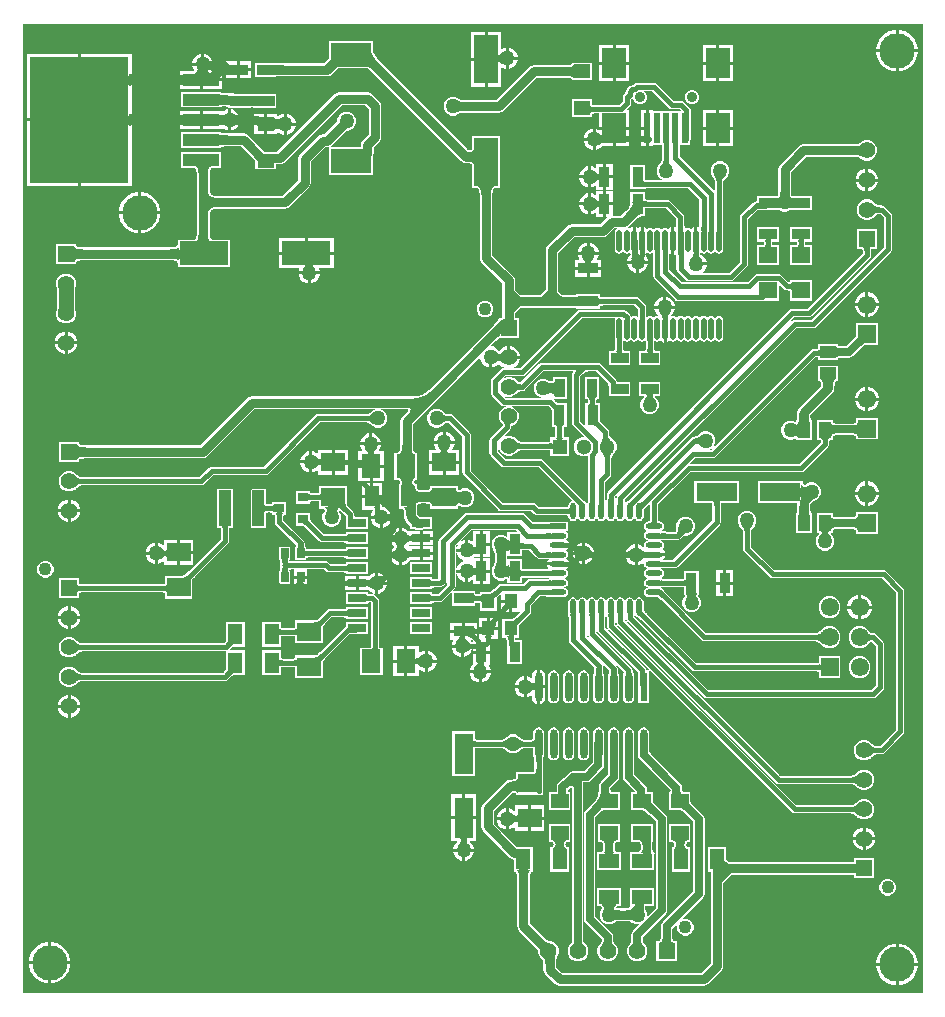
<source format=gtl>
G04*
G04 #@! TF.GenerationSoftware,Altium Limited,Altium Designer,22.5.1 (42)*
G04*
G04 Layer_Physical_Order=1*
G04 Layer_Color=255*
%FSLAX44Y44*%
%MOMM*%
G71*
G04*
G04 #@! TF.SameCoordinates,D36B5827-C087-4E08-AA9B-A7BE46811C41*
G04*
G04*
G04 #@! TF.FilePolarity,Positive*
G04*
G01*
G75*
%ADD17R,1.3500X1.0000*%
%ADD18R,0.5000X2.5000*%
%ADD19R,2.0000X2.5000*%
%ADD20R,3.5000X1.6000*%
%ADD21R,3.5000X2.0000*%
%ADD22R,1.4000X1.2000*%
%ADD23O,0.4500X1.8500*%
%ADD24R,1.5500X0.9000*%
%ADD25R,1.7000X0.9500*%
%ADD26R,2.0000X4.1000*%
%ADD27R,1.1000X1.3000*%
G04:AMPARAMS|DCode=28|XSize=0.4858mm|YSize=1.4044mm|CornerRadius=0.2429mm|HoleSize=0mm|Usage=FLASHONLY|Rotation=0.000|XOffset=0mm|YOffset=0mm|HoleType=Round|Shape=RoundedRectangle|*
%AMROUNDEDRECTD28*
21,1,0.4858,0.9186,0,0,0.0*
21,1,0.0000,1.4044,0,0,0.0*
1,1,0.4858,0.0000,-0.4593*
1,1,0.4858,0.0000,-0.4593*
1,1,0.4858,0.0000,0.4593*
1,1,0.4858,0.0000,0.4593*
%
%ADD28ROUNDEDRECTD28*%
G04:AMPARAMS|DCode=29|XSize=1.4044mm|YSize=0.4858mm|CornerRadius=0.2429mm|HoleSize=0mm|Usage=FLASHONLY|Rotation=0.000|XOffset=0mm|YOffset=0mm|HoleType=Round|Shape=RoundedRectangle|*
%AMROUNDEDRECTD29*
21,1,1.4044,0.0000,0,0,0.0*
21,1,0.9186,0.4858,0,0,0.0*
1,1,0.4858,0.4593,0.0000*
1,1,0.4858,-0.4593,0.0000*
1,1,0.4858,-0.4593,0.0000*
1,1,0.4858,0.4593,0.0000*
%
%ADD29ROUNDEDRECTD29*%
%ADD30R,1.4044X0.4858*%
%ADD31R,1.6000X3.5000*%
%ADD32R,2.0000X1.6500*%
%ADD33R,0.9000X0.8000*%
%ADD34R,0.6587X0.8121*%
%ADD35R,1.0200X3.0200*%
%ADD36R,1.2500X1.8000*%
%ADD37R,1.5000X1.4000*%
%ADD38R,1.5250X0.7000*%
%ADD39R,1.6500X2.0000*%
%ADD40R,0.9500X1.7000*%
%ADD41R,1.0000X1.3500*%
%ADD42R,0.9000X1.5500*%
%ADD43R,1.8000X1.2500*%
%ADD44R,1.5000X1.2000*%
G04:AMPARAMS|DCode=45|XSize=2.4741mm|YSize=0.6221mm|CornerRadius=0.3111mm|HoleSize=0mm|Usage=FLASHONLY|Rotation=270.000|XOffset=0mm|YOffset=0mm|HoleType=Round|Shape=RoundedRectangle|*
%AMROUNDEDRECTD45*
21,1,2.4741,0.0000,0,0,270.0*
21,1,1.8519,0.6221,0,0,270.0*
1,1,0.6221,0.0000,-0.9260*
1,1,0.6221,0.0000,0.9260*
1,1,0.6221,0.0000,0.9260*
1,1,0.6221,0.0000,-0.9260*
%
%ADD45ROUNDEDRECTD45*%
%ADD46R,0.6221X2.4741*%
%ADD47R,8.3800X10.6600*%
%ADD48R,3.0500X1.0160*%
%ADD49R,4.1000X2.0000*%
%ADD66C,1.5500*%
%ADD67R,1.5500X1.5500*%
%ADD68C,0.9000*%
%ADD69R,1.4000X1.4000*%
%ADD70C,1.4000*%
%ADD71C,1.1000*%
%ADD72C,1.3000*%
%ADD73R,1.3000X1.3000*%
%ADD74R,1.4000X1.4000*%
%ADD77C,0.7620*%
%ADD78C,0.6350*%
%ADD79C,0.3810*%
%ADD80C,1.2700*%
%ADD81C,1.2700*%
%ADD82C,2.9972*%
G36*
X1440180Y445770D02*
X678180D01*
Y1266190D01*
X1440180D01*
Y445770D01*
D02*
G37*
%LPC*%
G36*
X1420897Y1260856D02*
X1419860D01*
Y1244600D01*
X1436116D01*
Y1245637D01*
X1434922Y1250095D01*
X1432614Y1254091D01*
X1429351Y1257354D01*
X1425355Y1259662D01*
X1420897Y1260856D01*
D02*
G37*
G36*
X1417320D02*
X1416283D01*
X1411825Y1259662D01*
X1407829Y1257354D01*
X1404566Y1254091D01*
X1402258Y1250095D01*
X1401064Y1245637D01*
Y1244600D01*
X1417320D01*
Y1260856D01*
D02*
G37*
G36*
X1090158Y1245870D02*
X1089660D01*
Y1238250D01*
X1097280D01*
Y1238748D01*
X1095927Y1242016D01*
X1093426Y1244517D01*
X1090158Y1245870D01*
D02*
G37*
G36*
X1069340Y1259070D02*
X1058070D01*
Y1237300D01*
X1069340D01*
Y1259070D01*
D02*
G37*
G36*
X832348Y1240790D02*
X831850D01*
Y1233170D01*
X835366D01*
X835742Y1235599D01*
X835896Y1235435D01*
X836112Y1235289D01*
X836390Y1235160D01*
X836730Y1235048D01*
X837132Y1234953D01*
X837596Y1234876D01*
X838709Y1234772D01*
X839018Y1234760D01*
X838117Y1236936D01*
X835616Y1239437D01*
X832348Y1240790D01*
D02*
G37*
G36*
X1279550Y1247950D02*
X1268280D01*
Y1234180D01*
X1279550D01*
Y1247950D01*
D02*
G37*
G36*
X1191550D02*
X1180280D01*
Y1234180D01*
X1191550D01*
Y1247950D01*
D02*
G37*
G36*
X1177740D02*
X1166470D01*
Y1234180D01*
X1177740D01*
Y1247950D01*
D02*
G37*
G36*
X1265740D02*
X1254470D01*
Y1234180D01*
X1265740D01*
Y1247950D01*
D02*
G37*
G36*
X829310Y1240790D02*
X828812D01*
X825544Y1239437D01*
X823043Y1236936D01*
X821690Y1233668D01*
Y1233170D01*
X829310D01*
Y1240790D01*
D02*
G37*
G36*
X975334Y1251594D02*
X937286D01*
Y1236306D01*
X933816Y1232809D01*
X899325D01*
X899275Y1232830D01*
X896563Y1232856D01*
X893670Y1232990D01*
X893194Y1233041D01*
Y1233394D01*
X892096D01*
X892030Y1233442D01*
X891828Y1233411D01*
X891639Y1233489D01*
X891410Y1233394D01*
X880505D01*
X879980Y1233499D01*
X879455Y1233394D01*
X874646D01*
Y1228585D01*
X874541Y1228060D01*
X874646Y1227535D01*
Y1221346D01*
X891410D01*
X891639Y1221251D01*
X891828Y1221329D01*
X892030Y1221298D01*
X892096Y1221346D01*
X893194D01*
Y1221635D01*
X897863Y1221904D01*
X899267Y1221910D01*
X899317Y1221932D01*
X936110D01*
X938191Y1222346D01*
X939951Y1223522D01*
X940005Y1223543D01*
X944956Y1228475D01*
X945030Y1228546D01*
X961975D01*
X962500Y1228441D01*
X970308D01*
X971419Y1227653D01*
X974331Y1225156D01*
X976012Y1223528D01*
X976061Y1223508D01*
X976135Y1223434D01*
X976150Y1223408D01*
X976165Y1223404D01*
X1049798Y1149771D01*
X1051562Y1148592D01*
X1053487Y1148209D01*
X1053604Y1148157D01*
X1054887Y1148127D01*
X1055973Y1148039D01*
X1056891Y1147900D01*
X1057635Y1147717D01*
X1058198Y1147507D01*
X1058578Y1147296D01*
X1058795Y1147112D01*
X1058901Y1146968D01*
X1058956Y1146826D01*
X1059002Y1146430D01*
X1059086Y1146279D01*
Y1127006D01*
X1062715D01*
X1062817Y1126951D01*
X1063347Y1126895D01*
X1063616Y1126799D01*
X1063854Y1126640D01*
X1064105Y1126368D01*
X1064370Y1125934D01*
X1064624Y1125310D01*
X1064843Y1124493D01*
X1065010Y1123487D01*
X1065114Y1122300D01*
X1065151Y1120897D01*
X1065172Y1120851D01*
Y1068140D01*
X1065585Y1066059D01*
X1066764Y1064294D01*
X1084391Y1046667D01*
Y1038810D01*
Y1028700D01*
Y1017603D01*
X1084082Y1017541D01*
X1083831Y1017374D01*
X1083268D01*
X1083167Y1017440D01*
X1083009Y1017408D01*
X1082860Y1017469D01*
X1082631Y1017374D01*
X1081306D01*
Y1016227D01*
X1081240Y1016126D01*
X1081221Y1016025D01*
X1081176Y1015922D01*
X1081034Y1015685D01*
X1077286Y1011372D01*
X1076299Y1010374D01*
X1076279Y1010323D01*
X1021954Y955999D01*
X1021926Y955990D01*
X1021904Y955949D01*
X1021899Y955944D01*
X1021854Y955928D01*
X1020799Y954946D01*
X1019753Y954109D01*
X1018672Y953374D01*
X1017555Y952740D01*
X1016400Y952204D01*
X1015205Y951766D01*
X1013967Y951425D01*
X1012683Y951180D01*
X1011351Y951032D01*
X1009911Y950980D01*
X1009867Y950960D01*
X872387D01*
X870306Y950546D01*
X868541Y949367D01*
X828452Y909278D01*
X732223D01*
X732176Y909299D01*
X730770Y909330D01*
X729570Y909418D01*
X728546Y909559D01*
X727709Y909746D01*
X727066Y909964D01*
X726622Y910189D01*
X726368Y910385D01*
X726253Y910528D01*
X726203Y910644D01*
X726156Y911017D01*
X726074Y911161D01*
Y912364D01*
X724749D01*
X724520Y912459D01*
X724418Y912417D01*
X724312Y912446D01*
X724168Y912364D01*
X709026D01*
Y895316D01*
X724168D01*
X724312Y895234D01*
X724418Y895263D01*
X724520Y895221D01*
X724749Y895316D01*
X726074D01*
Y896519D01*
X726156Y896663D01*
X726203Y897036D01*
X726253Y897152D01*
X726368Y897295D01*
X726622Y897491D01*
X727066Y897716D01*
X727709Y897934D01*
X728519Y898115D01*
X730795Y898351D01*
X732176Y898381D01*
X732223Y898401D01*
X830705D01*
X832786Y898816D01*
X834551Y899994D01*
X874640Y940083D01*
X977011D01*
X977061Y939829D01*
X974710Y938855D01*
X973782Y937927D01*
X973491Y937814D01*
X973027Y937367D01*
X972600Y937004D01*
X972178Y936692D01*
X971760Y936429D01*
X971348Y936211D01*
X970940Y936037D01*
X970534Y935904D01*
X970128Y935811D01*
X969718Y935755D01*
X969228Y935733D01*
X969107Y935676D01*
X928370D01*
X928370Y935676D01*
X927032Y935410D01*
X925898Y934652D01*
X882472Y891226D01*
X838200D01*
X838200Y891226D01*
X836862Y890960D01*
X835728Y890202D01*
X827862Y882336D01*
X728687D01*
X728568Y882393D01*
X728050Y882418D01*
X727612Y882484D01*
X727166Y882596D01*
X726711Y882756D01*
X726243Y882968D01*
X725763Y883235D01*
X725270Y883559D01*
X724766Y883943D01*
X724250Y884389D01*
X723696Y884925D01*
X723404Y885041D01*
X722378Y886066D01*
X719246Y887364D01*
X715854D01*
X712721Y886066D01*
X710324Y883669D01*
X709026Y880536D01*
Y877144D01*
X710324Y874012D01*
X712721Y871614D01*
X715854Y870316D01*
X719246D01*
X722378Y871614D01*
X723404Y872639D01*
X723696Y872755D01*
X724251Y873291D01*
X724766Y873737D01*
X725270Y874121D01*
X725763Y874445D01*
X726243Y874712D01*
X726711Y874924D01*
X727166Y875084D01*
X727612Y875196D01*
X728050Y875262D01*
X728568Y875287D01*
X728687Y875344D01*
X829310D01*
X830648Y875610D01*
X831782Y876368D01*
X839648Y884234D01*
X883920D01*
X885258Y884500D01*
X886392Y885258D01*
X929818Y928684D01*
X969107D01*
X969228Y928627D01*
X969718Y928605D01*
X970128Y928549D01*
X970534Y928456D01*
X970940Y928323D01*
X971348Y928149D01*
X971760Y927932D01*
X972178Y927668D01*
X972600Y927356D01*
X973027Y926993D01*
X973491Y926546D01*
X973782Y926432D01*
X974710Y925505D01*
X977604Y924306D01*
X980736D01*
X983630Y925505D01*
X985845Y927720D01*
X987044Y930614D01*
Y933746D01*
X985845Y936640D01*
X983630Y938855D01*
X981279Y939829D01*
X981329Y940083D01*
X1002243D01*
X1002286Y940063D01*
X1003595Y940013D01*
X1004516Y939882D01*
X1004863Y939775D01*
X1004989Y939470D01*
X1004819Y939149D01*
X1004261Y938406D01*
X1003371Y937444D01*
X1003355Y937400D01*
X999454Y933499D01*
X998276Y931735D01*
X997861Y929654D01*
Y909219D01*
X997841Y909173D01*
X997804Y907770D01*
X997700Y906583D01*
X997533Y905577D01*
X997314Y904760D01*
X997060Y904136D01*
X996795Y903702D01*
X996544Y903430D01*
X996306Y903271D01*
X996037Y903176D01*
X995507Y903120D01*
X995405Y903064D01*
X993036D01*
Y880016D01*
X995798D01*
X995899Y879961D01*
X996429Y879904D01*
X996699Y879808D01*
X996938Y879647D01*
X997190Y879375D01*
X997455Y878940D01*
X997709Y878316D01*
X997918Y877537D01*
X997886Y877344D01*
X997757Y876813D01*
X997701Y876664D01*
X996806D01*
Y875339D01*
X996711Y875109D01*
X996795Y874907D01*
X996765Y874690D01*
X996806Y874636D01*
Y855616D01*
X999122D01*
X999222Y855561D01*
X999753Y855504D01*
X1000023Y855407D01*
X1000263Y855246D01*
X1000515Y854974D01*
X1000780Y854538D01*
X1001034Y853915D01*
X1001253Y853098D01*
X1001420Y852094D01*
X1001524Y850908D01*
X1001561Y849507D01*
X1001581Y849461D01*
Y848385D01*
X1001995Y846304D01*
X1003174Y844539D01*
X1006481Y841233D01*
Y838256D01*
X1010043D01*
X1010044Y838255D01*
X1012125Y837841D01*
X1015630D01*
X1017711Y838255D01*
X1017712Y838256D01*
X1024779D01*
Y848304D01*
X1017712D01*
X1017711Y848305D01*
X1015630Y848718D01*
X1014378D01*
X1012475Y850621D01*
X1012458Y854821D01*
Y858133D01*
X1012496Y858488D01*
X1012591Y858758D01*
X1012750Y858997D01*
X1013020Y859247D01*
X1013452Y859511D01*
X1014072Y859764D01*
X1014884Y859983D01*
X1015884Y860150D01*
X1017066Y860254D01*
X1017941Y860277D01*
X1018820Y860254D01*
X1020007Y860150D01*
X1021013Y859983D01*
X1021830Y859764D01*
X1022454Y859510D01*
X1022888Y859245D01*
X1023160Y858994D01*
X1023319Y858756D01*
X1023415Y858487D01*
X1023471Y857957D01*
X1023526Y857855D01*
Y855586D01*
X1046574D01*
Y857273D01*
X1046629Y857375D01*
X1046684Y857893D01*
X1046777Y858151D01*
X1046932Y858381D01*
X1047199Y858626D01*
X1047629Y858886D01*
X1047664Y858901D01*
X1048370Y858195D01*
X1051264Y856996D01*
X1054396D01*
X1057290Y858195D01*
X1059505Y860410D01*
X1060704Y863304D01*
Y866436D01*
X1059505Y869330D01*
X1057290Y871545D01*
X1054396Y872744D01*
X1051264D01*
X1048370Y871545D01*
X1048013Y871188D01*
X1047628Y871344D01*
X1047199Y871603D01*
X1046932Y871849D01*
X1046777Y872078D01*
X1046684Y872337D01*
X1046629Y872855D01*
X1046574Y872957D01*
Y875134D01*
X1023526D01*
Y873645D01*
X1023471Y873543D01*
X1023415Y873013D01*
X1023319Y872744D01*
X1023160Y872506D01*
X1022888Y872255D01*
X1022454Y871990D01*
X1021830Y871736D01*
X1021013Y871517D01*
X1020007Y871350D01*
X1018820Y871246D01*
X1017941Y871223D01*
X1017066Y871246D01*
X1015884Y871350D01*
X1014884Y871517D01*
X1014072Y871736D01*
X1013452Y871989D01*
X1013020Y872253D01*
X1012750Y872504D01*
X1012591Y872742D01*
X1012496Y873012D01*
X1012440Y873543D01*
X1012354Y873701D01*
Y874763D01*
X1012437Y874910D01*
X1012409Y875012D01*
X1012449Y875109D01*
X1012354Y875339D01*
Y876664D01*
X1011146D01*
X1010999Y876747D01*
X1010592Y876796D01*
X1010444Y876857D01*
X1010282Y876982D01*
X1010076Y877239D01*
X1009844Y877679D01*
X1009632Y878277D01*
X1009646Y878334D01*
X1009884Y878963D01*
X1010130Y879399D01*
X1010356Y879661D01*
X1010550Y879801D01*
X1010753Y879879D01*
X1011216Y879931D01*
X1011369Y880016D01*
X1012584D01*
Y881339D01*
X1012679Y881567D01*
X1012641Y881660D01*
X1012669Y881757D01*
X1012584Y881909D01*
Y903064D01*
X1011195D01*
X1011093Y903120D01*
X1010563Y903176D01*
X1010294Y903271D01*
X1010056Y903430D01*
X1009805Y903702D01*
X1009540Y904137D01*
X1009286Y904760D01*
X1009067Y905577D01*
X1008900Y906583D01*
X1008796Y907770D01*
X1008759Y909173D01*
X1008738Y909219D01*
Y927401D01*
X1022886Y941549D01*
X1022915Y941557D01*
X1022937Y941599D01*
X1065295Y983958D01*
X1065530Y983861D01*
Y982482D01*
X1066883Y979214D01*
X1069384Y976713D01*
X1072652Y975360D01*
X1073150D01*
Y984250D01*
X1075690D01*
Y975360D01*
X1076188D01*
X1079456Y976713D01*
X1081419Y978676D01*
X1081668Y978626D01*
X1081742Y978446D01*
X1084426Y975762D01*
X1085634Y975262D01*
X1085608Y974998D01*
X1084512Y974780D01*
X1083378Y974022D01*
X1075758Y966402D01*
X1075000Y965268D01*
X1074734Y963930D01*
Y953770D01*
X1075000Y952432D01*
X1075758Y951298D01*
X1083378Y943678D01*
X1084512Y942920D01*
X1085850Y942654D01*
X1123682D01*
X1124140Y942196D01*
X1124188Y942067D01*
X1125547Y940603D01*
X1126014Y940020D01*
X1126371Y939506D01*
X1126536Y939217D01*
Y938031D01*
X1126441Y937801D01*
X1126493Y937676D01*
X1126461Y937544D01*
X1126536Y937422D01*
Y924696D01*
X1128724D01*
X1128826Y924641D01*
X1128918Y924631D01*
X1128950Y924578D01*
X1129033Y924373D01*
X1129119Y924051D01*
X1129191Y923616D01*
X1129238Y923076D01*
X1129256Y922397D01*
X1129314Y922268D01*
Y918503D01*
X1129256Y918373D01*
X1129238Y917693D01*
X1129191Y917154D01*
X1129119Y916719D01*
X1129033Y916397D01*
X1128950Y916192D01*
X1128918Y916139D01*
X1128826Y916129D01*
X1128724Y916074D01*
X1125136D01*
Y912936D01*
X1125081Y912834D01*
X1125071Y912742D01*
X1125018Y912710D01*
X1124813Y912627D01*
X1124491Y912541D01*
X1124056Y912469D01*
X1123516Y912422D01*
X1122837Y912404D01*
X1122708Y912346D01*
X1100967D01*
X1100848Y912402D01*
X1100330Y912428D01*
X1099892Y912494D01*
X1099446Y912606D01*
X1098991Y912766D01*
X1098523Y912978D01*
X1098043Y913245D01*
X1097550Y913569D01*
X1097046Y913953D01*
X1096530Y914399D01*
X1095976Y914935D01*
X1095684Y915051D01*
X1094659Y916076D01*
X1091525Y917374D01*
X1088135D01*
X1085002Y916076D01*
X1082604Y913679D01*
X1081306Y910546D01*
Y907154D01*
X1082604Y904022D01*
X1085002Y901624D01*
X1088135Y900326D01*
X1091525D01*
X1094659Y901624D01*
X1095684Y902649D01*
X1095976Y902765D01*
X1096531Y903301D01*
X1097046Y903747D01*
X1097550Y904131D01*
X1098043Y904455D01*
X1098523Y904722D01*
X1098991Y904934D01*
X1099446Y905094D01*
X1099892Y905206D01*
X1100330Y905272D01*
X1100848Y905297D01*
X1100967Y905354D01*
X1122708D01*
X1122837Y905296D01*
X1123516Y905278D01*
X1124056Y905231D01*
X1124491Y905159D01*
X1124813Y905073D01*
X1125018Y904990D01*
X1125071Y904958D01*
X1125081Y904866D01*
X1125136Y904764D01*
Y900026D01*
X1141184D01*
Y916074D01*
X1136896D01*
X1136794Y916129D01*
X1136702Y916139D01*
X1136670Y916192D01*
X1136587Y916397D01*
X1136501Y916719D01*
X1136429Y917153D01*
X1136382Y917693D01*
X1136364Y918373D01*
X1136306Y918503D01*
Y922268D01*
X1136364Y922397D01*
X1136382Y923076D01*
X1136429Y923616D01*
X1136501Y924051D01*
X1136587Y924373D01*
X1136670Y924578D01*
X1136702Y924631D01*
X1136794Y924641D01*
X1136896Y924696D01*
X1139084D01*
Y944744D01*
X1133858D01*
X1133736Y944819D01*
X1133604Y944787D01*
X1133479Y944839D01*
X1133249Y944744D01*
X1132063D01*
X1131774Y944909D01*
X1131279Y945254D01*
X1129978Y946354D01*
X1129236Y947070D01*
X1129101Y947124D01*
X1128153Y948071D01*
X1128250Y948306D01*
X1139584D01*
Y966854D01*
X1127536D01*
Y965475D01*
X1127480Y965373D01*
X1127424Y964843D01*
X1127329Y964574D01*
X1127170Y964336D01*
X1126898Y964085D01*
X1126463Y963820D01*
X1125840Y963566D01*
X1125023Y963347D01*
X1124577Y963273D01*
X1124518Y963287D01*
X1124431Y963317D01*
X1124416Y963328D01*
X1124384Y963337D01*
X1124293Y963382D01*
X1124197Y963389D01*
X1123330Y964255D01*
X1120436Y965454D01*
X1117304D01*
X1114410Y964255D01*
X1112195Y962040D01*
X1110996Y959146D01*
Y956014D01*
X1112195Y953120D01*
X1114410Y950905D01*
X1116835Y949900D01*
X1116784Y949646D01*
X1087298D01*
X1086007Y950938D01*
X1086148Y951149D01*
X1088135Y950326D01*
X1091525D01*
X1094659Y951624D01*
X1095684Y952649D01*
X1095976Y952765D01*
X1096531Y953301D01*
X1097046Y953747D01*
X1097550Y954131D01*
X1098043Y954455D01*
X1098523Y954722D01*
X1098991Y954934D01*
X1099446Y955094D01*
X1099892Y955206D01*
X1100330Y955272D01*
X1100848Y955297D01*
X1100967Y955354D01*
X1101090D01*
X1102428Y955620D01*
X1103562Y956378D01*
X1119048Y971864D01*
X1144360D01*
X1144465Y971610D01*
X1144338Y971482D01*
X1143580Y970348D01*
X1143314Y969010D01*
Y928584D01*
X1143580Y927246D01*
X1144338Y926112D01*
X1154141Y916309D01*
X1154044Y916074D01*
X1151564D01*
X1148615Y914852D01*
X1146358Y912595D01*
X1145136Y909646D01*
Y906454D01*
X1146358Y903505D01*
X1148615Y901248D01*
X1151564Y900026D01*
X1154756D01*
X1156503Y900750D01*
X1156714Y900608D01*
Y863591D01*
X1156656Y863459D01*
X1156600Y860984D01*
X1156537Y860210D01*
X1156504Y859967D01*
X1156474Y859818D01*
X1156474Y859818D01*
X1156466Y859801D01*
X1156466Y859788D01*
X1156436Y859687D01*
X1156451Y859542D01*
X1156448Y859498D01*
X1156425Y859382D01*
X1156386Y859288D01*
X1156075Y859183D01*
X1156029Y859210D01*
X1155934Y859688D01*
X1155060Y860996D01*
X1153753Y861870D01*
X1153705Y861879D01*
X1152542Y863042D01*
X1152540Y863044D01*
X1119033Y896552D01*
X1117898Y897310D01*
X1116560Y897576D01*
X1087298D01*
X1080456Y904418D01*
Y912149D01*
X1090813Y922505D01*
X1090813Y922505D01*
X1091571Y923640D01*
X1091774Y924660D01*
X1091894Y924929D01*
X1091911Y925486D01*
X1094659Y926624D01*
X1097056Y929022D01*
X1098354Y932154D01*
Y935546D01*
X1097056Y938679D01*
X1094659Y941076D01*
X1091525Y942374D01*
X1088135D01*
X1085002Y941076D01*
X1082604Y938679D01*
X1081306Y935546D01*
Y932154D01*
X1082604Y929022D01*
X1084692Y926933D01*
X1084730Y926311D01*
X1074488Y916069D01*
X1073730Y914935D01*
X1073464Y913597D01*
Y902970D01*
X1073730Y901632D01*
X1074488Y900498D01*
X1083378Y891608D01*
X1084512Y890850D01*
X1085850Y890584D01*
X1085850Y890584D01*
X1115112D01*
X1143444Y862252D01*
X1143370Y862009D01*
X1142668Y861870D01*
X1141360Y860996D01*
X1140486Y859688D01*
X1140179Y858146D01*
Y857583D01*
X1140154Y857537D01*
X1140145Y857445D01*
X1140092Y857413D01*
X1139887Y857330D01*
X1139565Y857244D01*
X1139130Y857172D01*
X1138590Y857125D01*
X1137911Y857107D01*
X1137781Y857049D01*
X1115545D01*
X1112871Y859722D01*
X1111737Y860480D01*
X1110399Y860746D01*
X1084758D01*
X1057596Y887908D01*
Y918210D01*
X1057330Y919548D01*
X1056572Y920682D01*
X1056572Y920682D01*
X1042602Y934652D01*
X1041468Y935410D01*
X1040130Y935676D01*
X1038763D01*
X1038642Y935733D01*
X1038151Y935755D01*
X1037742Y935811D01*
X1037336Y935904D01*
X1036930Y936037D01*
X1036522Y936211D01*
X1036110Y936428D01*
X1035692Y936692D01*
X1035270Y937004D01*
X1034843Y937366D01*
X1034379Y937814D01*
X1034088Y937927D01*
X1033160Y938855D01*
X1030266Y940054D01*
X1027134D01*
X1024240Y938855D01*
X1022025Y936640D01*
X1020826Y933746D01*
Y930614D01*
X1022025Y927720D01*
X1024240Y925505D01*
X1027134Y924306D01*
X1030266D01*
X1033160Y925505D01*
X1034088Y926432D01*
X1034379Y926546D01*
X1034843Y926993D01*
X1035270Y927356D01*
X1035692Y927668D01*
X1036109Y927932D01*
X1036522Y928149D01*
X1036930Y928323D01*
X1037336Y928456D01*
X1037742Y928549D01*
X1038152Y928605D01*
X1038642Y928627D01*
X1038708Y928658D01*
X1050604Y916762D01*
Y886460D01*
X1050870Y885122D01*
X1051628Y883988D01*
X1080838Y854778D01*
X1080838Y854778D01*
X1081972Y854020D01*
X1083310Y853754D01*
X1083310Y853754D01*
X1108951D01*
X1111624Y851081D01*
X1111624Y851081D01*
X1112758Y850323D01*
X1114096Y850057D01*
X1137781D01*
X1137911Y849999D01*
X1138590Y849981D01*
X1139130Y849934D01*
X1139565Y849862D01*
X1139887Y849776D01*
X1140092Y849693D01*
X1140145Y849661D01*
X1140154Y849569D01*
X1140179Y849523D01*
Y848960D01*
X1140486Y847418D01*
X1141360Y846110D01*
X1142668Y845236D01*
X1144210Y844930D01*
X1145752Y845236D01*
X1147060Y846110D01*
X1147934Y847418D01*
X1148083Y848168D01*
X1148337D01*
X1148486Y847418D01*
X1149360Y846110D01*
X1150668Y845236D01*
X1152210Y844930D01*
X1153753Y845236D01*
X1155060Y846110D01*
X1155934Y847418D01*
X1156083Y848168D01*
X1156337D01*
X1156486Y847418D01*
X1157360Y846110D01*
X1158668Y845236D01*
X1160210Y844930D01*
X1161752Y845236D01*
X1163060Y846110D01*
X1163934Y847418D01*
X1164083Y848168D01*
X1164337D01*
X1164486Y847418D01*
X1165360Y846110D01*
X1166668Y845236D01*
X1168210Y844930D01*
X1169752Y845236D01*
X1171060Y846110D01*
X1171934Y847418D01*
X1172083Y848168D01*
X1172337D01*
X1172486Y847418D01*
X1173360Y846110D01*
X1174668Y845236D01*
X1176210Y844930D01*
X1177753Y845236D01*
X1179060Y846110D01*
X1179934Y847418D01*
X1180083Y848168D01*
X1180337D01*
X1180486Y847418D01*
X1181360Y846110D01*
X1182668Y845236D01*
X1184210Y844930D01*
X1185752Y845236D01*
X1187060Y846110D01*
X1187934Y847418D01*
X1188083Y848168D01*
X1188337D01*
X1188486Y847418D01*
X1189360Y846110D01*
X1190668Y845236D01*
X1192210Y844930D01*
X1193753Y845236D01*
X1195060Y846110D01*
X1195934Y847418D01*
X1196083Y848168D01*
X1196337D01*
X1196486Y847418D01*
X1197360Y846110D01*
X1198668Y845236D01*
X1200210Y844930D01*
X1201752Y845236D01*
X1203060Y846110D01*
X1203934Y847418D01*
X1204241Y848960D01*
Y854079D01*
X1204301Y854276D01*
X1204460Y854636D01*
X1204699Y855059D01*
X1205011Y855518D01*
X1205948Y856650D01*
X1206540Y857267D01*
X1206592Y857402D01*
X1206677Y857486D01*
X1206752Y857540D01*
X1206756Y857565D01*
X1209232Y860041D01*
X1209467Y859944D01*
Y847229D01*
X1209409Y847099D01*
X1209391Y846420D01*
X1209344Y845880D01*
X1209272Y845445D01*
X1209186Y845123D01*
X1209103Y844918D01*
X1209071Y844865D01*
X1208979Y844855D01*
X1208933Y844831D01*
X1208370D01*
X1206828Y844524D01*
X1205520Y843650D01*
X1204646Y842342D01*
X1204340Y840800D01*
X1204646Y839258D01*
X1205520Y837950D01*
X1206828Y837076D01*
X1207578Y836927D01*
Y836673D01*
X1206828Y836524D01*
X1205520Y835650D01*
X1204646Y834342D01*
X1204340Y832800D01*
X1204646Y831257D01*
X1205520Y829950D01*
X1206828Y829076D01*
X1207578Y828927D01*
Y828673D01*
X1206828Y828524D01*
X1205520Y827650D01*
X1204646Y826342D01*
X1204340Y824800D01*
X1204646Y823258D01*
X1205520Y821950D01*
X1206137Y821538D01*
Y821284D01*
X1205645Y820956D01*
X1205402Y821029D01*
X1205147Y821646D01*
X1202646Y824147D01*
X1199378Y825500D01*
X1198880D01*
Y816610D01*
Y807720D01*
X1199378D01*
X1202646Y809073D01*
X1205147Y811574D01*
X1205525Y812488D01*
X1205768Y812562D01*
X1206137Y812316D01*
Y812062D01*
X1205520Y811650D01*
X1204646Y810342D01*
X1204340Y808800D01*
X1204646Y807258D01*
X1205520Y805950D01*
X1206828Y805076D01*
X1207578Y804927D01*
Y804673D01*
X1206828Y804524D01*
X1205520Y803650D01*
X1204646Y802342D01*
X1204340Y800800D01*
X1204646Y799258D01*
X1205520Y797950D01*
X1206828Y797076D01*
X1207578Y796927D01*
Y796673D01*
X1206828Y796524D01*
X1205520Y795650D01*
X1204646Y794342D01*
X1204340Y792800D01*
X1204646Y791257D01*
X1205520Y789950D01*
X1206828Y789076D01*
X1207578Y788927D01*
Y788673D01*
X1206828Y788524D01*
X1205520Y787650D01*
X1204646Y786342D01*
X1204340Y784800D01*
X1204646Y783258D01*
X1205520Y781950D01*
X1206828Y781076D01*
X1208370Y780769D01*
X1215982D01*
X1216030Y780748D01*
X1216451Y780508D01*
X1216932Y780175D01*
X1218165Y779139D01*
X1218857Y778472D01*
X1218860Y778471D01*
X1218862Y778467D01*
X1218996Y778416D01*
X1253124Y744288D01*
X1254258Y743530D01*
X1255596Y743264D01*
X1349071D01*
X1349187Y743208D01*
X1349736Y743178D01*
X1350209Y743100D01*
X1350701Y742967D01*
X1351215Y742773D01*
X1351751Y742516D01*
X1352308Y742192D01*
X1352866Y741811D01*
X1354115Y740776D01*
X1354755Y740153D01*
X1355049Y740036D01*
X1356187Y738898D01*
X1359595Y737486D01*
X1363285D01*
X1366693Y738898D01*
X1369302Y741507D01*
X1370714Y744915D01*
Y748605D01*
X1369302Y752013D01*
X1366693Y754622D01*
X1363285Y756034D01*
X1359595D01*
X1356187Y754622D01*
X1355049Y753484D01*
X1354755Y753367D01*
X1354098Y752728D01*
X1353484Y752189D01*
X1352886Y751723D01*
X1352308Y751328D01*
X1351750Y751004D01*
X1351214Y750747D01*
X1350701Y750553D01*
X1350209Y750420D01*
X1349736Y750342D01*
X1349187Y750312D01*
X1349071Y750256D01*
X1257044D01*
X1223878Y783422D01*
X1223826Y783556D01*
X1222115Y785345D01*
X1221613Y785937D01*
X1221464Y786133D01*
X1221380Y786259D01*
X1221380Y786259D01*
X1221374Y786277D01*
X1221365Y786286D01*
X1221314Y786379D01*
X1221236Y786443D01*
X1221202Y786629D01*
X1220990Y786776D01*
X1220406Y787650D01*
X1219098Y788524D01*
X1218620Y788619D01*
X1218593Y788665D01*
X1218698Y788976D01*
X1218792Y789015D01*
X1218903Y789037D01*
X1218948Y789022D01*
X1219057Y789030D01*
X1219097Y789026D01*
X1219128Y789035D01*
X1222163Y789242D01*
X1222840Y789245D01*
X1222979Y789304D01*
X1235867D01*
X1235997Y789246D01*
X1236676Y789228D01*
X1237216Y789181D01*
X1237651Y789109D01*
X1237973Y789023D01*
X1238178Y788940D01*
X1238231Y788908D01*
X1238241Y788816D01*
X1238296Y788714D01*
Y784240D01*
X1238201Y784010D01*
X1238296Y783781D01*
Y782456D01*
X1238811D01*
X1238869Y781573D01*
X1238850Y781517D01*
X1238838Y781502D01*
X1238830Y781471D01*
X1238784Y781379D01*
X1238778Y781284D01*
X1237925Y780430D01*
X1236726Y777536D01*
Y774404D01*
X1237925Y771510D01*
X1240140Y769295D01*
X1243034Y768096D01*
X1246166D01*
X1249060Y769295D01*
X1251275Y771510D01*
X1252474Y774404D01*
Y777536D01*
X1251275Y780430D01*
X1250396Y781310D01*
X1250396Y781310D01*
X1250389Y781407D01*
X1250344Y781497D01*
X1250335Y781529D01*
X1250323Y781545D01*
X1250294Y781632D01*
X1250250Y781810D01*
X1250259Y781924D01*
X1250335Y782456D01*
X1250844D01*
Y783781D01*
X1250939Y784010D01*
X1250844Y784240D01*
Y802504D01*
X1238296D01*
Y796886D01*
X1238241Y796784D01*
X1238231Y796692D01*
X1238178Y796660D01*
X1237973Y796577D01*
X1237651Y796491D01*
X1237216Y796419D01*
X1236676Y796372D01*
X1235997Y796354D01*
X1235867Y796296D01*
X1223001D01*
X1222869Y796354D01*
X1220394Y796410D01*
X1219621Y796473D01*
X1219377Y796507D01*
X1219228Y796536D01*
X1219228Y796536D01*
X1219211Y796544D01*
X1219198Y796544D01*
X1219097Y796574D01*
X1218952Y796559D01*
X1218908Y796562D01*
X1218792Y796585D01*
X1218698Y796624D01*
X1218593Y796935D01*
X1218620Y796981D01*
X1219098Y797076D01*
X1220406Y797950D01*
X1221280Y799258D01*
X1221586Y800800D01*
X1221280Y802342D01*
X1220406Y803650D01*
X1219098Y804524D01*
X1218620Y804619D01*
X1218593Y804665D01*
X1218698Y804976D01*
X1218792Y805015D01*
X1218903Y805037D01*
X1218948Y805022D01*
X1219057Y805030D01*
X1219097Y805026D01*
X1219128Y805035D01*
X1222163Y805242D01*
X1222840Y805245D01*
X1222979Y805304D01*
X1230440D01*
X1231778Y805570D01*
X1232912Y806328D01*
X1268332Y841748D01*
X1269090Y842882D01*
X1269356Y844220D01*
Y857998D01*
X1269414Y858127D01*
X1269432Y858807D01*
X1269479Y859346D01*
X1269551Y859781D01*
X1269637Y860103D01*
X1269720Y860308D01*
X1269752Y860361D01*
X1269844Y860371D01*
X1269946Y860426D01*
X1284884D01*
Y879474D01*
X1246836D01*
Y860426D01*
X1261774D01*
X1261876Y860371D01*
X1261968Y860361D01*
X1262000Y860308D01*
X1262083Y860103D01*
X1262169Y859781D01*
X1262241Y859346D01*
X1262288Y858807D01*
X1262306Y858127D01*
X1262364Y857998D01*
Y845668D01*
X1228992Y812296D01*
X1223001D01*
X1222869Y812354D01*
X1220394Y812410D01*
X1220365Y812412D01*
X1220301Y812658D01*
X1221138Y813217D01*
X1222236Y814861D01*
X1222370Y815530D01*
X1212963D01*
Y818070D01*
X1222370D01*
X1222236Y818739D01*
X1221138Y820383D01*
X1219789Y821284D01*
Y821538D01*
X1220406Y821950D01*
X1221280Y823258D01*
X1221586Y824800D01*
X1221280Y826342D01*
X1220406Y827650D01*
X1219098Y828524D01*
X1218620Y828619D01*
X1218593Y828665D01*
X1218698Y828976D01*
X1218792Y829015D01*
X1218903Y829037D01*
X1218948Y829022D01*
X1219057Y829030D01*
X1219097Y829026D01*
X1219128Y829035D01*
X1222163Y829242D01*
X1222840Y829245D01*
X1222979Y829304D01*
X1232850D01*
X1234188Y829570D01*
X1235322Y830328D01*
X1235769Y830775D01*
X1235897Y830822D01*
X1236250Y831148D01*
X1236584Y831409D01*
X1236952Y831653D01*
X1237353Y831878D01*
X1237792Y832086D01*
X1238269Y832274D01*
X1238763Y832434D01*
X1239958Y832713D01*
X1240610Y832815D01*
X1240693Y832866D01*
X1241086D01*
X1243980Y834065D01*
X1246195Y836280D01*
X1247394Y839174D01*
Y842306D01*
X1246195Y845200D01*
X1243980Y847415D01*
X1241086Y848614D01*
X1237954D01*
X1235060Y847415D01*
X1232845Y845200D01*
X1231646Y842306D01*
Y839733D01*
X1231605Y839588D01*
X1231646Y839234D01*
Y839174D01*
X1231656Y839150D01*
X1231675Y838988D01*
X1231695Y838484D01*
X1231675Y838016D01*
X1231617Y837584D01*
X1231523Y837184D01*
X1231395Y836810D01*
X1231233Y836459D01*
X1231136Y836296D01*
X1223001D01*
X1222869Y836354D01*
X1220394Y836410D01*
X1219621Y836473D01*
X1219377Y836507D01*
X1219228Y836536D01*
X1219228Y836536D01*
X1219211Y836544D01*
X1219198Y836544D01*
X1219097Y836574D01*
X1218952Y836559D01*
X1218908Y836562D01*
X1218792Y836585D01*
X1218698Y836624D01*
X1218593Y836935D01*
X1218620Y836981D01*
X1219098Y837076D01*
X1220406Y837950D01*
X1221280Y839258D01*
X1221586Y840800D01*
X1221280Y842342D01*
X1220406Y843650D01*
X1219098Y844524D01*
X1217556Y844831D01*
X1216993D01*
X1216947Y844855D01*
X1216855Y844865D01*
X1216823Y844918D01*
X1216740Y845123D01*
X1216654Y845445D01*
X1216582Y845880D01*
X1216535Y846420D01*
X1216517Y847099D01*
X1216459Y847229D01*
Y859725D01*
X1243508Y886774D01*
X1337310D01*
X1338648Y887040D01*
X1339782Y887798D01*
X1360212Y908228D01*
X1360970Y909362D01*
X1361236Y910700D01*
X1361236Y910700D01*
Y911318D01*
X1361294Y911447D01*
X1361312Y912126D01*
X1361359Y912666D01*
X1361431Y913101D01*
X1361517Y913423D01*
X1361600Y913628D01*
X1361632Y913681D01*
X1361724Y913691D01*
X1361826Y913746D01*
X1364264D01*
Y916127D01*
X1364319Y916228D01*
X1364363Y916637D01*
X1364421Y916800D01*
X1364518Y916944D01*
X1364702Y917113D01*
X1365022Y917308D01*
X1365506Y917505D01*
X1366158Y917680D01*
X1366973Y917815D01*
X1367943Y917901D01*
X1369103Y917931D01*
X1369177Y917964D01*
X1378833D01*
X1378907Y917931D01*
X1380069Y917901D01*
X1381040Y917815D01*
X1381855Y917680D01*
X1382507Y917505D01*
X1382992Y917308D01*
X1383312Y917113D01*
X1383494Y916945D01*
X1383590Y916802D01*
X1383647Y916641D01*
X1383690Y916232D01*
X1383746Y916130D01*
Y914216D01*
X1402294D01*
Y932764D01*
X1383746D01*
Y929380D01*
X1383690Y929278D01*
X1383647Y928869D01*
X1383590Y928708D01*
X1383494Y928565D01*
X1383312Y928397D01*
X1382992Y928202D01*
X1382507Y928005D01*
X1381855Y927830D01*
X1381040Y927695D01*
X1380069Y927609D01*
X1378907Y927579D01*
X1378833Y927546D01*
X1369173D01*
X1369098Y927579D01*
X1367937Y927606D01*
X1366958Y927682D01*
X1366133Y927804D01*
X1365469Y927962D01*
X1364974Y928142D01*
X1364650Y928317D01*
X1364480Y928456D01*
X1364414Y928544D01*
X1364386Y928616D01*
X1364348Y928934D01*
X1364264Y929083D01*
Y930294D01*
X1362941D01*
X1362714Y930389D01*
X1362616Y930349D01*
X1362515Y930378D01*
X1362366Y930294D01*
X1351216D01*
Y913746D01*
X1353654D01*
X1353756Y913691D01*
X1353848Y913681D01*
X1353880Y913628D01*
X1353963Y913423D01*
X1354049Y913101D01*
X1354121Y912666D01*
X1354168Y912126D01*
X1354170Y912074D01*
X1335862Y893766D01*
X1243289D01*
X1243192Y894001D01*
X1247395Y898204D01*
X1262380D01*
X1263718Y898470D01*
X1264852Y899228D01*
X1349572Y983947D01*
X1349597Y983936D01*
X1350276Y983918D01*
X1350816Y983871D01*
X1351251Y983799D01*
X1351573Y983713D01*
X1351778Y983630D01*
X1351831Y983598D01*
X1351841Y983506D01*
X1351896Y983404D01*
Y981646D01*
X1366484D01*
X1366588Y981579D01*
X1366743Y981612D01*
X1366889Y981551D01*
X1367119Y981646D01*
X1368444D01*
Y982769D01*
X1368562Y982831D01*
X1368934Y982959D01*
X1369486Y983086D01*
X1370184Y983193D01*
X1372103Y983328D01*
X1373264Y983346D01*
X1373341Y983379D01*
X1377690D01*
X1379523Y983744D01*
X1381078Y984782D01*
X1386350Y990054D01*
X1386423Y990081D01*
X1388893Y992375D01*
X1389925Y993201D01*
X1390852Y993846D01*
X1391518Y994226D01*
X1394051D01*
X1394281Y994131D01*
X1394406Y994183D01*
X1394538Y994151D01*
X1394660Y994226D01*
X1402294D01*
Y1012774D01*
X1383746D01*
Y1005140D01*
X1383671Y1005018D01*
X1383703Y1004886D01*
X1383651Y1004761D01*
X1383746Y1004531D01*
Y1001998D01*
X1383366Y1001332D01*
X1382734Y1000423D01*
X1380844Y998190D01*
X1379624Y996926D01*
X1379593Y996849D01*
X1375706Y992961D01*
X1373364D01*
X1373291Y992994D01*
X1371057Y993064D01*
X1370202Y993144D01*
X1369486Y993253D01*
X1368934Y993381D01*
X1368562Y993510D01*
X1368444Y993571D01*
Y994694D01*
X1367119D01*
X1366889Y994789D01*
X1366743Y994728D01*
X1366588Y994761D01*
X1366484Y994694D01*
X1351896D01*
Y991576D01*
X1351841Y991474D01*
X1351831Y991382D01*
X1351778Y991350D01*
X1351573Y991267D01*
X1351251Y991181D01*
X1350816Y991109D01*
X1350276Y991062D01*
X1349597Y991044D01*
X1349467Y990986D01*
X1348170D01*
X1348170Y990986D01*
X1346832Y990720D01*
X1345698Y989962D01*
X1260932Y905196D01*
X1258640D01*
X1258590Y905450D01*
X1261015Y906455D01*
X1263230Y908670D01*
X1264429Y911564D01*
Y914696D01*
X1263230Y917590D01*
X1261015Y919805D01*
X1258121Y921004D01*
X1254988D01*
X1252094Y919805D01*
X1250498Y918208D01*
X1250334Y918141D01*
X1250306Y918073D01*
X1250241Y918039D01*
X1249985Y917737D01*
X1249768Y917529D01*
X1249529Y917345D01*
X1249266Y917182D01*
X1248972Y917041D01*
X1248642Y916920D01*
X1248273Y916821D01*
X1247861Y916747D01*
X1247407Y916701D01*
X1246857Y916684D01*
X1246588Y916562D01*
X1245572Y916360D01*
X1244437Y915602D01*
X1193222Y864387D01*
X1193084Y864331D01*
X1191338Y862619D01*
X1190577Y861925D01*
X1190480Y861846D01*
X1190398Y861788D01*
X1190392Y861778D01*
X1190345Y861768D01*
X1190212Y861565D01*
X1189360Y860996D01*
X1188486Y859688D01*
X1188396Y859234D01*
X1188348Y859210D01*
X1188110Y859340D01*
X1187964Y863179D01*
X1333479Y1008694D01*
X1347470D01*
X1348808Y1008960D01*
X1349942Y1009718D01*
X1413442Y1073218D01*
X1414200Y1074352D01*
X1414466Y1075690D01*
Y1103630D01*
X1414200Y1104968D01*
X1413442Y1106102D01*
X1408162Y1111382D01*
X1407028Y1112140D01*
X1405690Y1112406D01*
X1404157D01*
X1404038Y1112462D01*
X1403520Y1112488D01*
X1403082Y1112554D01*
X1402636Y1112666D01*
X1402181Y1112826D01*
X1401713Y1113038D01*
X1401233Y1113305D01*
X1400740Y1113629D01*
X1400236Y1114013D01*
X1399720Y1114459D01*
X1399166Y1114995D01*
X1398874Y1115111D01*
X1397849Y1116136D01*
X1394716Y1117434D01*
X1391324D01*
X1388192Y1116136D01*
X1385794Y1113738D01*
X1384496Y1110605D01*
Y1107215D01*
X1385794Y1104081D01*
X1388192Y1101684D01*
X1391324Y1100386D01*
X1394716D01*
X1397849Y1101684D01*
X1398874Y1102709D01*
X1399166Y1102825D01*
X1399721Y1103361D01*
X1400236Y1103807D01*
X1400740Y1104191D01*
X1401233Y1104515D01*
X1401713Y1104782D01*
X1402181Y1104994D01*
X1402636Y1105154D01*
X1403082Y1105266D01*
X1403520Y1105332D01*
X1404038Y1105358D01*
X1404157Y1105414D01*
X1404242D01*
X1407474Y1102182D01*
Y1077138D01*
X1346022Y1015686D01*
X1332031D01*
X1330693Y1015420D01*
X1329559Y1014662D01*
X1181938Y867042D01*
X1181180Y865908D01*
X1180914Y864570D01*
Y864015D01*
X1180875Y863950D01*
X1180903Y863836D01*
X1180856Y863728D01*
X1180835Y862364D01*
X1180773Y861289D01*
X1180675Y860475D01*
X1180625Y860215D01*
X1180576Y860031D01*
X1180549Y859958D01*
X1180498Y859864D01*
X1180474Y859628D01*
X1180425Y859382D01*
X1180348Y859194D01*
X1180072D01*
X1179995Y859382D01*
X1179973Y859493D01*
X1179988Y859538D01*
X1179980Y859647D01*
X1179984Y859687D01*
X1179975Y859718D01*
X1179768Y862753D01*
X1179765Y863430D01*
X1179706Y863569D01*
Y866152D01*
X1331138Y1017584D01*
X1343737D01*
X1345075Y1017850D01*
X1346209Y1018608D01*
X1395492Y1067891D01*
X1396250Y1069025D01*
X1396516Y1070363D01*
Y1072957D01*
X1396574Y1073087D01*
X1396592Y1073760D01*
X1396639Y1074294D01*
X1396710Y1074723D01*
X1396796Y1075040D01*
X1396878Y1075241D01*
X1396908Y1075290D01*
X1397003Y1075300D01*
X1397161Y1075386D01*
X1401544D01*
Y1092434D01*
X1384496D01*
Y1075386D01*
X1388879D01*
X1389037Y1075300D01*
X1389132Y1075290D01*
X1389162Y1075241D01*
X1389244Y1075040D01*
X1389330Y1074723D01*
X1389401Y1074294D01*
X1389448Y1073760D01*
X1389466Y1073087D01*
X1389524Y1072957D01*
Y1071811D01*
X1342289Y1024576D01*
X1329690D01*
X1328352Y1024310D01*
X1327218Y1023552D01*
X1327218Y1023552D01*
X1173738Y870072D01*
X1172980Y868938D01*
X1172714Y867600D01*
Y863591D01*
X1172656Y863459D01*
X1172600Y860984D01*
X1172537Y860210D01*
X1172504Y859967D01*
X1172474Y859818D01*
X1172474Y859818D01*
X1172466Y859801D01*
X1172466Y859788D01*
X1172436Y859687D01*
X1172451Y859542D01*
X1172448Y859498D01*
X1172425Y859382D01*
X1172347Y859194D01*
X1172073D01*
X1171995Y859382D01*
X1171973Y859493D01*
X1171988Y859538D01*
X1171980Y859647D01*
X1171984Y859687D01*
X1171975Y859718D01*
X1171768Y862753D01*
X1171765Y863430D01*
X1171706Y863569D01*
Y878472D01*
X1175632Y882398D01*
X1176390Y883532D01*
X1176656Y884870D01*
X1176656Y884870D01*
Y897739D01*
X1176713Y897859D01*
X1176736Y898356D01*
X1176794Y898772D01*
X1176892Y899187D01*
X1177031Y899604D01*
X1177213Y900026D01*
X1177442Y900454D01*
X1177720Y900889D01*
X1178048Y901330D01*
X1178430Y901778D01*
X1178898Y902263D01*
X1179012Y902554D01*
X1179962Y903505D01*
X1181184Y906454D01*
Y909646D01*
X1179962Y912595D01*
X1177705Y914852D01*
X1177318Y915013D01*
X1177262Y915090D01*
X1176759Y915406D01*
X1176375Y915695D01*
X1176051Y915992D01*
X1175782Y916294D01*
X1175564Y916603D01*
X1175389Y916924D01*
X1175253Y917261D01*
X1175154Y917623D01*
X1175093Y918016D01*
X1175068Y918527D01*
X1175011Y918646D01*
Y920265D01*
X1174745Y921603D01*
X1173987Y922737D01*
X1169480Y927245D01*
X1169432Y927374D01*
X1168065Y928843D01*
X1167595Y929429D01*
X1167234Y929946D01*
X1167084Y930206D01*
Y931483D01*
X1167149Y931639D01*
X1167096Y931766D01*
X1167128Y931900D01*
X1167084Y931971D01*
Y944744D01*
X1164576D01*
X1164418Y944830D01*
X1164323Y944840D01*
X1164293Y944889D01*
X1164211Y945090D01*
X1164125Y945407D01*
X1164054Y945836D01*
X1164007Y946370D01*
X1164003Y946527D01*
X1164007Y946686D01*
X1164054Y947226D01*
X1164126Y947661D01*
X1164212Y947983D01*
X1164295Y948188D01*
X1164327Y948241D01*
X1164419Y948251D01*
X1164521Y948306D01*
X1166084D01*
Y966854D01*
X1154036D01*
Y948306D01*
X1156349D01*
X1156451Y948251D01*
X1156543Y948241D01*
X1156575Y948188D01*
X1156658Y947983D01*
X1156744Y947661D01*
X1156816Y947226D01*
X1156863Y946686D01*
X1156867Y946527D01*
X1156863Y946370D01*
X1156816Y945836D01*
X1156745Y945407D01*
X1156659Y945090D01*
X1156577Y944889D01*
X1156547Y944840D01*
X1156452Y944830D01*
X1156294Y944744D01*
X1154536D01*
Y926134D01*
X1154301Y926037D01*
X1150306Y930032D01*
Y967562D01*
X1152250Y969505D01*
X1152379Y969553D01*
X1152884Y970023D01*
X1153358Y970403D01*
X1153844Y970733D01*
X1154344Y971017D01*
X1154860Y971256D01*
X1155394Y971452D01*
X1155948Y971605D01*
X1156526Y971715D01*
X1157129Y971782D01*
X1157818Y971806D01*
X1157865Y971828D01*
X1157913Y971813D01*
X1158010Y971864D01*
X1163862D01*
X1174299Y961427D01*
Y959625D01*
X1174366Y959287D01*
Y951006D01*
X1192914D01*
Y963054D01*
X1181256D01*
X1181025Y964213D01*
X1180267Y965347D01*
X1180267Y965347D01*
X1167782Y977832D01*
X1166648Y978590D01*
X1165310Y978856D01*
X1153172D01*
X1153006Y978907D01*
X1152909Y978856D01*
X1117600D01*
X1117600Y978856D01*
X1116262Y978590D01*
X1115128Y977832D01*
X1099810Y962515D01*
X1099446Y962606D01*
X1098991Y962766D01*
X1098523Y962978D01*
X1098043Y963245D01*
X1097550Y963569D01*
X1097046Y963953D01*
X1096530Y964399D01*
X1095976Y964935D01*
X1095684Y965051D01*
X1094659Y966076D01*
X1091525Y967374D01*
X1088135D01*
X1086148Y966551D01*
X1086007Y966762D01*
X1087298Y968054D01*
X1101090D01*
X1102428Y968320D01*
X1103562Y969078D01*
X1151627Y1017143D01*
X1179950D01*
X1180070Y1016919D01*
X1179745Y1016433D01*
X1179452Y1014960D01*
Y1000960D01*
X1179603Y1000199D01*
X1179560Y1000094D01*
X1179575Y1000057D01*
X1179561Y1000019D01*
X1179747Y995931D01*
X1179804Y995810D01*
Y991982D01*
X1179746Y991853D01*
X1179728Y991173D01*
X1179681Y990634D01*
X1179609Y990199D01*
X1179523Y989877D01*
X1179440Y989672D01*
X1179408Y989619D01*
X1179316Y989609D01*
X1179214Y989554D01*
X1174366D01*
Y977506D01*
X1192914D01*
Y989554D01*
X1187386D01*
X1187284Y989609D01*
X1187192Y989619D01*
X1187160Y989672D01*
X1187077Y989877D01*
X1186991Y990199D01*
X1186919Y990634D01*
X1186872Y991173D01*
X1186854Y991853D01*
X1186796Y991982D01*
Y995845D01*
X1186854Y995980D01*
X1186888Y998103D01*
X1187144Y998196D01*
X1188327Y997405D01*
X1189800Y997112D01*
X1191273Y997405D01*
X1192521Y998239D01*
X1192923Y998841D01*
X1193177D01*
X1193579Y998239D01*
X1194827Y997405D01*
X1196300Y997112D01*
X1197773Y997405D01*
X1199021Y998239D01*
X1199423Y998841D01*
X1199677D01*
X1200079Y998239D01*
X1201328Y997405D01*
X1202800Y997112D01*
X1204273Y997405D01*
X1205392Y998153D01*
X1205652Y998021D01*
X1205747Y995931D01*
X1205804Y995810D01*
Y991982D01*
X1205746Y991853D01*
X1205728Y991173D01*
X1205681Y990634D01*
X1205609Y990199D01*
X1205523Y989877D01*
X1205440Y989672D01*
X1205408Y989619D01*
X1205316Y989609D01*
X1205214Y989554D01*
X1199766D01*
Y977506D01*
X1218314D01*
Y989554D01*
X1213386D01*
X1213284Y989609D01*
X1213192Y989619D01*
X1213160Y989672D01*
X1213077Y989877D01*
X1212991Y990199D01*
X1212919Y990634D01*
X1212872Y991173D01*
X1212854Y991853D01*
X1212796Y991982D01*
Y995845D01*
X1212854Y995980D01*
X1212888Y998103D01*
X1213144Y998196D01*
X1214327Y997405D01*
X1215800Y997112D01*
X1217272Y997405D01*
X1218408Y998164D01*
X1218847Y997507D01*
X1220431Y996448D01*
X1221030Y996329D01*
Y1007960D01*
X1223570D01*
Y996329D01*
X1224169Y996448D01*
X1225753Y997507D01*
X1226192Y998164D01*
X1227327Y997405D01*
X1228800Y997112D01*
X1230273Y997405D01*
X1231521Y998239D01*
X1231923Y998841D01*
X1232177D01*
X1232579Y998239D01*
X1233828Y997405D01*
X1235300Y997112D01*
X1236773Y997405D01*
X1238021Y998239D01*
X1238423Y998841D01*
X1238677D01*
X1239079Y998239D01*
X1240328Y997405D01*
X1241800Y997112D01*
X1243272Y997405D01*
X1244521Y998239D01*
X1244923Y998841D01*
X1245177D01*
X1245579Y998239D01*
X1246827Y997405D01*
X1248300Y997112D01*
X1249772Y997405D01*
X1251021Y998239D01*
X1251423Y998841D01*
X1251677D01*
X1252079Y998239D01*
X1253327Y997405D01*
X1254800Y997112D01*
X1256273Y997405D01*
X1257521Y998239D01*
X1257923Y998841D01*
X1258177D01*
X1258579Y998239D01*
X1259827Y997405D01*
X1261300Y997112D01*
X1262773Y997405D01*
X1264021Y998239D01*
X1264423Y998841D01*
X1264677D01*
X1265079Y998239D01*
X1266328Y997405D01*
X1267800Y997112D01*
X1269273Y997405D01*
X1270521Y998239D01*
X1271355Y999488D01*
X1271648Y1000960D01*
Y1014960D01*
X1271355Y1016433D01*
X1270521Y1017681D01*
X1269273Y1018515D01*
X1267800Y1018808D01*
X1266328Y1018515D01*
X1265079Y1017681D01*
X1264677Y1017079D01*
X1264423D01*
X1264021Y1017681D01*
X1262773Y1018515D01*
X1261300Y1018808D01*
X1259827Y1018515D01*
X1258579Y1017681D01*
X1258177Y1017079D01*
X1257923D01*
X1257521Y1017681D01*
X1256273Y1018515D01*
X1254800Y1018808D01*
X1253327Y1018515D01*
X1252079Y1017681D01*
X1251677Y1017079D01*
X1251423D01*
X1251021Y1017681D01*
X1249772Y1018515D01*
X1248300Y1018808D01*
X1246827Y1018515D01*
X1245579Y1017681D01*
X1245177Y1017079D01*
X1244923D01*
X1244521Y1017681D01*
X1243272Y1018515D01*
X1241800Y1018808D01*
X1240328Y1018515D01*
X1239079Y1017681D01*
X1238677Y1017079D01*
X1238423D01*
X1238021Y1017681D01*
X1236773Y1018515D01*
X1235300Y1018808D01*
X1233828Y1018515D01*
X1232579Y1017681D01*
X1232177Y1017079D01*
X1231923D01*
X1231521Y1017681D01*
X1230273Y1018515D01*
X1228800Y1018808D01*
X1227327Y1018515D01*
X1226192Y1017757D01*
X1225976Y1018080D01*
X1226050Y1018323D01*
X1226776Y1018623D01*
X1229277Y1021124D01*
X1230630Y1024392D01*
Y1024890D01*
X1212850D01*
Y1024392D01*
X1214203Y1021124D01*
X1216389Y1018939D01*
X1216269Y1018715D01*
X1215800Y1018808D01*
X1214327Y1018515D01*
X1213079Y1017681D01*
X1212677Y1017079D01*
X1212423D01*
X1212021Y1017681D01*
X1210772Y1018515D01*
X1209300Y1018808D01*
X1207828Y1018515D01*
X1206708Y1017767D01*
X1206448Y1017899D01*
X1206353Y1019989D01*
X1206296Y1020110D01*
Y1026050D01*
X1206030Y1027388D01*
X1205272Y1028522D01*
X1205272Y1028522D01*
X1200112Y1033682D01*
X1198978Y1034440D01*
X1197640Y1034706D01*
X1169423D01*
X1169293Y1034764D01*
X1168614Y1034782D01*
X1168074Y1034829D01*
X1167639Y1034901D01*
X1167317Y1034987D01*
X1167112Y1035070D01*
X1167059Y1035102D01*
X1167049Y1035194D01*
X1166994Y1035296D01*
Y1037484D01*
X1146946D01*
Y1036648D01*
X1135093D01*
X1131928Y1039813D01*
Y1072167D01*
X1145253Y1085491D01*
X1169670D01*
X1171751Y1085906D01*
X1173516Y1087084D01*
X1179316Y1092885D01*
X1181196D01*
X1181269Y1092642D01*
X1180579Y1092181D01*
X1179745Y1090933D01*
X1179452Y1089460D01*
Y1075460D01*
X1179745Y1073988D01*
X1180579Y1072739D01*
X1181827Y1071905D01*
X1183300Y1071612D01*
X1184772Y1071905D01*
X1186021Y1072739D01*
X1186423Y1073341D01*
X1186677D01*
X1187079Y1072739D01*
X1188327Y1071905D01*
X1189800Y1071612D01*
X1191273Y1071905D01*
X1192408Y1072663D01*
X1192847Y1072007D01*
X1193404Y1071634D01*
X1193429Y1071381D01*
X1191343Y1069296D01*
X1189990Y1066028D01*
Y1065530D01*
X1207770D01*
Y1066028D01*
X1206417Y1069296D01*
X1204868Y1070845D01*
X1204893Y1071097D01*
X1206253Y1072007D01*
X1206692Y1072663D01*
X1207828Y1071905D01*
X1209300Y1071612D01*
X1210772Y1071905D01*
X1211892Y1072653D01*
X1212152Y1072521D01*
X1212247Y1070431D01*
X1212304Y1070310D01*
Y1052420D01*
X1212570Y1051082D01*
X1213328Y1049948D01*
X1230698Y1032578D01*
X1231832Y1031820D01*
X1233170Y1031554D01*
X1301543D01*
X1302674Y1031779D01*
X1304275D01*
X1304613Y1031846D01*
X1318394D01*
Y1045419D01*
X1318629Y1045516D01*
X1322677Y1041468D01*
X1323811Y1040710D01*
X1325149Y1040444D01*
X1325858D01*
X1325987Y1040386D01*
X1326665Y1040368D01*
X1327203Y1040321D01*
X1327637Y1040249D01*
X1327959Y1040163D01*
X1328164Y1040080D01*
X1328221Y1040046D01*
X1328231Y1039949D01*
X1328286Y1039850D01*
Y1031846D01*
X1346334D01*
Y1048894D01*
X1330198D01*
X1330060Y1048974D01*
X1329944Y1048944D01*
X1329834Y1048989D01*
X1329607Y1048894D01*
X1328286D01*
Y1047759D01*
X1328277Y1047755D01*
X1328045Y1047681D01*
X1327722Y1047612D01*
X1326657Y1047508D01*
X1326528Y1047505D01*
X1320762Y1053271D01*
X1319628Y1054029D01*
X1318290Y1054295D01*
X1300450D01*
X1299112Y1054029D01*
X1297977Y1053271D01*
X1292142Y1047436D01*
X1236140D01*
X1225796Y1057780D01*
Y1070346D01*
X1225854Y1070480D01*
X1225869Y1071389D01*
X1226094Y1071507D01*
X1226931Y1070948D01*
X1227530Y1070829D01*
Y1082460D01*
Y1094091D01*
X1226931Y1093972D01*
X1225347Y1092913D01*
X1224908Y1092256D01*
X1223773Y1093015D01*
X1222300Y1093308D01*
X1220827Y1093015D01*
X1219579Y1092181D01*
X1219177Y1091579D01*
X1218923D01*
X1218521Y1092181D01*
X1217272Y1093015D01*
X1215800Y1093308D01*
X1214327Y1093015D01*
X1213079Y1092181D01*
X1212677Y1091579D01*
X1212423D01*
X1212021Y1092181D01*
X1210772Y1093015D01*
X1209300Y1093308D01*
X1207828Y1093015D01*
X1206692Y1092257D01*
X1206253Y1092913D01*
X1204669Y1093972D01*
X1204070Y1094091D01*
Y1082460D01*
X1201530D01*
Y1094091D01*
X1200931Y1093972D01*
X1199550Y1093049D01*
X1198169Y1093972D01*
X1197570Y1094091D01*
Y1082460D01*
X1195030D01*
Y1094091D01*
X1194431Y1093972D01*
X1192847Y1092913D01*
X1192408Y1092257D01*
X1191273Y1093015D01*
X1189800Y1093308D01*
X1189722Y1093292D01*
X1189623Y1093532D01*
X1191039Y1094478D01*
X1195265Y1098704D01*
X1195309Y1098720D01*
X1197368Y1100620D01*
X1198297Y1101363D01*
X1199200Y1102006D01*
X1200061Y1102539D01*
X1200875Y1102963D01*
X1201640Y1103282D01*
X1202353Y1103502D01*
X1203015Y1103627D01*
X1203737Y1103674D01*
X1203923Y1103766D01*
X1205184D01*
Y1105026D01*
X1205275Y1105212D01*
X1205239Y1105320D01*
X1205276Y1105428D01*
X1205184Y1105614D01*
Y1109704D01*
X1205239Y1109806D01*
X1205249Y1109898D01*
X1205302Y1109930D01*
X1205507Y1110013D01*
X1205829Y1110099D01*
X1206264Y1110171D01*
X1206804Y1110218D01*
X1207483Y1110236D01*
X1207613Y1110294D01*
X1222832D01*
X1231672Y1101454D01*
Y1094361D01*
X1231613Y1094221D01*
X1231612Y1093611D01*
X1231388Y1093492D01*
X1230669Y1093972D01*
X1230070Y1094091D01*
Y1082460D01*
Y1070829D01*
X1230669Y1070948D01*
X1231478Y1071488D01*
X1231704Y1071374D01*
X1231747Y1070431D01*
X1231804Y1070310D01*
Y1058320D01*
X1232070Y1056982D01*
X1232828Y1055848D01*
X1239588Y1049088D01*
X1239588Y1049088D01*
X1240722Y1048330D01*
X1242060Y1048064D01*
X1242060Y1048064D01*
X1277620D01*
X1278958Y1048330D01*
X1280092Y1049088D01*
X1291522Y1060518D01*
X1292280Y1061652D01*
X1292546Y1062990D01*
Y1100912D01*
X1299868Y1108234D01*
X1300096Y1108316D01*
Y1108316D01*
X1300096Y1108316D01*
X1301415D01*
X1301641Y1108221D01*
X1301874Y1108316D01*
X1316860D01*
X1317090Y1108221D01*
X1317319Y1108316D01*
X1317470D01*
X1317613Y1108306D01*
X1317624Y1108316D01*
X1318644D01*
X1318644Y1108316D01*
Y1108316D01*
X1318865Y1108399D01*
X1318880Y1108385D01*
X1321774Y1107186D01*
X1324906D01*
X1327800Y1108385D01*
X1327812Y1108397D01*
X1328036Y1108316D01*
Y1108316D01*
X1328036Y1108316D01*
X1329056D01*
X1329067Y1108306D01*
X1329209Y1108316D01*
X1329361D01*
X1329590Y1108221D01*
X1329820Y1108316D01*
X1346584D01*
Y1120364D01*
X1329820D01*
X1329590Y1120459D01*
X1329393Y1120377D01*
X1329143Y1120478D01*
X1329142Y1120483D01*
X1329097Y1120574D01*
X1329088Y1120606D01*
X1329077Y1120621D01*
X1329047Y1120708D01*
X1328995Y1120925D01*
X1328949Y1121192D01*
X1328805Y1123298D01*
X1328799Y1123965D01*
X1328779Y1124014D01*
Y1140747D01*
X1341503Y1153472D01*
X1382876D01*
X1382924Y1153451D01*
X1383656Y1153440D01*
X1384929Y1153359D01*
X1385428Y1153295D01*
X1385869Y1153214D01*
X1386231Y1153124D01*
X1386509Y1153030D01*
X1386701Y1152943D01*
X1386806Y1152878D01*
X1386951Y1152754D01*
X1387202Y1152673D01*
X1388192Y1151684D01*
X1391324Y1150386D01*
X1394716D01*
X1397849Y1151684D01*
X1400246Y1154081D01*
X1401544Y1157215D01*
Y1160605D01*
X1400246Y1163738D01*
X1397849Y1166136D01*
X1394716Y1167434D01*
X1391324D01*
X1388192Y1166136D01*
X1387202Y1165147D01*
X1386951Y1165066D01*
X1386806Y1164942D01*
X1386701Y1164877D01*
X1386509Y1164790D01*
X1386231Y1164696D01*
X1385869Y1164606D01*
X1385464Y1164532D01*
X1383639Y1164380D01*
X1382924Y1164369D01*
X1382876Y1164349D01*
X1339250D01*
X1337169Y1163934D01*
X1335404Y1162756D01*
X1319494Y1146846D01*
X1318315Y1145081D01*
X1317901Y1143000D01*
Y1124014D01*
X1317881Y1123965D01*
X1317874Y1123276D01*
X1317827Y1122108D01*
X1317736Y1121219D01*
X1317685Y1120925D01*
X1317633Y1120708D01*
X1317603Y1120621D01*
X1317592Y1120606D01*
X1317583Y1120574D01*
X1317538Y1120483D01*
X1317537Y1120478D01*
X1317287Y1120377D01*
X1317090Y1120459D01*
X1316860Y1120364D01*
X1300096D01*
Y1115781D01*
X1300083Y1115779D01*
X1299303Y1115716D01*
X1298816Y1115708D01*
X1298546Y1115591D01*
X1297506Y1115384D01*
X1296372Y1114626D01*
X1296372Y1114626D01*
X1286578Y1104832D01*
X1285820Y1103698D01*
X1285554Y1102360D01*
Y1064438D01*
X1276172Y1055056D01*
X1253138D01*
X1253088Y1055305D01*
X1253446Y1055453D01*
X1255947Y1057954D01*
X1257300Y1061222D01*
Y1061720D01*
X1248410D01*
Y1064260D01*
X1257300D01*
Y1064758D01*
X1255947Y1068026D01*
X1253446Y1070527D01*
X1251283Y1071423D01*
X1251258Y1071675D01*
X1251753Y1072007D01*
X1252192Y1072663D01*
X1253327Y1071905D01*
X1254800Y1071612D01*
X1256273Y1071905D01*
X1257521Y1072739D01*
X1257923Y1073341D01*
X1258177D01*
X1258579Y1072739D01*
X1259827Y1071905D01*
X1261300Y1071612D01*
X1262773Y1071905D01*
X1264021Y1072739D01*
X1264423Y1073341D01*
X1264677D01*
X1265079Y1072739D01*
X1266328Y1071905D01*
X1267800Y1071612D01*
X1269273Y1071905D01*
X1270521Y1072739D01*
X1271355Y1073988D01*
X1271648Y1075460D01*
Y1089460D01*
X1271497Y1090221D01*
X1271540Y1090326D01*
X1271525Y1090363D01*
X1271539Y1090401D01*
X1271353Y1094489D01*
X1271296Y1094610D01*
Y1131328D01*
X1271335Y1131392D01*
X1271313Y1131482D01*
X1271353Y1131567D01*
X1271376Y1132065D01*
X1271435Y1132460D01*
X1271531Y1132836D01*
X1271664Y1133198D01*
X1271838Y1133551D01*
X1272055Y1133898D01*
X1272319Y1134242D01*
X1272635Y1134584D01*
X1273006Y1134923D01*
X1273156Y1135040D01*
X1273190Y1135055D01*
X1273249Y1135114D01*
X1273480Y1135294D01*
X1273545Y1135409D01*
X1275405Y1137270D01*
X1276604Y1140164D01*
Y1143296D01*
X1275405Y1146190D01*
X1273190Y1148405D01*
X1270296Y1149604D01*
X1267164D01*
X1264270Y1148405D01*
X1262055Y1146190D01*
X1260856Y1143296D01*
Y1140164D01*
X1262055Y1137270D01*
X1262312Y1137013D01*
X1262332Y1136929D01*
X1262731Y1136376D01*
X1263064Y1135864D01*
X1263353Y1135366D01*
X1263599Y1134880D01*
X1263802Y1134408D01*
X1263965Y1133950D01*
X1264089Y1133505D01*
X1264176Y1133072D01*
X1264227Y1132651D01*
X1264247Y1132171D01*
X1264304Y1132048D01*
Y1124527D01*
X1264061Y1124454D01*
X1263772Y1124886D01*
X1263772Y1124886D01*
X1234506Y1154152D01*
Y1161469D01*
X1234564Y1161603D01*
X1234586Y1162936D01*
X1234647Y1163886D01*
X1243034D01*
Y1166970D01*
X1243510Y1167682D01*
X1243776Y1169020D01*
Y1193434D01*
X1243510Y1194772D01*
X1242752Y1195906D01*
X1242752Y1195906D01*
X1238576Y1200082D01*
X1237442Y1200840D01*
X1236104Y1201106D01*
X1229538D01*
X1215322Y1215322D01*
X1214188Y1216080D01*
X1212850Y1216346D01*
X1198737D01*
X1198737Y1216346D01*
X1197399Y1216080D01*
X1196264Y1215322D01*
X1196264Y1215322D01*
X1195102Y1214159D01*
X1194503D01*
X1193165Y1213893D01*
X1192031Y1213136D01*
X1192031Y1213135D01*
X1189705Y1210809D01*
X1188947Y1209675D01*
X1188680Y1208337D01*
Y1207738D01*
X1187518Y1206575D01*
X1186760Y1205441D01*
X1186494Y1204103D01*
Y1200328D01*
X1183501Y1197335D01*
X1167590D01*
X1167590Y1197335D01*
X1167394Y1197296D01*
X1162842D01*
X1162713Y1197354D01*
X1162033Y1197372D01*
X1161494Y1197419D01*
X1161059Y1197491D01*
X1160737Y1197577D01*
X1160532Y1197660D01*
X1160479Y1197692D01*
X1160469Y1197784D01*
X1160414Y1197886D01*
Y1202334D01*
X1143366D01*
Y1187286D01*
X1160414D01*
Y1189714D01*
X1160469Y1189816D01*
X1160479Y1189908D01*
X1160532Y1189940D01*
X1160737Y1190023D01*
X1161059Y1190109D01*
X1161494Y1190181D01*
X1162033Y1190228D01*
X1162713Y1190246D01*
X1162842Y1190304D01*
X1166470D01*
Y1179180D01*
X1179010D01*
X1191550D01*
Y1192950D01*
X1189336D01*
X1189239Y1193185D01*
X1192462Y1196408D01*
X1193220Y1197542D01*
X1193486Y1198880D01*
Y1202655D01*
X1194649Y1203818D01*
X1194743Y1203959D01*
X1194986Y1203885D01*
Y1202712D01*
X1195903Y1200498D01*
X1197598Y1198803D01*
X1199812Y1197886D01*
X1202208D01*
X1204422Y1198803D01*
X1206117Y1200498D01*
X1207034Y1202712D01*
Y1205108D01*
X1206117Y1207322D01*
X1204422Y1209017D01*
X1204210Y1209105D01*
X1204260Y1209354D01*
X1211402D01*
X1225618Y1195138D01*
X1226752Y1194380D01*
X1228090Y1194114D01*
X1234656D01*
X1236581Y1192188D01*
X1236476Y1191934D01*
X1212050D01*
Y1192950D01*
X1208280D01*
Y1177910D01*
Y1162870D01*
X1212050D01*
Y1163886D01*
X1219349D01*
X1219450Y1162296D01*
X1219455Y1161618D01*
X1219514Y1161480D01*
Y1151793D01*
X1219457Y1151672D01*
X1219435Y1151181D01*
X1219379Y1150772D01*
X1219286Y1150366D01*
X1219153Y1149960D01*
X1218979Y1149552D01*
X1218762Y1149140D01*
X1218498Y1148722D01*
X1218186Y1148300D01*
X1217823Y1147873D01*
X1217376Y1147409D01*
X1217262Y1147118D01*
X1216335Y1146190D01*
X1215136Y1143296D01*
Y1140164D01*
X1216335Y1137270D01*
X1218550Y1135055D01*
X1220975Y1134050D01*
X1220924Y1133796D01*
X1207613D01*
X1207483Y1133854D01*
X1206805Y1133872D01*
X1206267Y1133919D01*
X1205834Y1133991D01*
X1205512Y1134077D01*
X1205306Y1134160D01*
X1205249Y1134195D01*
X1205239Y1134292D01*
X1205184Y1134391D01*
Y1146674D01*
X1192636D01*
Y1126626D01*
X1203405D01*
X1203638Y1126531D01*
X1203661Y1126541D01*
X1203685Y1126532D01*
X1203781Y1126575D01*
X1204679Y1126626D01*
X1205184D01*
Y1126655D01*
X1206764Y1126743D01*
X1207444Y1126745D01*
X1207584Y1126804D01*
X1241882D01*
X1251304Y1117382D01*
Y1094575D01*
X1251246Y1094440D01*
X1251231Y1093531D01*
X1251006Y1093413D01*
X1250169Y1093972D01*
X1249570Y1094091D01*
Y1082460D01*
X1247030D01*
Y1094091D01*
X1246431Y1093972D01*
X1244847Y1092913D01*
X1244408Y1092257D01*
X1243272Y1093015D01*
X1241800Y1093308D01*
X1240328Y1093015D01*
X1239088Y1092187D01*
X1238934Y1092214D01*
X1238830Y1092242D01*
X1238726Y1093938D01*
X1238723Y1094619D01*
X1238689Y1094699D01*
X1238714Y1094782D01*
X1238664Y1094873D01*
Y1102902D01*
X1238664Y1102902D01*
X1238398Y1104240D01*
X1237640Y1105374D01*
X1226752Y1116262D01*
X1225618Y1117020D01*
X1224280Y1117286D01*
X1207613D01*
X1207483Y1117344D01*
X1206804Y1117362D01*
X1206264Y1117409D01*
X1205829Y1117481D01*
X1205507Y1117567D01*
X1205302Y1117650D01*
X1205249Y1117682D01*
X1205239Y1117774D01*
X1205184Y1117876D01*
Y1123814D01*
X1192636D01*
Y1116533D01*
X1192580Y1116452D01*
X1192602Y1116323D01*
X1192544Y1116206D01*
X1192636Y1115936D01*
Y1112737D01*
X1192620Y1112699D01*
X1192061Y1111719D01*
X1191296Y1110614D01*
X1189054Y1107957D01*
X1187615Y1106466D01*
X1187596Y1106417D01*
X1184941Y1103762D01*
X1178200D01*
Y1112520D01*
X1172180D01*
Y1102750D01*
X1173650D01*
X1173724Y1102507D01*
X1173218Y1102169D01*
X1167417Y1096368D01*
X1143000D01*
X1140919Y1095955D01*
X1139154Y1094776D01*
X1122644Y1078266D01*
X1121466Y1076501D01*
X1121051Y1074420D01*
Y1041083D01*
X1116617Y1036648D01*
X1099683D01*
X1095268Y1041063D01*
Y1048920D01*
X1094855Y1051001D01*
X1093676Y1052766D01*
X1076049Y1070393D01*
Y1120851D01*
X1076069Y1120897D01*
X1076106Y1122300D01*
X1076210Y1123487D01*
X1076377Y1124493D01*
X1076596Y1125310D01*
X1076850Y1125934D01*
X1077115Y1126368D01*
X1077366Y1126640D01*
X1077604Y1126799D01*
X1077873Y1126895D01*
X1078403Y1126951D01*
X1078505Y1127006D01*
X1082134D01*
Y1171054D01*
X1059086D01*
Y1160954D01*
X1059002Y1160803D01*
X1058956Y1160407D01*
X1058901Y1160265D01*
X1058795Y1160120D01*
X1058578Y1159937D01*
X1058198Y1159725D01*
X1057635Y1159516D01*
X1056891Y1159333D01*
X1055972Y1159193D01*
X1055774Y1159177D01*
X983064Y1231887D01*
X983045Y1231936D01*
X981202Y1233831D01*
X978233Y1237220D01*
X977136Y1238669D01*
X976276Y1239976D01*
X975663Y1241110D01*
X975334Y1241940D01*
Y1251594D01*
D02*
G37*
G36*
X839470Y1230630D02*
X839260D01*
X838883Y1228713D01*
X839470Y1230132D01*
Y1230630D01*
D02*
G37*
G36*
X871350Y1234410D02*
X862330D01*
Y1228640D01*
X871350D01*
Y1234410D01*
D02*
G37*
G36*
X859790D02*
X850770D01*
Y1231394D01*
X852655Y1231503D01*
X853036Y1231602D01*
X853264Y1231714D01*
X853341Y1231840D01*
Y1228640D01*
X859790D01*
Y1234410D01*
D02*
G37*
G36*
X834972Y1230630D02*
X834416D01*
X834428Y1230166D01*
X834542Y1228865D01*
X834623Y1228378D01*
X834972Y1230630D01*
D02*
G37*
G36*
X1097280Y1235710D02*
X1089660D01*
Y1228090D01*
X1090158D01*
X1093426Y1229443D01*
X1095927Y1231944D01*
X1097280Y1235212D01*
Y1235710D01*
D02*
G37*
G36*
X1083150Y1259070D02*
X1071880D01*
Y1236030D01*
Y1212990D01*
X1083150D01*
Y1229316D01*
X1083404Y1229423D01*
X1086622Y1228090D01*
X1087120D01*
Y1236980D01*
Y1245870D01*
X1086622D01*
X1083404Y1244537D01*
X1083150Y1244644D01*
Y1259070D01*
D02*
G37*
G36*
X1436116Y1242060D02*
X1419860D01*
Y1225804D01*
X1420897D01*
X1425355Y1226998D01*
X1429351Y1229306D01*
X1432614Y1232569D01*
X1434922Y1236565D01*
X1436116Y1241023D01*
Y1242060D01*
D02*
G37*
G36*
X1417320D02*
X1401064D01*
Y1241023D01*
X1402258Y1236565D01*
X1404566Y1232569D01*
X1407829Y1229306D01*
X1411825Y1226998D01*
X1416283Y1225804D01*
X1417320D01*
Y1242060D01*
D02*
G37*
G36*
X838221Y1227116D02*
X837846Y1227115D01*
X834942Y1226939D01*
X835000Y1226723D01*
X835342Y1225882D01*
X835762Y1225193D01*
X836257Y1224658D01*
X836471Y1224514D01*
X836813Y1224754D01*
X837499Y1225295D01*
X838920Y1226570D01*
X838154D01*
X838057Y1226805D01*
X838117Y1226864D01*
X838221Y1227116D01*
D02*
G37*
G36*
X835452Y1223969D02*
X835182D01*
X835423Y1223959D01*
X835452Y1223969D01*
D02*
G37*
G36*
X770780Y1240750D02*
X727610D01*
Y1186180D01*
X768210D01*
Y1192530D01*
X768286Y1191806D01*
X768514Y1191158D01*
X768895Y1190587D01*
X769429Y1190092D01*
X770115Y1189672D01*
X770780Y1189400D01*
Y1214460D01*
X770115Y1214187D01*
X769429Y1213768D01*
X768895Y1213273D01*
X768514Y1212702D01*
X768286Y1212054D01*
X768210Y1211330D01*
Y1226570D01*
X768286Y1225846D01*
X768514Y1225198D01*
X768895Y1224627D01*
X769429Y1224132D01*
X770115Y1223712D01*
X770780Y1223440D01*
Y1240750D01*
D02*
G37*
G36*
X859790Y1226100D02*
X853341D01*
Y1222900D01*
X853264Y1223026D01*
X853036Y1223138D01*
X852655Y1223237D01*
X852121Y1223323D01*
X851435Y1223395D01*
X850770Y1223426D01*
Y1220330D01*
X859790D01*
Y1226100D01*
D02*
G37*
G36*
X871350D02*
X862330D01*
Y1220330D01*
X871350D01*
Y1226100D01*
D02*
G37*
G36*
X846911Y1223549D02*
X844968Y1221326D01*
X844680Y1220892D01*
X844497Y1220537D01*
X844419Y1220261D01*
X844425Y1220220D01*
X847180D01*
Y1223546D01*
X846911Y1223549D01*
D02*
G37*
G36*
X826744Y1230630D02*
X821690D01*
Y1230132D01*
X823043Y1226864D01*
X823103Y1226805D01*
X823006Y1226570D01*
X811600D01*
Y1223024D01*
X812265Y1223070D01*
X812951Y1223206D01*
X813485Y1223367D01*
X813866Y1223553D01*
X814094Y1223764D01*
X814171Y1223999D01*
Y1220220D01*
X829390D01*
X843936D01*
X835182Y1223969D01*
X834406D01*
X834396Y1223725D01*
X834390Y1223010D01*
X826770D01*
X826764Y1223725D01*
X826747Y1223969D01*
X822960D01*
X823684Y1224045D01*
X824332Y1224275D01*
X824903Y1224658D01*
X825398Y1225193D01*
X825817Y1225882D01*
X826160Y1226723D01*
X826279Y1227163D01*
X826256Y1227210D01*
X826135Y1227365D01*
X826333D01*
X826427Y1227718D01*
X826618Y1228865D01*
X826732Y1230166D01*
X826744Y1230630D01*
D02*
G37*
G36*
X1144921Y1233429D02*
X1144691Y1233334D01*
X1143366D01*
Y1232184D01*
X1143299Y1232081D01*
X1143292Y1232046D01*
X1143043Y1231915D01*
X1142558Y1231747D01*
X1141866Y1231587D01*
X1141004Y1231455D01*
X1138678Y1231290D01*
X1137276Y1231269D01*
X1137227Y1231248D01*
X1111107D01*
X1109026Y1230835D01*
X1107262Y1229656D01*
X1079385Y1201778D01*
X1051624D01*
X1051575Y1201799D01*
X1050886Y1201806D01*
X1049718Y1201853D01*
X1048829Y1201944D01*
X1048535Y1201995D01*
X1048318Y1202047D01*
X1048231Y1202077D01*
X1048216Y1202088D01*
X1048184Y1202097D01*
X1048093Y1202142D01*
X1047997Y1202149D01*
X1047130Y1203015D01*
X1044236Y1204214D01*
X1041104D01*
X1038210Y1203015D01*
X1035995Y1200800D01*
X1034796Y1197906D01*
Y1194774D01*
X1035995Y1191880D01*
X1038210Y1189665D01*
X1041104Y1188466D01*
X1044236D01*
X1047130Y1189665D01*
X1047997Y1190531D01*
X1048093Y1190538D01*
X1048184Y1190583D01*
X1048216Y1190592D01*
X1048231Y1190603D01*
X1048318Y1190633D01*
X1048534Y1190685D01*
X1048802Y1190731D01*
X1050908Y1190875D01*
X1051575Y1190881D01*
X1051624Y1190901D01*
X1081637D01*
X1083718Y1191316D01*
X1085483Y1192494D01*
X1113360Y1220371D01*
X1137204D01*
X1137249Y1220351D01*
X1139940Y1220266D01*
X1140984Y1220168D01*
X1141866Y1220033D01*
X1142558Y1219873D01*
X1143043Y1219705D01*
X1143292Y1219574D01*
X1143299Y1219539D01*
X1143366Y1219436D01*
Y1218286D01*
X1144691D01*
X1144921Y1218191D01*
X1145067Y1218251D01*
X1145222Y1218219D01*
X1145325Y1218286D01*
X1160414D01*
Y1233334D01*
X1145325D01*
X1145222Y1233401D01*
X1145067Y1233369D01*
X1144921Y1233429D01*
D02*
G37*
G36*
X1279550Y1231640D02*
X1268280D01*
Y1217870D01*
X1279550D01*
Y1231640D01*
D02*
G37*
G36*
X1265740D02*
X1254470D01*
Y1217870D01*
X1265740D01*
Y1231640D01*
D02*
G37*
G36*
X1191550D02*
X1180280D01*
Y1217870D01*
X1191550D01*
Y1231640D01*
D02*
G37*
G36*
X1177740D02*
X1166470D01*
Y1217870D01*
X1177740D01*
Y1231640D01*
D02*
G37*
G36*
X828120Y1217680D02*
X814171D01*
Y1213901D01*
X814094Y1214136D01*
X813866Y1214347D01*
X813485Y1214533D01*
X812951Y1214694D01*
X812265Y1214830D01*
X811600Y1214919D01*
Y1211330D01*
X828120D01*
Y1217680D01*
D02*
G37*
G36*
X1069340Y1234760D02*
X1058070D01*
Y1212990D01*
X1069340D01*
Y1234760D01*
D02*
G37*
G36*
X847180Y1217680D02*
X830660D01*
Y1211330D01*
X847180D01*
Y1217680D01*
D02*
G37*
G36*
X844610Y1208629D02*
X844380Y1208534D01*
X844289D01*
X844102Y1208549D01*
X844084Y1208534D01*
X812616D01*
Y1195326D01*
X844084D01*
X844102Y1195311D01*
X844289Y1195326D01*
X844380D01*
X844610Y1195231D01*
X844839Y1195326D01*
X846164D01*
Y1196052D01*
X846229Y1196071D01*
X846733Y1196172D01*
X849138Y1196339D01*
X849461Y1196321D01*
X850348Y1196214D01*
X851066Y1196081D01*
X851581Y1195939D01*
X851786Y1195853D01*
Y1194846D01*
X853111D01*
X853341Y1194751D01*
X853522Y1194826D01*
X853715Y1194794D01*
X853788Y1194846D01*
X868550D01*
X868780Y1194751D01*
X868968Y1194829D01*
X869170Y1194798D01*
X869236Y1194846D01*
X870334D01*
Y1195135D01*
X873150Y1195297D01*
X874170Y1195250D01*
X874646Y1195199D01*
Y1194846D01*
X875744D01*
X875810Y1194798D01*
X876012Y1194829D01*
X876200Y1194751D01*
X876430Y1194846D01*
X893194D01*
Y1206894D01*
X876430D01*
X876200Y1206989D01*
X876012Y1206911D01*
X875810Y1206942D01*
X875744Y1206894D01*
X874646D01*
Y1206605D01*
X871830Y1206443D01*
X870810Y1206490D01*
X870334Y1206541D01*
Y1206894D01*
X869236D01*
X869170Y1206942D01*
X868968Y1206911D01*
X868780Y1206989D01*
X868550Y1206894D01*
X858922D01*
X858831Y1206954D01*
X856750Y1207368D01*
X852307D01*
X852259Y1207389D01*
X849559Y1207438D01*
X847519Y1207580D01*
X846784Y1207678D01*
X846229Y1207788D01*
X846164Y1207808D01*
Y1208534D01*
X844839D01*
X844610Y1208629D01*
D02*
G37*
G36*
X1246208Y1209934D02*
X1243812D01*
X1241598Y1209017D01*
X1239903Y1207322D01*
X1238986Y1205108D01*
Y1202712D01*
X1239903Y1200498D01*
X1241598Y1198803D01*
X1243812Y1197886D01*
X1246208D01*
X1248422Y1198803D01*
X1250117Y1200498D01*
X1251034Y1202712D01*
Y1205108D01*
X1250117Y1207322D01*
X1248422Y1209017D01*
X1246208Y1209934D01*
D02*
G37*
G36*
X852170Y1193800D02*
X851672D01*
X848404Y1192447D01*
X847415Y1191457D01*
X847180Y1191554D01*
Y1192530D01*
X830660D01*
Y1184910D01*
Y1177290D01*
X847180D01*
Y1178266D01*
X847415Y1178363D01*
X848404Y1177373D01*
X851672Y1176020D01*
X852170D01*
Y1181099D01*
X850782Y1181088D01*
X848905Y1180957D01*
Y1180465D01*
X848750Y1180586D01*
X848532Y1180694D01*
X848252Y1180789D01*
X847910Y1180871D01*
X847844Y1180883D01*
X846515Y1180790D01*
X845829Y1180654D01*
X845295Y1180493D01*
X844914Y1180307D01*
X844686Y1180096D01*
X844610Y1179861D01*
Y1181099D01*
X844550Y1181100D01*
Y1188720D01*
X844610Y1188720D01*
Y1189959D01*
X844686Y1189724D01*
X844914Y1189513D01*
X845295Y1189327D01*
X845829Y1189166D01*
X846515Y1189030D01*
X847353Y1188918D01*
X847625Y1188899D01*
X847910Y1188949D01*
X848252Y1189031D01*
X848532Y1189126D01*
X848750Y1189234D01*
X848905Y1189355D01*
Y1188810D01*
X849486Y1188770D01*
X852170Y1188721D01*
Y1193800D01*
D02*
G37*
G36*
X855208D02*
X854710D01*
Y1186180D01*
X857975D01*
Y1189355D01*
X858130Y1189234D01*
X858348Y1189126D01*
X858628Y1189031D01*
X858970Y1188949D01*
X859375Y1188879D01*
X860370Y1188777D01*
X861479Y1188732D01*
X860977Y1189946D01*
X858476Y1192447D01*
X855208Y1193800D01*
D02*
G37*
G36*
X899160Y1189990D02*
X898662D01*
X895394Y1188637D01*
X893695Y1186937D01*
X893460Y1187034D01*
Y1189900D01*
X885190D01*
Y1181360D01*
Y1172820D01*
X893460D01*
Y1175166D01*
X893695Y1175263D01*
X895394Y1173563D01*
X898662Y1172210D01*
X899160D01*
Y1181100D01*
Y1189990D01*
D02*
G37*
G36*
X828120Y1192530D02*
X811600D01*
Y1188984D01*
X812265Y1189030D01*
X812951Y1189166D01*
X813485Y1189327D01*
X813866Y1189513D01*
X814094Y1189724D01*
X814171Y1189959D01*
Y1186180D01*
X828120D01*
Y1192530D01*
D02*
G37*
G36*
X725070Y1240750D02*
X681900D01*
Y1186180D01*
X725070D01*
Y1240750D01*
D02*
G37*
G36*
X882650Y1189900D02*
X874380D01*
Y1182630D01*
X882650D01*
Y1189900D01*
D02*
G37*
G36*
X902198Y1189990D02*
X901700D01*
Y1182370D01*
X909320D01*
Y1182868D01*
X907967Y1186136D01*
X905466Y1188637D01*
X902198Y1189990D01*
D02*
G37*
G36*
X828120Y1183640D02*
X814171D01*
Y1179861D01*
X814094Y1180096D01*
X813866Y1180307D01*
X813485Y1180493D01*
X812951Y1180654D01*
X812265Y1180790D01*
X811600Y1180879D01*
Y1177290D01*
X828120D01*
Y1183640D01*
D02*
G37*
G36*
X1279550Y1192950D02*
X1268280D01*
Y1179180D01*
X1279550D01*
Y1192950D01*
D02*
G37*
G36*
X1205740D02*
X1201970D01*
Y1179180D01*
X1205740D01*
Y1192950D01*
D02*
G37*
G36*
X1265740D02*
X1254470D01*
Y1179180D01*
X1265740D01*
Y1192950D01*
D02*
G37*
G36*
X857975Y1183640D02*
X854710D01*
Y1176020D01*
X855208D01*
X858476Y1177373D01*
X860977Y1179874D01*
X861478Y1181084D01*
X859375Y1180941D01*
X858970Y1180871D01*
X858628Y1180789D01*
X858348Y1180694D01*
X858130Y1180586D01*
X857975Y1180465D01*
Y1183640D01*
D02*
G37*
G36*
X882650Y1180090D02*
X874380D01*
Y1172820D01*
X882650D01*
Y1180090D01*
D02*
G37*
G36*
X909320Y1179830D02*
X901700D01*
Y1172210D01*
X902198D01*
X905466Y1173563D01*
X907967Y1176064D01*
X909320Y1179332D01*
Y1179830D01*
D02*
G37*
G36*
X1191550Y1176640D02*
X1180280D01*
Y1162870D01*
X1191550D01*
Y1167058D01*
X1191418Y1167048D01*
X1190846Y1166964D01*
X1190351Y1166847D01*
X1189932Y1166696D01*
X1189589Y1166512D01*
X1189322Y1166294D01*
X1189132Y1166043D01*
X1189018Y1165759D01*
X1188979Y1165441D01*
X1188949Y1172830D01*
X1188989Y1172468D01*
X1189105Y1172144D01*
X1189298Y1171858D01*
X1189567Y1171611D01*
X1189913Y1171401D01*
X1190335Y1171230D01*
X1190834Y1171096D01*
X1191410Y1171001D01*
X1191550Y1170989D01*
Y1176640D01*
D02*
G37*
G36*
X1160780Y1177290D02*
X1160282D01*
X1157014Y1175937D01*
X1154513Y1173436D01*
X1153160Y1170168D01*
Y1169670D01*
X1160780D01*
Y1177290D01*
D02*
G37*
G36*
X1205740Y1176640D02*
X1201970D01*
Y1170989D01*
X1202111Y1171001D01*
X1202686Y1171096D01*
X1203185Y1171230D01*
X1203607Y1171401D01*
X1203953Y1171611D01*
X1204222Y1171858D01*
X1204415Y1172144D01*
X1204531Y1172468D01*
X1204571Y1172830D01*
X1204540Y1165441D01*
X1204502Y1165759D01*
X1204388Y1166043D01*
X1204198Y1166294D01*
X1203931Y1166512D01*
X1203588Y1166696D01*
X1203169Y1166847D01*
X1202674Y1166964D01*
X1202102Y1167048D01*
X1201970Y1167058D01*
Y1162870D01*
X1205740D01*
Y1176640D01*
D02*
G37*
G36*
X1279550D02*
X1268280D01*
Y1162870D01*
X1279550D01*
Y1176640D01*
D02*
G37*
G36*
X1265740D02*
X1254470D01*
Y1162870D01*
X1265740D01*
Y1176640D01*
D02*
G37*
G36*
X1163818Y1177290D02*
X1163320D01*
Y1168400D01*
Y1159510D01*
X1163818D01*
X1167086Y1160863D01*
X1169092Y1162870D01*
X1177740D01*
Y1176640D01*
X1166470D01*
Y1176420D01*
X1166259Y1176279D01*
X1163818Y1177290D01*
D02*
G37*
G36*
X1160780Y1167130D02*
X1153160D01*
Y1166632D01*
X1154513Y1163364D01*
X1157014Y1160863D01*
X1160282Y1159510D01*
X1160780D01*
Y1167130D01*
D02*
G37*
G36*
X1169640Y1147690D02*
X1163620D01*
Y1144174D01*
X1163385Y1144077D01*
X1163276Y1144187D01*
X1160008Y1145540D01*
X1159510D01*
Y1136650D01*
Y1127760D01*
X1160008D01*
X1163276Y1129113D01*
X1163385Y1129223D01*
X1163620Y1129126D01*
Y1125610D01*
X1169640D01*
Y1136650D01*
Y1147690D01*
D02*
G37*
G36*
X970280Y1208129D02*
X946150D01*
X944069Y1207714D01*
X942304Y1206536D01*
X893757Y1157989D01*
X886110D01*
X885584Y1157884D01*
X883087D01*
X869236Y1171736D01*
X867471Y1172915D01*
X865390Y1173328D01*
X852307D01*
X852259Y1173349D01*
X849559Y1173398D01*
X847519Y1173540D01*
X846784Y1173638D01*
X846229Y1173748D01*
X846164Y1173768D01*
Y1174494D01*
X844839D01*
X844610Y1174589D01*
X844380Y1174494D01*
X844289D01*
X844102Y1174509D01*
X844084Y1174494D01*
X812616D01*
Y1161286D01*
X844084D01*
X844102Y1161271D01*
X844289Y1161286D01*
X844380D01*
X844610Y1161191D01*
X844839Y1161286D01*
X846164D01*
Y1162012D01*
X846229Y1162031D01*
X846733Y1162132D01*
X850846Y1162419D01*
X852244Y1162430D01*
X852293Y1162451D01*
X863137D01*
X875396Y1150193D01*
Y1142836D01*
X892444D01*
Y1147112D01*
X896010D01*
X898091Y1147525D01*
X899856Y1148704D01*
X948403Y1197252D01*
X968027D01*
X971191Y1194087D01*
Y1172643D01*
X966154Y1167606D01*
X964976Y1165841D01*
X964561Y1163760D01*
Y1161594D01*
X937286D01*
Y1138546D01*
X975334D01*
Y1155734D01*
X975439Y1156260D01*
Y1161507D01*
X980476Y1166544D01*
X981655Y1168309D01*
X982068Y1170390D01*
Y1196340D01*
X981655Y1198421D01*
X980476Y1200186D01*
X974126Y1206536D01*
X972361Y1207714D01*
X970280Y1208129D01*
D02*
G37*
G36*
X1178200Y1147690D02*
X1172180D01*
Y1137920D01*
X1178200D01*
Y1147690D01*
D02*
G37*
G36*
X1156970Y1145540D02*
X1156472D01*
X1153204Y1144187D01*
X1150703Y1141686D01*
X1149350Y1138418D01*
Y1137920D01*
X1156970D01*
Y1145540D01*
D02*
G37*
G36*
X1394918Y1143450D02*
X1394290D01*
Y1135180D01*
X1402560D01*
Y1135808D01*
X1401108Y1139314D01*
X1398424Y1141998D01*
X1394918Y1143450D01*
D02*
G37*
G36*
X1391750D02*
X1391122D01*
X1387616Y1141998D01*
X1384932Y1139314D01*
X1383480Y1135808D01*
Y1135180D01*
X1391750D01*
Y1143450D01*
D02*
G37*
G36*
X1393020Y1133910D02*
D01*
D01*
D01*
D02*
G37*
G36*
X768210Y1183640D02*
X727610D01*
Y1129070D01*
X770780D01*
Y1180420D01*
X770115Y1180147D01*
X769429Y1179728D01*
X768895Y1179233D01*
X768514Y1178662D01*
X768286Y1178014D01*
X768210Y1177290D01*
Y1183640D01*
D02*
G37*
G36*
X725070D02*
X681900D01*
Y1129070D01*
X725070D01*
Y1183640D01*
D02*
G37*
G36*
X1156970Y1135380D02*
X1149350D01*
Y1134882D01*
X1150703Y1131614D01*
X1153204Y1129113D01*
X1156472Y1127760D01*
X1156970D01*
Y1135380D01*
D02*
G37*
G36*
X1178200D02*
X1172180D01*
Y1125610D01*
X1178200D01*
Y1135380D01*
D02*
G37*
G36*
X1402560Y1132640D02*
X1394290D01*
Y1124370D01*
X1394918D01*
X1398424Y1125822D01*
X1401108Y1128506D01*
X1402560Y1132012D01*
Y1132640D01*
D02*
G37*
G36*
X1391750D02*
X1383480D01*
Y1132012D01*
X1384932Y1128506D01*
X1387616Y1125822D01*
X1391122Y1124370D01*
X1391750D01*
Y1132640D01*
D02*
G37*
G36*
X1169640Y1124830D02*
X1163620D01*
Y1121314D01*
X1163385Y1121217D01*
X1163276Y1121327D01*
X1160008Y1122680D01*
X1159510D01*
Y1113790D01*
Y1104900D01*
X1160008D01*
X1163276Y1106253D01*
X1163385Y1106363D01*
X1163620Y1106266D01*
Y1102750D01*
X1169640D01*
Y1113790D01*
Y1124830D01*
D02*
G37*
G36*
X954066Y1191514D02*
X950934D01*
X948040Y1190315D01*
X945825Y1188100D01*
X944626Y1185206D01*
Y1183457D01*
X933886Y1172718D01*
X932329D01*
X930248Y1172303D01*
X928483Y1171125D01*
X913094Y1155736D01*
X911916Y1153971D01*
X911501Y1151890D01*
Y1133823D01*
X898177Y1120499D01*
X842686D01*
X842647Y1120517D01*
X841300Y1120588D01*
X840223Y1120778D01*
X839331Y1121076D01*
X838605Y1121466D01*
X838017Y1121947D01*
X837536Y1122535D01*
X837146Y1123260D01*
X836848Y1124153D01*
X836658Y1125230D01*
X836587Y1126577D01*
X836569Y1126616D01*
Y1138111D01*
X836589Y1138157D01*
X836626Y1139560D01*
X836730Y1140747D01*
X836897Y1141753D01*
X837116Y1142570D01*
X837370Y1143194D01*
X837635Y1143628D01*
X837886Y1143900D01*
X838124Y1144059D01*
X838393Y1144155D01*
X838923Y1144211D01*
X839025Y1144266D01*
X846164D01*
Y1157474D01*
X812616D01*
Y1144266D01*
X823235D01*
X823337Y1144211D01*
X823867Y1144155D01*
X824136Y1144059D01*
X824374Y1143900D01*
X824625Y1143628D01*
X824890Y1143194D01*
X825144Y1142570D01*
X825363Y1141753D01*
X825530Y1140747D01*
X825634Y1139560D01*
X825671Y1138157D01*
X825692Y1138111D01*
Y1115060D01*
Y1089559D01*
X825671Y1089513D01*
X825634Y1088116D01*
X825530Y1086935D01*
X825363Y1085934D01*
X825145Y1085122D01*
X824891Y1084502D01*
X824627Y1084070D01*
X824377Y1083800D01*
X824138Y1083641D01*
X823868Y1083546D01*
X823337Y1083490D01*
X823179Y1083404D01*
X809506D01*
Y1079375D01*
X809451Y1079273D01*
X809395Y1078743D01*
X809299Y1078474D01*
X809140Y1078236D01*
X808868Y1077985D01*
X808434Y1077720D01*
X807810Y1077466D01*
X806993Y1077247D01*
X805987Y1077080D01*
X804800Y1076976D01*
X803397Y1076939D01*
X803351Y1076918D01*
X729678D01*
X729631Y1076939D01*
X728220Y1076966D01*
X727008Y1077044D01*
X725970Y1077169D01*
X725116Y1077336D01*
X724455Y1077531D01*
X723999Y1077733D01*
X723747Y1077902D01*
X723661Y1077996D01*
X723651Y1078017D01*
X723612Y1078287D01*
X723534Y1078418D01*
Y1079604D01*
X722209D01*
X721980Y1079699D01*
X721864Y1079651D01*
X721742Y1079682D01*
X721611Y1079604D01*
X706486D01*
Y1062556D01*
X721642D01*
X721795Y1062471D01*
X721889Y1062498D01*
X721980Y1062461D01*
X722209Y1062556D01*
X723534D01*
Y1063773D01*
X723619Y1063926D01*
X723672Y1064397D01*
X723752Y1064608D01*
X723894Y1064808D01*
X724157Y1065036D01*
X724592Y1065285D01*
X725220Y1065525D01*
X726042Y1065731D01*
X727051Y1065889D01*
X728240Y1065986D01*
X729640Y1066021D01*
X729687Y1066041D01*
X803351D01*
X803397Y1066021D01*
X804800Y1065984D01*
X805987Y1065880D01*
X806993Y1065713D01*
X807810Y1065494D01*
X808434Y1065240D01*
X808868Y1064975D01*
X809140Y1064724D01*
X809299Y1064486D01*
X809395Y1064217D01*
X809451Y1063687D01*
X809506Y1063585D01*
Y1060356D01*
X853554D01*
Y1083404D01*
X839081D01*
X838923Y1083490D01*
X838392Y1083546D01*
X838122Y1083641D01*
X837884Y1083800D01*
X837633Y1084070D01*
X837369Y1084502D01*
X837115Y1085122D01*
X836897Y1085934D01*
X836730Y1086935D01*
X836626Y1088116D01*
X836589Y1089513D01*
X836569Y1089559D01*
Y1103504D01*
X836587Y1103543D01*
X836658Y1104890D01*
X836848Y1105967D01*
X837146Y1106859D01*
X837536Y1107585D01*
X838017Y1108173D01*
X838605Y1108654D01*
X839331Y1109044D01*
X840223Y1109342D01*
X841300Y1109532D01*
X842647Y1109603D01*
X842686Y1109622D01*
X900430D01*
X902511Y1110035D01*
X904276Y1111214D01*
X920786Y1127724D01*
X921964Y1129489D01*
X922378Y1131570D01*
Y1149637D01*
X934582Y1161841D01*
X936139D01*
X938220Y1162254D01*
X939985Y1163433D01*
X952317Y1175766D01*
X954066D01*
X956960Y1176965D01*
X959175Y1179180D01*
X960374Y1182074D01*
Y1185206D01*
X959175Y1188100D01*
X956960Y1190315D01*
X954066Y1191514D01*
D02*
G37*
G36*
X1178200Y1124830D02*
X1172180D01*
Y1115060D01*
X1178200D01*
Y1124830D01*
D02*
G37*
G36*
X1156970Y1122680D02*
X1156472D01*
X1153204Y1121327D01*
X1150703Y1118826D01*
X1149350Y1115558D01*
Y1115060D01*
X1156970D01*
Y1122680D01*
D02*
G37*
G36*
X779547Y1123696D02*
X778510D01*
Y1107440D01*
X794766D01*
Y1108477D01*
X793572Y1112935D01*
X791264Y1116931D01*
X788001Y1120194D01*
X784005Y1122502D01*
X779547Y1123696D01*
D02*
G37*
G36*
X775970D02*
X774933D01*
X770475Y1122502D01*
X766479Y1120194D01*
X763216Y1116931D01*
X760908Y1112935D01*
X759714Y1108477D01*
Y1107440D01*
X775970D01*
Y1123696D01*
D02*
G37*
G36*
X1156970Y1112520D02*
X1149350D01*
Y1112022D01*
X1150703Y1108754D01*
X1153204Y1106253D01*
X1156472Y1104900D01*
X1156970D01*
Y1112520D01*
D02*
G37*
G36*
X794766Y1104900D02*
X778510D01*
Y1088644D01*
X779547D01*
X784005Y1089838D01*
X788001Y1092146D01*
X791264Y1095409D01*
X793572Y1099405D01*
X794766Y1103863D01*
Y1104900D01*
D02*
G37*
G36*
X775970D02*
X759714D01*
Y1103863D01*
X760908Y1099405D01*
X763216Y1095409D01*
X766479Y1092146D01*
X770475Y1089838D01*
X774933Y1088644D01*
X775970D01*
Y1104900D01*
D02*
G37*
G36*
X941570Y1084420D02*
X919800D01*
Y1073150D01*
X941570D01*
Y1084420D01*
D02*
G37*
G36*
X1158738Y1080770D02*
X1158240D01*
Y1073150D01*
X1165860D01*
Y1073648D01*
X1164507Y1076916D01*
X1162006Y1079417D01*
X1158738Y1080770D01*
D02*
G37*
G36*
X1155700D02*
X1155202D01*
X1151934Y1079417D01*
X1149433Y1076916D01*
X1148080Y1073648D01*
Y1073150D01*
X1155700D01*
Y1080770D01*
D02*
G37*
G36*
X917260Y1084420D02*
X895490D01*
Y1073150D01*
X917260D01*
Y1084420D01*
D02*
G37*
G36*
X1346584Y1093864D02*
X1328036D01*
Y1081816D01*
X1333224D01*
X1333326Y1081761D01*
X1333418Y1081751D01*
X1333450Y1081698D01*
X1333533Y1081493D01*
X1333619Y1081171D01*
X1333691Y1080736D01*
X1333724Y1080355D01*
X1333691Y1079974D01*
X1333619Y1079539D01*
X1333533Y1079217D01*
X1333450Y1079012D01*
X1333418Y1078959D01*
X1333326Y1078949D01*
X1333224Y1078894D01*
X1328286D01*
Y1061846D01*
X1346334D01*
Y1078894D01*
X1341396D01*
X1341294Y1078949D01*
X1341202Y1078959D01*
X1341170Y1079012D01*
X1341087Y1079217D01*
X1341001Y1079539D01*
X1340929Y1079974D01*
X1340896Y1080355D01*
X1340929Y1080736D01*
X1341001Y1081171D01*
X1341087Y1081493D01*
X1341170Y1081698D01*
X1341202Y1081751D01*
X1341294Y1081761D01*
X1341396Y1081816D01*
X1346584D01*
Y1093864D01*
D02*
G37*
G36*
X1318644D02*
X1300096D01*
Y1081816D01*
X1305284D01*
X1305386Y1081761D01*
X1305478Y1081751D01*
X1305510Y1081698D01*
X1305593Y1081493D01*
X1305679Y1081171D01*
X1305751Y1080736D01*
X1305784Y1080355D01*
X1305751Y1079974D01*
X1305679Y1079539D01*
X1305593Y1079217D01*
X1305510Y1079012D01*
X1305478Y1078959D01*
X1305386Y1078949D01*
X1305284Y1078894D01*
X1300346D01*
Y1061846D01*
X1318394D01*
Y1078894D01*
X1313456D01*
X1313354Y1078949D01*
X1313262Y1078959D01*
X1313230Y1079012D01*
X1313147Y1079217D01*
X1313061Y1079539D01*
X1312989Y1079974D01*
X1312956Y1080355D01*
X1312989Y1080736D01*
X1313061Y1081171D01*
X1313147Y1081493D01*
X1313230Y1081698D01*
X1313262Y1081751D01*
X1313354Y1081761D01*
X1313456Y1081816D01*
X1318644D01*
Y1093864D01*
D02*
G37*
G36*
X1165860Y1070610D02*
X1148080D01*
Y1070112D01*
X1149433Y1066844D01*
X1149543Y1066735D01*
X1149446Y1066500D01*
X1145930D01*
Y1060480D01*
X1156970D01*
X1168010D01*
Y1066500D01*
X1164494D01*
X1164397Y1066735D01*
X1164507Y1066844D01*
X1165860Y1070112D01*
Y1070610D01*
D02*
G37*
G36*
X941570D02*
X918530D01*
X895490D01*
Y1059340D01*
X912543D01*
X912684Y1059129D01*
X911860Y1057138D01*
Y1056640D01*
X929640D01*
Y1057138D01*
X928816Y1059129D01*
X928957Y1059340D01*
X941570D01*
Y1070610D01*
D02*
G37*
G36*
X1207770Y1062990D02*
X1200150D01*
Y1055370D01*
X1200648D01*
X1203916Y1056723D01*
X1206417Y1059224D01*
X1207770Y1062492D01*
Y1062990D01*
D02*
G37*
G36*
X1197610D02*
X1189990D01*
Y1062492D01*
X1191343Y1059224D01*
X1193844Y1056723D01*
X1197112Y1055370D01*
X1197610D01*
Y1062990D01*
D02*
G37*
G36*
X1168010Y1057940D02*
X1158240D01*
Y1051920D01*
X1168010D01*
Y1057940D01*
D02*
G37*
G36*
X1155700D02*
X1145930D01*
Y1051920D01*
X1155700D01*
Y1057940D01*
D02*
G37*
G36*
X929640Y1054100D02*
X922020D01*
Y1046480D01*
X922518D01*
X925786Y1047833D01*
X928287Y1050334D01*
X929640Y1053602D01*
Y1054100D01*
D02*
G37*
G36*
X919480D02*
X911860D01*
Y1053602D01*
X913213Y1050334D01*
X915714Y1047833D01*
X918982Y1046480D01*
X919480D01*
Y1054100D01*
D02*
G37*
G36*
X1395067Y1038790D02*
X1394290D01*
Y1029770D01*
X1403310D01*
Y1030547D01*
X1401743Y1034329D01*
X1398849Y1037224D01*
X1395067Y1038790D01*
D02*
G37*
G36*
X1391750D02*
X1390973D01*
X1387191Y1037224D01*
X1384297Y1034329D01*
X1382730Y1030547D01*
Y1029770D01*
X1391750D01*
Y1038790D01*
D02*
G37*
G36*
X1223508Y1035050D02*
X1223010D01*
Y1027430D01*
X1230630D01*
Y1027928D01*
X1229277Y1031196D01*
X1226776Y1033697D01*
X1223508Y1035050D01*
D02*
G37*
G36*
X1220470D02*
X1219972D01*
X1216704Y1033697D01*
X1214203Y1031196D01*
X1212850Y1027928D01*
Y1027430D01*
X1220470D01*
Y1035050D01*
D02*
G37*
G36*
X1403310Y1027230D02*
X1394290D01*
Y1018210D01*
X1395067D01*
X1398849Y1019777D01*
X1401743Y1022671D01*
X1403310Y1026453D01*
Y1027230D01*
D02*
G37*
G36*
X1391750D02*
X1382730D01*
Y1026453D01*
X1384297Y1022671D01*
X1387191Y1019777D01*
X1390973Y1018210D01*
X1391750D01*
Y1027230D01*
D02*
G37*
G36*
X1071227Y1031874D02*
X1068433D01*
X1065851Y1030805D01*
X1063875Y1028829D01*
X1062806Y1026247D01*
Y1023453D01*
X1063875Y1020871D01*
X1065851Y1018895D01*
X1068433Y1017826D01*
X1071227D01*
X1073809Y1018895D01*
X1075785Y1020871D01*
X1076854Y1023453D01*
Y1026247D01*
X1075785Y1028829D01*
X1073809Y1030805D01*
X1071227Y1031874D01*
D02*
G37*
G36*
X716705Y1054604D02*
X713315D01*
X710182Y1053306D01*
X707784Y1050909D01*
X706486Y1047775D01*
Y1044385D01*
X706982Y1043188D01*
Y1023972D01*
X706486Y1022775D01*
Y1019385D01*
X707784Y1016252D01*
X710182Y1013854D01*
X713315Y1012556D01*
X716705D01*
X719838Y1013854D01*
X722236Y1016252D01*
X723534Y1019385D01*
Y1022775D01*
X723038Y1023972D01*
Y1043188D01*
X723534Y1044385D01*
Y1047775D01*
X722236Y1050909D01*
X719838Y1053306D01*
X716705Y1054604D01*
D02*
G37*
G36*
X716908Y1005620D02*
X716280D01*
Y997350D01*
X724550D01*
Y997978D01*
X723098Y1001484D01*
X720414Y1004168D01*
X716908Y1005620D01*
D02*
G37*
G36*
X713740D02*
X713112D01*
X709606Y1004168D01*
X706922Y1001484D01*
X705470Y997978D01*
Y997350D01*
X713740D01*
Y1005620D01*
D02*
G37*
G36*
X724550Y994810D02*
X716280D01*
Y986540D01*
X716908D01*
X720414Y987992D01*
X723098Y990676D01*
X724550Y994182D01*
Y994810D01*
D02*
G37*
G36*
X713740D02*
X705470D01*
Y994182D01*
X706922Y990676D01*
X709606Y987992D01*
X713112Y986540D01*
X713740D01*
Y994810D01*
D02*
G37*
G36*
X1395067Y958780D02*
X1394290D01*
Y949760D01*
X1403310D01*
Y950537D01*
X1401743Y954319D01*
X1398849Y957214D01*
X1395067Y958780D01*
D02*
G37*
G36*
X1391750D02*
X1390973D01*
X1387191Y957214D01*
X1384297Y954319D01*
X1382730Y950537D01*
Y949760D01*
X1391750D01*
Y958780D01*
D02*
G37*
G36*
X1403310Y947220D02*
X1394290D01*
Y938200D01*
X1395067D01*
X1398849Y939766D01*
X1401743Y942661D01*
X1403310Y946443D01*
Y947220D01*
D02*
G37*
G36*
X1391750D02*
X1382730D01*
Y946443D01*
X1384297Y942661D01*
X1387191Y939766D01*
X1390973Y938200D01*
X1391750D01*
Y947220D01*
D02*
G37*
G36*
X1218314Y963054D02*
X1199766D01*
Y951006D01*
X1204520D01*
X1204642Y950783D01*
X1204528Y950602D01*
X1204216Y950180D01*
X1203854Y949753D01*
X1203406Y949289D01*
X1203292Y948998D01*
X1202365Y948070D01*
X1201166Y945176D01*
Y942044D01*
X1202365Y939150D01*
X1204580Y936935D01*
X1207474Y935736D01*
X1210606D01*
X1213500Y936935D01*
X1215715Y939150D01*
X1216914Y942044D01*
Y945176D01*
X1215715Y948070D01*
X1214788Y948998D01*
X1214674Y949289D01*
X1214227Y949753D01*
X1213864Y950180D01*
X1213552Y950602D01*
X1213438Y950783D01*
X1213560Y951006D01*
X1218314D01*
Y963054D01*
D02*
G37*
G36*
X1368444Y976694D02*
X1351896D01*
Y965562D01*
X1351816Y965426D01*
X1351846Y965311D01*
X1351801Y965201D01*
X1351896Y964971D01*
Y963646D01*
X1353089D01*
X1353225Y963566D01*
X1353535Y963524D01*
X1353591Y963498D01*
X1353702Y963401D01*
X1353881Y963149D01*
X1354091Y962698D01*
X1354295Y962044D01*
X1354465Y961221D01*
X1354609Y959710D01*
X1335894Y940996D01*
X1334716Y939231D01*
X1334301Y937150D01*
Y936435D01*
X1334281Y936387D01*
X1334235Y933684D01*
X1334102Y931639D01*
X1334009Y930897D01*
X1333905Y930335D01*
X1333893Y930294D01*
X1333216D01*
Y928969D01*
X1333143Y928792D01*
X1332886Y928689D01*
X1332880Y928695D01*
X1329986Y929894D01*
X1326854D01*
X1323960Y928695D01*
X1321745Y926480D01*
X1320546Y923586D01*
Y920454D01*
X1321745Y917560D01*
X1323960Y915345D01*
X1326854Y914146D01*
X1329986D01*
X1332880Y915345D01*
X1332909Y915374D01*
X1333213Y915319D01*
X1333216Y915314D01*
Y913746D01*
X1346264D01*
Y928195D01*
X1346268Y928200D01*
X1346264Y928276D01*
Y928510D01*
X1346359Y928739D01*
X1346264Y928969D01*
Y930294D01*
X1345587D01*
X1345575Y930335D01*
X1345480Y930850D01*
X1345213Y934932D01*
X1364016Y953734D01*
X1365195Y955499D01*
X1365579Y957433D01*
X1365629Y957547D01*
X1365658Y958956D01*
X1365739Y960164D01*
X1365870Y961196D01*
X1366045Y962044D01*
X1366249Y962698D01*
X1366459Y963149D01*
X1366638Y963401D01*
X1366749Y963497D01*
X1366806Y963524D01*
X1367115Y963566D01*
X1367251Y963646D01*
X1368444D01*
Y964971D01*
X1368539Y965201D01*
X1368493Y965311D01*
X1368524Y965426D01*
X1368444Y965562D01*
Y976694D01*
D02*
G37*
G36*
X1036818Y920750D02*
X1036320D01*
Y913130D01*
X1043940D01*
Y913628D01*
X1042587Y916896D01*
X1040086Y919397D01*
X1036818Y920750D01*
D02*
G37*
G36*
X1033780D02*
X1033282D01*
X1030014Y919397D01*
X1027513Y916896D01*
X1026160Y913628D01*
Y913130D01*
X1033780D01*
Y920750D01*
D02*
G37*
G36*
X974588Y919480D02*
X974090D01*
Y911860D01*
X981710D01*
Y912358D01*
X980357Y915626D01*
X977856Y918127D01*
X974588Y919480D01*
D02*
G37*
G36*
X971550D02*
X971052D01*
X967784Y918127D01*
X965283Y915626D01*
X963930Y912358D01*
Y911860D01*
X971550D01*
Y919480D01*
D02*
G37*
G36*
X939800Y905650D02*
X928530D01*
Y901744D01*
X928295Y901647D01*
X927056Y902887D01*
X923788Y904240D01*
X923290D01*
Y895350D01*
Y886460D01*
X923788D01*
X927056Y887813D01*
X928295Y889053D01*
X928530Y888956D01*
Y884070D01*
X939800D01*
Y894860D01*
Y905650D01*
D02*
G37*
G36*
X953610D02*
X942340D01*
Y896130D01*
X951009D01*
Y898670D01*
X951048Y898308D01*
X951163Y897984D01*
X951355Y897699D01*
X951624Y897451D01*
X951969Y897241D01*
X952392Y897070D01*
X952891Y896936D01*
X953467Y896841D01*
X953610Y896829D01*
Y905650D01*
D02*
G37*
G36*
X920750Y904240D02*
X920252D01*
X916984Y902887D01*
X914483Y900386D01*
X913130Y897118D01*
Y896620D01*
X920750D01*
Y904240D01*
D02*
G37*
G36*
X1043940Y910590D02*
X1026160D01*
Y910092D01*
X1027513Y906824D01*
X1028453Y905885D01*
X1028356Y905650D01*
X1022510D01*
Y896130D01*
X1047590D01*
Y905650D01*
X1041744D01*
X1041647Y905885D01*
X1042587Y906824D01*
X1043940Y910092D01*
Y910590D01*
D02*
G37*
G36*
X981710Y909320D02*
X963930D01*
Y908822D01*
X965283Y905554D01*
X966523Y904315D01*
X966426Y904080D01*
X962520D01*
Y896829D01*
X962663Y896841D01*
X963239Y896936D01*
X963738Y897070D01*
X964161Y897241D01*
X964507Y897451D01*
X964775Y897699D01*
X964967Y897984D01*
X965083Y898308D01*
X965121Y898670D01*
Y892810D01*
X973310D01*
X984100D01*
Y904080D01*
X979214D01*
X979117Y904315D01*
X980357Y905554D01*
X981710Y908822D01*
Y909320D01*
D02*
G37*
G36*
X962520Y892891D02*
Y892810D01*
X963079D01*
X962663Y892879D01*
X962520Y892891D01*
D02*
G37*
G36*
X920750Y894080D02*
X913130D01*
Y893582D01*
X914483Y890314D01*
X916984Y887813D01*
X920252Y886460D01*
X920750D01*
Y894080D01*
D02*
G37*
G36*
X1047590Y893590D02*
X1036320D01*
Y884070D01*
X1047590D01*
Y893590D01*
D02*
G37*
G36*
X1033780D02*
X1022510D01*
Y884070D01*
X1033780D01*
Y893590D01*
D02*
G37*
G36*
X951009D02*
X942340D01*
Y884070D01*
X953610D01*
Y892891D01*
X953467Y892879D01*
X952891Y892784D01*
X952392Y892650D01*
X951969Y892479D01*
X951624Y892269D01*
X951355Y892022D01*
X951163Y891736D01*
X951048Y891412D01*
X951009Y891050D01*
Y893590D01*
D02*
G37*
G36*
X984100Y890270D02*
X974580D01*
Y879000D01*
X984100D01*
Y890270D01*
D02*
G37*
G36*
X972040D02*
X962520D01*
Y879000D01*
X972040D01*
Y890270D01*
D02*
G37*
G36*
X972810Y877680D02*
X968916D01*
X969396Y877209D01*
X971332Y875545D01*
X971693Y875309D01*
X972006Y875144D01*
X972269Y875051D01*
X972484Y875029D01*
X972649Y875079D01*
X967891Y872180D01*
X967994Y872292D01*
X968021Y872458D01*
X967973Y872677D01*
X967849Y872948D01*
X967649Y873273D01*
X967374Y873651D01*
X967022Y874081D01*
X966092Y875102D01*
X965514Y875692D01*
X968598Y877680D01*
X965290D01*
Y867410D01*
X972810D01*
Y877680D01*
D02*
G37*
G36*
X1395067Y878770D02*
X1394290D01*
Y869750D01*
X1403310D01*
Y870527D01*
X1401743Y874309D01*
X1398849Y877204D01*
X1395067Y878770D01*
D02*
G37*
G36*
X1391750D02*
X1390973D01*
X1387191Y877204D01*
X1384297Y874309D01*
X1382730Y870527D01*
Y869750D01*
X1391750D01*
Y878770D01*
D02*
G37*
G36*
X952594Y875134D02*
X929546D01*
Y869566D01*
X929491Y869464D01*
X929481Y869372D01*
X929428Y869340D01*
X929223Y869257D01*
X928901Y869171D01*
X928466Y869099D01*
X927926Y869052D01*
X927247Y869034D01*
X927117Y868976D01*
X923962D01*
X923833Y869034D01*
X923154Y869052D01*
X922614Y869099D01*
X922179Y869171D01*
X921857Y869257D01*
X921652Y869340D01*
X921599Y869372D01*
X921589Y869464D01*
X921534Y869566D01*
Y871004D01*
X909486D01*
Y859956D01*
X921534D01*
Y861394D01*
X921589Y861496D01*
X921599Y861588D01*
X921652Y861620D01*
X921857Y861703D01*
X922179Y861789D01*
X922614Y861861D01*
X923154Y861908D01*
X923833Y861926D01*
X923962Y861984D01*
X927117D01*
X927247Y861926D01*
X927926Y861908D01*
X928466Y861861D01*
X928901Y861789D01*
X929223Y861703D01*
X929428Y861620D01*
X929481Y861588D01*
X929491Y861496D01*
X929546Y861394D01*
Y855586D01*
X932484D01*
X932642Y855500D01*
X933173Y855444D01*
X933443Y855349D01*
X933681Y855190D01*
X933932Y854920D01*
X934196Y854488D01*
X934369Y854065D01*
X933125Y852820D01*
X931926Y849926D01*
Y846794D01*
X933125Y843900D01*
X935340Y841685D01*
X938234Y840486D01*
X941366D01*
X944260Y841685D01*
X946475Y843900D01*
X947674Y846794D01*
Y849926D01*
X946475Y852820D01*
X946210Y853086D01*
X946421Y853868D01*
X946564Y854220D01*
X946811Y854281D01*
X948572Y852806D01*
X949487Y851917D01*
X949623Y851862D01*
X952122Y849364D01*
X952135Y846893D01*
X952149Y846861D01*
X952137Y846827D01*
X952142Y846713D01*
X952174Y846645D01*
Y846600D01*
X952159Y846540D01*
X952165Y846502D01*
X952174Y846486D01*
Y844875D01*
X952241Y844537D01*
Y838256D01*
X970539D01*
Y848304D01*
X959761D01*
X959662Y848359D01*
X959565Y848369D01*
X959530Y848427D01*
X959447Y848632D01*
X959361Y848954D01*
X959289Y849387D01*
X959242Y849926D01*
X959224Y850603D01*
X959166Y850733D01*
Y850760D01*
X958900Y852098D01*
X958142Y853232D01*
X955079Y856296D01*
X955060Y856372D01*
X954974Y856423D01*
X954939Y856517D01*
X953437Y858124D01*
X952925Y858754D01*
X952630Y859170D01*
X952594Y859353D01*
Y860252D01*
X952608Y860269D01*
X952597Y860412D01*
X952671Y860534D01*
X952594Y860843D01*
Y875134D01*
D02*
G37*
G36*
X982870Y877680D02*
X975350D01*
Y867410D01*
X980300D01*
Y868988D01*
X980327Y868449D01*
X980407Y867911D01*
X980532Y867410D01*
X982870D01*
Y877680D01*
D02*
G37*
G36*
Y864870D02*
X981880D01*
X982024Y864678D01*
X982482Y864139D01*
X982870Y863730D01*
Y864870D01*
D02*
G37*
G36*
X1403310Y867210D02*
X1394290D01*
Y858190D01*
X1395067D01*
X1398849Y859756D01*
X1401743Y862651D01*
X1403310Y866433D01*
Y867210D01*
D02*
G37*
G36*
X1391750D02*
X1382730D01*
Y866433D01*
X1384297Y862651D01*
X1387191Y859756D01*
X1390973Y858190D01*
X1391750D01*
Y867210D01*
D02*
G37*
G36*
X719448Y863380D02*
X718820D01*
Y855110D01*
X727090D01*
Y855738D01*
X725638Y859244D01*
X722954Y861928D01*
X719448Y863380D01*
D02*
G37*
G36*
X716280D02*
X715652D01*
X712146Y861928D01*
X709462Y859244D01*
X708010Y855738D01*
Y855110D01*
X716280D01*
Y863380D01*
D02*
G37*
G36*
X980300Y864870D02*
X974080D01*
X965290D01*
Y854600D01*
X975046D01*
X975143Y854365D01*
X974173Y853396D01*
X972820Y850128D01*
Y849630D01*
X985774D01*
Y850265D01*
X986498Y850286D01*
X986641Y850301D01*
Y852361D01*
X986996Y851962D01*
X987379Y851606D01*
X987792Y851292D01*
X988233Y851019D01*
X988651Y850815D01*
X988974Y851037D01*
X989241Y851316D01*
X989432Y851638D01*
X989546Y852003D01*
X989584Y852411D01*
X989710Y852276D01*
X989247Y853396D01*
X986746Y855897D01*
X983478Y857250D01*
X982870D01*
Y858329D01*
X982482Y858697D01*
X982024Y859074D01*
X981620Y859343D01*
X981269Y859505D01*
X980973Y859559D01*
X980731Y859505D01*
X980542Y859343D01*
X980407Y859074D01*
X980327Y858697D01*
X980300Y858212D01*
Y864870D01*
D02*
G37*
G36*
X1402294Y852754D02*
X1383746D01*
Y850005D01*
X1383690Y849903D01*
X1383647Y849494D01*
X1383590Y849333D01*
X1383494Y849190D01*
X1383312Y849022D01*
X1382992Y848827D01*
X1382507Y848630D01*
X1381855Y848455D01*
X1381040Y848320D01*
X1380069Y848234D01*
X1378907Y848204D01*
X1378833Y848171D01*
X1369177D01*
X1369103Y848204D01*
X1367941Y848234D01*
X1366970Y848320D01*
X1366155Y848455D01*
X1365503Y848630D01*
X1365018Y848827D01*
X1364698Y849022D01*
X1364516Y849190D01*
X1364420Y849333D01*
X1364363Y849494D01*
X1364319Y849903D01*
X1364264Y850005D01*
Y851554D01*
X1351216D01*
Y835006D01*
X1352843D01*
X1352956Y834779D01*
X1352858Y834648D01*
X1352494Y834226D01*
X1352045Y833767D01*
X1351927Y833473D01*
X1350955Y832500D01*
X1349756Y829606D01*
Y826474D01*
X1350955Y823580D01*
X1353170Y821365D01*
X1356064Y820166D01*
X1359196D01*
X1362090Y821365D01*
X1364305Y823580D01*
X1365504Y826474D01*
Y829606D01*
X1364305Y832500D01*
X1363421Y833384D01*
X1363312Y833670D01*
X1362867Y834140D01*
X1362506Y834572D01*
X1362375Y834752D01*
X1362504Y835006D01*
X1364264D01*
Y836755D01*
X1364319Y836857D01*
X1364363Y837266D01*
X1364420Y837427D01*
X1364516Y837570D01*
X1364698Y837738D01*
X1365018Y837933D01*
X1365503Y838130D01*
X1366155Y838305D01*
X1366970Y838440D01*
X1367941Y838526D01*
X1369103Y838556D01*
X1369177Y838589D01*
X1378833D01*
X1378907Y838556D01*
X1380069Y838526D01*
X1381040Y838440D01*
X1381855Y838305D01*
X1382507Y838130D01*
X1382992Y837933D01*
X1383312Y837738D01*
X1383494Y837570D01*
X1383590Y837427D01*
X1383647Y837266D01*
X1383690Y836857D01*
X1383746Y836755D01*
Y834206D01*
X1402294D01*
Y852754D01*
D02*
G37*
G36*
X727090Y852570D02*
X718820D01*
Y844300D01*
X719448D01*
X722954Y845752D01*
X725638Y848436D01*
X727090Y851942D01*
Y852570D01*
D02*
G37*
G36*
X716280D02*
X708010D01*
Y851942D01*
X709462Y848436D01*
X712146Y845752D01*
X715652Y844300D01*
X716280D01*
Y852570D01*
D02*
G37*
G36*
X985774Y847090D02*
X982980D01*
Y839470D01*
X983478D01*
X986746Y840823D01*
X989247Y843324D01*
X989462Y843844D01*
X989432Y844017D01*
X989241Y844588D01*
X988974Y845083D01*
X988632Y845502D01*
X988331Y845749D01*
X988233Y845701D01*
X987792Y845428D01*
X987379Y845114D01*
X986996Y844758D01*
X986641Y844360D01*
Y846392D01*
X986498Y846417D01*
X985774Y846455D01*
Y847090D01*
D02*
G37*
G36*
X980440D02*
X972820D01*
Y846592D01*
X974173Y843324D01*
X976674Y840823D01*
X979942Y839470D01*
X980440D01*
Y847090D01*
D02*
G37*
G36*
X1338884Y879474D02*
X1300836D01*
Y860426D01*
X1334301D01*
Y857695D01*
X1334281Y857647D01*
X1334235Y854944D01*
X1334102Y852899D01*
X1334009Y852157D01*
X1333905Y851595D01*
X1333893Y851554D01*
X1333216D01*
Y850229D01*
X1333121Y849999D01*
X1333216Y849770D01*
Y849536D01*
X1333212Y849460D01*
X1333216Y849455D01*
Y835006D01*
X1346264D01*
Y849455D01*
X1346268Y849460D01*
X1346264Y849536D01*
Y849770D01*
X1346359Y849999D01*
X1346264Y850229D01*
Y851554D01*
X1345587D01*
X1345575Y851595D01*
X1345480Y852110D01*
X1345211Y856232D01*
X1345199Y857633D01*
X1345179Y857682D01*
Y859830D01*
X1346464Y861080D01*
X1347414Y861921D01*
X1347588Y862057D01*
X1347615Y862076D01*
X1347766D01*
X1350660Y863275D01*
X1352875Y865490D01*
X1354074Y868384D01*
Y871516D01*
X1352875Y874410D01*
X1350660Y876625D01*
X1347766Y877824D01*
X1344634D01*
X1341740Y876625D01*
X1340951Y875837D01*
X1340580Y875936D01*
X1339956Y876190D01*
X1339522Y876455D01*
X1339250Y876706D01*
X1339091Y876944D01*
X1338996Y877213D01*
X1338940Y877743D01*
X1338884Y877845D01*
Y879474D01*
D02*
G37*
G36*
X1025795Y836620D02*
X1016900D01*
Y831850D01*
X1025795D01*
Y836620D01*
D02*
G37*
G36*
X996950Y839470D02*
X996452D01*
X993184Y838117D01*
X990683Y835616D01*
X989422Y832571D01*
X989507Y832582D01*
X990064Y832704D01*
X990607Y832874D01*
X991137Y833093D01*
X991653Y833361D01*
X992156Y833677D01*
X992645Y834042D01*
X993121Y834456D01*
X993583Y834918D01*
Y831850D01*
X996950D01*
Y839470D01*
D02*
G37*
G36*
X1054100Y851856D02*
X1052762Y851590D01*
X1051628Y850832D01*
X1031308Y830512D01*
X1030550Y829378D01*
X1030284Y828040D01*
Y796160D01*
X1030100Y795976D01*
X1027202D01*
X1027070Y796034D01*
X1026388Y796049D01*
X1025835Y796089D01*
X1025382Y796151D01*
X1025038Y796227D01*
X1024813Y796303D01*
X1024779Y796320D01*
Y797504D01*
X1023454D01*
X1023224Y797599D01*
X1023122Y797557D01*
X1023015Y797586D01*
X1022872Y797504D01*
X1006481D01*
Y787456D01*
X1022872D01*
X1023015Y787374D01*
X1023122Y787403D01*
X1023224Y787361D01*
X1023454Y787456D01*
X1024779D01*
Y788640D01*
X1024813Y788657D01*
X1025038Y788733D01*
X1025355Y788803D01*
X1026413Y788912D01*
X1027070Y788926D01*
X1027202Y788984D01*
X1031548D01*
X1032886Y789250D01*
X1034020Y790008D01*
X1036252Y792240D01*
X1037010Y793374D01*
X1037276Y794712D01*
Y826592D01*
X1038553Y827869D01*
X1038751Y827707D01*
X1038170Y826838D01*
X1037904Y825500D01*
Y791388D01*
X1029792Y783276D01*
X1027202D01*
X1027070Y783334D01*
X1026388Y783349D01*
X1025835Y783389D01*
X1025382Y783451D01*
X1025038Y783527D01*
X1024813Y783603D01*
X1024779Y783620D01*
Y784804D01*
X1023454D01*
X1023224Y784899D01*
X1023122Y784857D01*
X1023015Y784886D01*
X1022872Y784804D01*
X1006481D01*
Y774756D01*
X1022872D01*
X1023015Y774674D01*
X1023122Y774703D01*
X1023224Y774661D01*
X1023454Y774756D01*
X1024779D01*
Y775940D01*
X1024813Y775957D01*
X1025038Y776033D01*
X1025355Y776103D01*
X1026413Y776212D01*
X1027070Y776226D01*
X1027202Y776284D01*
X1031240D01*
X1032578Y776550D01*
X1033712Y777308D01*
X1041301Y784897D01*
X1041536Y784800D01*
Y773536D01*
X1061584D01*
Y775724D01*
X1061639Y775826D01*
X1061649Y775918D01*
X1061702Y775950D01*
X1061907Y776033D01*
X1062229Y776119D01*
X1062663Y776191D01*
X1063204Y776238D01*
X1063549Y776247D01*
X1063890Y776238D01*
X1064424Y776191D01*
X1064853Y776120D01*
X1065170Y776034D01*
X1065371Y775952D01*
X1065420Y775922D01*
X1065430Y775827D01*
X1065516Y775669D01*
Y769286D01*
X1079564D01*
Y778059D01*
X1079608Y778130D01*
X1079576Y778264D01*
X1079629Y778391D01*
X1079564Y778547D01*
Y779824D01*
X1079714Y780084D01*
X1080062Y780582D01*
X1081170Y781888D01*
X1081890Y782633D01*
X1081944Y782769D01*
X1083265Y784091D01*
X1083500Y783994D01*
Y778580D01*
X1091540D01*
Y777310D01*
X1092810D01*
Y768270D01*
X1099224D01*
X1099321Y768035D01*
X1096015Y764730D01*
X1095886Y764682D01*
X1094417Y763316D01*
X1093831Y762845D01*
X1093314Y762484D01*
X1093054Y762334D01*
X1091777D01*
X1091621Y762399D01*
X1091494Y762346D01*
X1091360Y762378D01*
X1091289Y762334D01*
X1084516D01*
Y746286D01*
X1087454D01*
X1087556Y746231D01*
X1087648Y746221D01*
X1087680Y746168D01*
X1087763Y745963D01*
X1087849Y745641D01*
X1087921Y745207D01*
X1087968Y744667D01*
X1087986Y743987D01*
X1088044Y743857D01*
Y741040D01*
X1088310Y739702D01*
X1088496Y739424D01*
Y724036D01*
X1101044D01*
Y744084D01*
X1095681D01*
X1095523Y744170D01*
X1095428Y744180D01*
X1095398Y744229D01*
X1095316Y744430D01*
X1095230Y744747D01*
X1095159Y745176D01*
X1095158Y745190D01*
X1095159Y745206D01*
X1095231Y745641D01*
X1095317Y745963D01*
X1095400Y746168D01*
X1095432Y746221D01*
X1095524Y746231D01*
X1095626Y746286D01*
X1098564D01*
Y755059D01*
X1098608Y755130D01*
X1098576Y755264D01*
X1098629Y755391D01*
X1098564Y755547D01*
Y756824D01*
X1098714Y757084D01*
X1099062Y757582D01*
X1100170Y758888D01*
X1100890Y759633D01*
X1100944Y759769D01*
X1107540Y766365D01*
X1107540Y766365D01*
X1108298Y767500D01*
X1108564Y768838D01*
Y773419D01*
X1116448Y781304D01*
X1121419D01*
X1121551Y781246D01*
X1124026Y781190D01*
X1124799Y781127D01*
X1125043Y781094D01*
X1125192Y781064D01*
X1125192Y781064D01*
X1125209Y781056D01*
X1125222Y781056D01*
X1125323Y781026D01*
X1125468Y781041D01*
X1125512Y781038D01*
X1125628Y781015D01*
X1125928Y780891D01*
X1126034Y780935D01*
X1126864Y780769D01*
X1136050D01*
X1137592Y781076D01*
X1138900Y781950D01*
X1139774Y783258D01*
X1140080Y784800D01*
X1139774Y786342D01*
X1138900Y787650D01*
X1137592Y788524D01*
X1136842Y788673D01*
Y788927D01*
X1137592Y789076D01*
X1138900Y789950D01*
X1139774Y791257D01*
X1140080Y792800D01*
X1139774Y794342D01*
X1138900Y795650D01*
X1137592Y796524D01*
X1136842Y796673D01*
Y796927D01*
X1137592Y797076D01*
X1138900Y797950D01*
X1139774Y799258D01*
X1140080Y800800D01*
X1139774Y802342D01*
X1138900Y803650D01*
X1138283Y804062D01*
Y804316D01*
X1139632Y805217D01*
X1140731Y806861D01*
X1140737Y806892D01*
X1140597Y806891D01*
X1137329Y806668D01*
X1137125Y806608D01*
X1136986Y806541D01*
Y807530D01*
X1122050D01*
X1122184Y806861D01*
X1123282Y805217D01*
X1124026Y804720D01*
X1123961Y804474D01*
X1122257Y804358D01*
X1121580Y804355D01*
X1121441Y804296D01*
X1103473D01*
X1103343Y804354D01*
X1102663Y804372D01*
X1102124Y804419D01*
X1101689Y804491D01*
X1101367Y804577D01*
X1101162Y804660D01*
X1101109Y804692D01*
X1101099Y804784D01*
X1101044Y804886D01*
Y812664D01*
X1088748D01*
Y815476D01*
X1101044D01*
Y820144D01*
X1101099Y820246D01*
X1101109Y820338D01*
X1101162Y820370D01*
X1101367Y820453D01*
X1101689Y820539D01*
X1102124Y820611D01*
X1102663Y820658D01*
X1103343Y820676D01*
X1103473Y820734D01*
X1106935D01*
X1113341Y814328D01*
X1114475Y813570D01*
X1115813Y813304D01*
X1115813Y813304D01*
X1121419D01*
X1121551Y813246D01*
X1124026Y813190D01*
X1124055Y813188D01*
X1124119Y812942D01*
X1123282Y812383D01*
X1122184Y810739D01*
X1122050Y810070D01*
X1136986D01*
Y811059D01*
X1137125Y810992D01*
X1137329Y810932D01*
X1137599Y810879D01*
X1137935Y810833D01*
X1138803Y810762D01*
X1140735Y810718D01*
X1140731Y810739D01*
X1139632Y812383D01*
X1138283Y813284D01*
Y813538D01*
X1138900Y813950D01*
X1139774Y815258D01*
X1140080Y816800D01*
X1139774Y818342D01*
X1138900Y819650D01*
X1138283Y820062D01*
Y820316D01*
X1139632Y821217D01*
X1140731Y822861D01*
X1140737Y822892D01*
X1140597Y822891D01*
X1137329Y822668D01*
X1137125Y822608D01*
X1136986Y822541D01*
Y823530D01*
X1131457D01*
Y826070D01*
X1136986D01*
Y827059D01*
X1137125Y826992D01*
X1137329Y826932D01*
X1137599Y826879D01*
X1137935Y826833D01*
X1138803Y826762D01*
X1140735Y826718D01*
X1140731Y826739D01*
X1139632Y828383D01*
X1138283Y829284D01*
Y829538D01*
X1138900Y829950D01*
X1139774Y831257D01*
X1140080Y832800D01*
X1139774Y834342D01*
X1138900Y835650D01*
X1137592Y836524D01*
X1137245Y836593D01*
X1137270Y836847D01*
X1140003D01*
Y844753D01*
X1124695D01*
X1124466Y844848D01*
X1124236Y844753D01*
X1122911D01*
Y844470D01*
X1121317Y844359D01*
X1120644Y844354D01*
X1120506Y844296D01*
X1110098D01*
X1103562Y850832D01*
X1102428Y851590D01*
X1101090Y851856D01*
X1054100D01*
X1054100Y851856D01*
D02*
G37*
G36*
X999988Y839470D02*
X999490D01*
Y830580D01*
X998220D01*
Y829310D01*
X993583D01*
Y826242D01*
X993121Y826704D01*
X992645Y827118D01*
X992156Y827483D01*
X991653Y827799D01*
X991137Y828067D01*
X990607Y828286D01*
X990064Y828456D01*
X989507Y828578D01*
X989422Y828588D01*
X990683Y825544D01*
X992633Y823595D01*
X990683Y821646D01*
X990293Y820703D01*
X990400Y820382D01*
X990667Y819887D01*
X991009Y819467D01*
X991317Y819216D01*
X991653Y819391D01*
X992156Y819707D01*
X992645Y820072D01*
X993121Y820486D01*
X993583Y820948D01*
Y818530D01*
X993867Y818515D01*
Y817880D01*
X998220D01*
Y816610D01*
X999490D01*
Y807720D01*
X999988D01*
X1003256Y809073D01*
X1005757Y811574D01*
X1005867Y811840D01*
X1014360D01*
Y817880D01*
Y823920D01*
X1005465D01*
Y822269D01*
X1005230Y822172D01*
X1003807Y823595D01*
X1005230Y825018D01*
X1005465Y824921D01*
Y824540D01*
X1014360D01*
Y830580D01*
Y836620D01*
X1005465D01*
Y836239D01*
X1005230Y836142D01*
X1003256Y838117D01*
X999988Y839470D01*
D02*
G37*
G36*
X921534Y852004D02*
X909486D01*
Y840956D01*
X914259D01*
X914330Y840912D01*
X914464Y840944D01*
X914591Y840891D01*
X914747Y840956D01*
X916024D01*
X916284Y840806D01*
X916782Y840458D01*
X918088Y839350D01*
X918833Y838630D01*
X918969Y838577D01*
X929438Y828108D01*
X930572Y827350D01*
X931910Y827084D01*
X949818D01*
X949950Y827026D01*
X950632Y827011D01*
X951185Y826971D01*
X951638Y826909D01*
X951982Y826833D01*
X952207Y826757D01*
X952241Y826740D01*
Y825556D01*
X953566D01*
X953795Y825461D01*
X953898Y825503D01*
X954005Y825474D01*
X954148Y825556D01*
X970539D01*
Y835604D01*
X954148D01*
X954005Y835686D01*
X953898Y835657D01*
X953795Y835699D01*
X953566Y835604D01*
X952241D01*
Y834420D01*
X952207Y834403D01*
X951982Y834327D01*
X951665Y834257D01*
X950607Y834148D01*
X949950Y834134D01*
X949818Y834076D01*
X933358D01*
X923930Y843505D01*
X923882Y843634D01*
X922515Y845103D01*
X922045Y845689D01*
X921684Y846206D01*
X921534Y846466D01*
Y847743D01*
X921599Y847899D01*
X921546Y848026D01*
X921578Y848160D01*
X921534Y848231D01*
Y852004D01*
D02*
G37*
G36*
X1025795Y829310D02*
X1016900D01*
Y824540D01*
X1025795D01*
Y829310D01*
D02*
G37*
G36*
X808990Y829450D02*
X797720D01*
Y824274D01*
X797485Y824177D01*
X796246Y825417D01*
X792978Y826770D01*
X792480D01*
Y817880D01*
Y808990D01*
X792978D01*
X796246Y810343D01*
X797485Y811583D01*
X797720Y811486D01*
Y807870D01*
X808990D01*
Y818660D01*
Y829450D01*
D02*
G37*
G36*
X822800D02*
X811530D01*
Y819930D01*
X822800D01*
Y829450D01*
D02*
G37*
G36*
X1154928Y826770D02*
X1154430D01*
Y819150D01*
X1157981D01*
X1158385Y821489D01*
X1158780Y820960D01*
X1159195Y820487D01*
X1159632Y820069D01*
X1160089Y819707D01*
X1160567Y819401D01*
X1161065Y819150D01*
X1161066Y819150D01*
X1162050D01*
Y819648D01*
X1160697Y822916D01*
X1158196Y825417D01*
X1154928Y826770D01*
D02*
G37*
G36*
X1151890D02*
X1151392D01*
X1148124Y825417D01*
X1147055Y824347D01*
X1147424Y824135D01*
X1147920Y823924D01*
X1148436Y823774D01*
X1148970Y823686D01*
X1149524Y823660D01*
X1150098Y823696D01*
X1150691Y823793D01*
X1151303Y823952D01*
X1148688Y819150D01*
X1151890D01*
Y826770D01*
D02*
G37*
G36*
X1144766Y820846D02*
X1144270Y819648D01*
Y819150D01*
X1145835D01*
X1145291Y820097D01*
X1144897Y820674D01*
X1144766Y820846D01*
D02*
G37*
G36*
X1025795Y823920D02*
X1016900D01*
Y819150D01*
X1025795D01*
Y823920D01*
D02*
G37*
G36*
X789940Y826770D02*
X789442D01*
X786174Y825417D01*
X783673Y822916D01*
X782320Y819648D01*
Y819150D01*
X789940D01*
Y826770D01*
D02*
G37*
G36*
X1196340Y825500D02*
X1195842D01*
X1192574Y824147D01*
X1190073Y821646D01*
X1188895Y818800D01*
X1188924Y818804D01*
X1189476Y818929D01*
X1190024Y819102D01*
X1190567Y819326D01*
X1191105Y819599D01*
X1191638Y819922D01*
X1192167Y820294D01*
X1192691Y820717D01*
X1193210Y821189D01*
X1193111Y817880D01*
X1196340D01*
Y825500D01*
D02*
G37*
G36*
X1146396Y816610D02*
X1144270D01*
Y816112D01*
X1145130Y814036D01*
X1145277Y814246D01*
X1145615Y814806D01*
X1145917Y815392D01*
X1146180Y816004D01*
X1146396Y816610D01*
D02*
G37*
G36*
X884224Y872604D02*
X870976D01*
Y839356D01*
X884224D01*
Y851894D01*
X884279Y851996D01*
X884289Y852088D01*
X884342Y852120D01*
X884547Y852203D01*
X884869Y852289D01*
X885303Y852361D01*
X885844Y852408D01*
X886523Y852426D01*
X886653Y852484D01*
X887057D01*
X887187Y852426D01*
X887860Y852408D01*
X888394Y852361D01*
X888823Y852290D01*
X889140Y852204D01*
X889341Y852122D01*
X889390Y852092D01*
X889400Y851997D01*
X889486Y851839D01*
Y850456D01*
X891424D01*
X891526Y850401D01*
X891618Y850391D01*
X891650Y850338D01*
X891733Y850133D01*
X891819Y849811D01*
X891891Y849377D01*
X891938Y848837D01*
X891956Y848157D01*
X892014Y848027D01*
Y844390D01*
X892280Y843052D01*
X893038Y841918D01*
X909975Y824981D01*
X909944Y824498D01*
X909889Y824030D01*
X909819Y823669D01*
X909760Y823465D01*
X908729D01*
Y822140D01*
X908634Y821910D01*
X908683Y821793D01*
X908652Y821669D01*
X908729Y821540D01*
Y812295D01*
X918365D01*
Y813794D01*
X918420Y813896D01*
X918430Y813988D01*
X918482Y814020D01*
X918687Y814103D01*
X919010Y814189D01*
X919444Y814261D01*
X919984Y814308D01*
X920663Y814326D01*
X920793Y814384D01*
X949818D01*
X949950Y814326D01*
X950632Y814311D01*
X951185Y814271D01*
X951638Y814209D01*
X951982Y814133D01*
X952207Y814057D01*
X952241Y814040D01*
Y812856D01*
X953566D01*
X953795Y812761D01*
X953898Y812803D01*
X954005Y812774D01*
X954148Y812856D01*
X970539D01*
Y822904D01*
X954148D01*
X954005Y822986D01*
X953898Y822957D01*
X953795Y822999D01*
X953566Y822904D01*
X952241D01*
Y821720D01*
X952207Y821703D01*
X951982Y821627D01*
X951665Y821557D01*
X950607Y821448D01*
X949950Y821434D01*
X949818Y821376D01*
X920793D01*
X920663Y821434D01*
X919984Y821452D01*
X919444Y821499D01*
X919010Y821571D01*
X918687Y821657D01*
X918617Y821685D01*
X918460Y821910D01*
X918365Y822140D01*
Y823465D01*
X917334D01*
X917275Y823669D01*
X917210Y824006D01*
X917114Y825085D01*
X917101Y825751D01*
X917043Y825884D01*
Y826353D01*
X917043Y826353D01*
X916777Y827691D01*
X916019Y828825D01*
X899006Y845838D01*
Y848027D01*
X899064Y848157D01*
X899082Y848837D01*
X899129Y849376D01*
X899201Y849811D01*
X899287Y850133D01*
X899370Y850338D01*
X899402Y850391D01*
X899494Y850401D01*
X899596Y850456D01*
X901534D01*
Y861504D01*
X889486D01*
Y860121D01*
X889400Y859963D01*
X889390Y859868D01*
X889341Y859838D01*
X889140Y859756D01*
X888823Y859670D01*
X888394Y859599D01*
X887860Y859552D01*
X887187Y859534D01*
X887057Y859476D01*
X886653D01*
X886523Y859534D01*
X885844Y859552D01*
X885304Y859599D01*
X884869Y859671D01*
X884547Y859757D01*
X884342Y859840D01*
X884289Y859872D01*
X884279Y859964D01*
X884224Y860066D01*
Y872604D01*
D02*
G37*
G36*
X1196340Y815340D02*
X1193035D01*
X1192944Y812303D01*
X1192461Y812795D01*
X1191968Y813236D01*
X1191466Y813625D01*
X1190954Y813962D01*
X1190433Y814247D01*
X1189902Y814480D01*
X1189362Y814662D01*
X1188813Y814791D01*
X1188736Y814802D01*
X1190073Y811574D01*
X1192574Y809073D01*
X1195842Y807720D01*
X1196340D01*
Y815340D01*
D02*
G37*
G36*
X996950D02*
X993867D01*
Y814705D01*
X993583Y814690D01*
Y812272D01*
X993121Y812734D01*
X992645Y813148D01*
X992156Y813513D01*
X991653Y813829D01*
X991317Y814004D01*
X991009Y813753D01*
X990667Y813333D01*
X990400Y812838D01*
X990293Y812517D01*
X990683Y811574D01*
X993184Y809073D01*
X996452Y807720D01*
X996950D01*
Y815340D01*
D02*
G37*
G36*
X1151890Y816610D02*
X1148444D01*
X1151890Y812015D01*
Y816610D01*
D02*
G37*
G36*
X1025795D02*
X1016900D01*
Y811840D01*
X1025795D01*
Y816610D01*
D02*
G37*
G36*
X1157543D02*
X1154430D01*
Y808990D01*
X1154928D01*
X1158196Y810343D01*
X1160697Y812844D01*
X1161512Y814812D01*
X1161484Y814808D01*
X1160929Y814700D01*
X1160368Y814548D01*
X1159801Y814353D01*
X1159228Y814115D01*
X1158649Y813833D01*
X1158063Y813508D01*
X1156873Y812729D01*
X1157543Y816610D01*
D02*
G37*
G36*
X1150900Y811705D02*
X1150290Y811678D01*
X1149704Y811599D01*
X1149145Y811468D01*
X1148611Y811284D01*
X1148103Y811049D01*
X1147675Y810793D01*
X1148124Y810343D01*
X1151392Y808990D01*
X1151890D01*
Y811639D01*
X1151537Y811680D01*
X1150900Y811705D01*
D02*
G37*
G36*
X789940Y816610D02*
X782320D01*
Y816112D01*
X783673Y812844D01*
X786174Y810343D01*
X789442Y808990D01*
X789940D01*
Y816610D01*
D02*
G37*
G36*
X822800Y817390D02*
X811530D01*
Y807870D01*
X822800D01*
Y817390D01*
D02*
G37*
G36*
X1024779Y810204D02*
X1006481D01*
Y800156D01*
X1024779D01*
Y810204D01*
D02*
G37*
G36*
X904830Y823465D02*
X895195D01*
Y814220D01*
X895118Y814091D01*
X895149Y813967D01*
X895100Y813850D01*
X895195Y813620D01*
Y812295D01*
X896226D01*
X896285Y812091D01*
X896350Y811754D01*
X896446Y810675D01*
X896459Y810009D01*
X896517Y809876D01*
Y808083D01*
X896490Y808044D01*
X896517Y807910D01*
Y807530D01*
X896490Y807396D01*
X896517Y807357D01*
Y805564D01*
X896459Y805431D01*
X896446Y804743D01*
X896410Y804178D01*
X896355Y803710D01*
X896285Y803349D01*
X896226Y803145D01*
X895195D01*
Y801820D01*
X895100Y801590D01*
X895149Y801473D01*
X895118Y801349D01*
X895195Y801220D01*
Y791975D01*
X904830D01*
Y801220D01*
X904908Y801349D01*
X904877Y801473D01*
X904926Y801590D01*
X904830Y801820D01*
Y803145D01*
X903984D01*
X903965Y803158D01*
X903839Y803399D01*
X903905Y803522D01*
X904043Y803690D01*
X904211Y803828D01*
X904442Y803952D01*
X904763Y804059D01*
X905191Y804135D01*
X905815Y804168D01*
X905932Y804224D01*
X907486D01*
X907713Y804161D01*
X907713Y803970D01*
Y798830D01*
X913547D01*
Y797560D01*
D01*
Y798830D01*
X919381D01*
X919381Y804161D01*
X919609Y804224D01*
X933272D01*
X934788Y802708D01*
X934788Y802708D01*
X935922Y801950D01*
X937260Y801684D01*
X949818D01*
X949950Y801626D01*
X950632Y801611D01*
X951185Y801571D01*
X951638Y801509D01*
X951982Y801433D01*
X952207Y801357D01*
X952241Y801340D01*
Y800156D01*
X953566D01*
X953795Y800061D01*
X953898Y800103D01*
X954005Y800074D01*
X954148Y800156D01*
X970539D01*
Y810204D01*
X954148D01*
X954005Y810286D01*
X953898Y810257D01*
X953795Y810299D01*
X953566Y810204D01*
X952241D01*
Y809020D01*
X952207Y809003D01*
X951982Y808927D01*
X951665Y808857D01*
X950607Y808748D01*
X949950Y808734D01*
X949818Y808676D01*
X938708D01*
X937192Y810192D01*
X936058Y810950D01*
X934720Y811216D01*
X905932D01*
X905815Y811272D01*
X905191Y811305D01*
X904763Y811381D01*
X904442Y811488D01*
X904211Y811612D01*
X904043Y811750D01*
X903905Y811918D01*
X903839Y812041D01*
X903965Y812281D01*
X903984Y812295D01*
X904830D01*
Y813620D01*
X904926Y813850D01*
X904877Y813967D01*
X904908Y814091D01*
X904830Y814220D01*
Y823465D01*
D02*
G37*
G36*
X979668Y801370D02*
X979170D01*
Y793750D01*
X982491D01*
X979251Y798685D01*
X979893Y798570D01*
X980512Y798513D01*
X981108Y798511D01*
X981681Y798566D01*
X982230Y798677D01*
X982756Y798845D01*
X983259Y799069D01*
X983653Y799299D01*
X982936Y800017D01*
X979668Y801370D01*
D02*
G37*
G36*
X698947Y811294D02*
X696153D01*
X693571Y810225D01*
X691595Y808249D01*
X690526Y805667D01*
Y802873D01*
X691595Y800291D01*
X693571Y798315D01*
X696153Y797246D01*
X698947D01*
X701529Y798315D01*
X703505Y800291D01*
X704574Y802873D01*
Y805667D01*
X703505Y808249D01*
X701529Y810225D01*
X698947Y811294D01*
D02*
G37*
G36*
X1279860Y803520D02*
X1273840D01*
Y793750D01*
X1279860D01*
Y803520D01*
D02*
G37*
G36*
X1271300D02*
X1265280D01*
Y793750D01*
X1271300D01*
Y803520D01*
D02*
G37*
G36*
X986059Y796013D02*
X986027Y795973D01*
X985708Y795507D01*
X985413Y795006D01*
X985142Y794470D01*
X984893Y793898D01*
X984838Y793750D01*
X986790D01*
Y794248D01*
X986059Y796013D01*
D02*
G37*
G36*
X960120Y798520D02*
X951225D01*
Y794454D01*
X951929Y794526D01*
X952424Y794635D01*
X952843Y794776D01*
X953186Y794948D01*
X953453Y795152D01*
X953643Y795386D01*
X953757Y795652D01*
X953795Y795949D01*
Y793750D01*
X960120D01*
Y798520D01*
D02*
G37*
G36*
X912277Y796290D02*
X907713D01*
Y791991D01*
X908139Y792013D01*
X908787Y792128D01*
X909358Y792318D01*
X909853Y792585D01*
X910273Y792928D01*
X910615Y793347D01*
X910633Y793379D01*
X910623Y793391D01*
X910463Y793495D01*
X910284Y793530D01*
X910715Y793532D01*
X910882Y793842D01*
X911073Y794414D01*
X911187Y795061D01*
X911225Y795785D01*
X912277D01*
Y796290D01*
D02*
G37*
G36*
X856224Y872604D02*
X842976D01*
Y839356D01*
X845459D01*
X845617Y839270D01*
X845712Y839260D01*
X845742Y839211D01*
X845824Y839010D01*
X845910Y838693D01*
X845981Y838264D01*
X846028Y837730D01*
X846046Y837057D01*
X846104Y836927D01*
Y829948D01*
X818813Y802658D01*
X818677Y802603D01*
X817745Y801698D01*
X816090Y800247D01*
X815411Y799731D01*
X814809Y799334D01*
X814314Y799066D01*
X813986Y798934D01*
X798736D01*
Y792356D01*
X798681Y792254D01*
X798671Y792162D01*
X798618Y792130D01*
X798413Y792047D01*
X798091Y791961D01*
X797656Y791889D01*
X797116Y791842D01*
X796437Y791824D01*
X796308Y791766D01*
X728503D01*
X728373Y791824D01*
X727693Y791842D01*
X727154Y791889D01*
X726719Y791961D01*
X726397Y792047D01*
X726192Y792130D01*
X726139Y792162D01*
X726129Y792254D01*
X726074Y792356D01*
Y796794D01*
X709026D01*
Y779746D01*
X726074D01*
Y784184D01*
X726129Y784286D01*
X726139Y784378D01*
X726192Y784410D01*
X726397Y784493D01*
X726719Y784579D01*
X727153Y784651D01*
X727693Y784698D01*
X728373Y784716D01*
X728503Y784774D01*
X796308D01*
X796437Y784716D01*
X797116Y784698D01*
X797656Y784651D01*
X798091Y784579D01*
X798413Y784493D01*
X798618Y784410D01*
X798671Y784378D01*
X798681Y784286D01*
X798736Y784184D01*
Y779386D01*
X821784D01*
Y793798D01*
X821831Y793985D01*
X821784Y794062D01*
Y795167D01*
X821823Y795361D01*
X822092Y795741D01*
X823307Y797155D01*
X824108Y797982D01*
X824151Y798089D01*
X824250Y798148D01*
X824269Y798224D01*
X852072Y826028D01*
X852072Y826028D01*
X852830Y827162D01*
X853096Y828500D01*
X853096Y828500D01*
Y836927D01*
X853154Y837057D01*
X853172Y837730D01*
X853219Y838264D01*
X853290Y838693D01*
X853376Y839010D01*
X853458Y839211D01*
X853488Y839260D01*
X853583Y839270D01*
X853741Y839356D01*
X856224D01*
Y872604D01*
D02*
G37*
G36*
X919381Y796290D02*
X914817D01*
Y795785D01*
X915035D01*
X915073Y795061D01*
X915187Y794414D01*
X915378Y793842D01*
X915533Y793555D01*
X916590Y793560D01*
X916294Y793524D01*
X916030Y793418D01*
X915797Y793243D01*
X915763Y793202D01*
X915987Y792928D01*
X916407Y792585D01*
X916902Y792318D01*
X917473Y792128D01*
X918121Y792013D01*
X918845Y791975D01*
X917321Y790959D01*
X919381D01*
Y796290D01*
D02*
G37*
G36*
X907713Y791776D02*
Y790959D01*
X908939D01*
X907713Y791776D01*
D02*
G37*
G36*
X960120Y791210D02*
X953795D01*
Y789010D01*
X953757Y789308D01*
X953643Y789574D01*
X953453Y789808D01*
X953186Y790012D01*
X952843Y790184D01*
X952424Y790325D01*
X951929Y790434D01*
X951357Y790512D01*
X951225Y790522D01*
Y786440D01*
X960120D01*
Y791210D01*
D02*
G37*
G36*
X968985Y784899D02*
X968882Y784857D01*
X968775Y784886D01*
X968632Y784804D01*
X952241D01*
Y774756D01*
X968632D01*
X968775Y774674D01*
X968882Y774703D01*
X968985Y774661D01*
X969214Y774756D01*
X970539D01*
Y775940D01*
X970573Y775957D01*
X970798Y776033D01*
X971115Y776103D01*
X972173Y776212D01*
X972830Y776226D01*
X972954Y776280D01*
X973134Y776100D01*
Y740393D01*
X973076Y740263D01*
X973058Y739584D01*
X973011Y739044D01*
X972939Y738609D01*
X972853Y738287D01*
X972770Y738082D01*
X972738Y738029D01*
X972646Y738019D01*
X972544Y737964D01*
X963536D01*
Y714916D01*
X983084D01*
Y737964D01*
X980716D01*
X980614Y738019D01*
X980522Y738029D01*
X980490Y738082D01*
X980407Y738287D01*
X980321Y738609D01*
X980249Y739044D01*
X980202Y739584D01*
X980184Y740263D01*
X980126Y740393D01*
Y777548D01*
X979860Y778886D01*
X979102Y780020D01*
X976870Y782252D01*
X975736Y783010D01*
X974398Y783276D01*
X972962D01*
X972830Y783334D01*
X972148Y783349D01*
X971595Y783389D01*
X971142Y783451D01*
X970798Y783527D01*
X970573Y783603D01*
X970539Y783620D01*
Y784804D01*
X969214D01*
X968985Y784899D01*
D02*
G37*
G36*
X986790Y791210D02*
X979170D01*
Y783590D01*
X979668D01*
X982936Y784943D01*
X985437Y787444D01*
X986790Y790712D01*
Y791210D01*
D02*
G37*
G36*
X976630Y801370D02*
X976132D01*
X972864Y800017D01*
X971368Y798520D01*
X962660D01*
Y792480D01*
Y786440D01*
X971368D01*
X972864Y784943D01*
X976132Y783590D01*
X976630D01*
Y792480D01*
Y801370D01*
D02*
G37*
G36*
X1279860Y791210D02*
X1273840D01*
Y781440D01*
X1279860D01*
Y791210D01*
D02*
G37*
G36*
X1271300D02*
X1265280D01*
Y781440D01*
X1271300D01*
Y791210D01*
D02*
G37*
G36*
X1200210Y780670D02*
X1198668Y780364D01*
X1197360Y779490D01*
X1196486Y778182D01*
X1196337Y777432D01*
X1196083D01*
X1195934Y778182D01*
X1195060Y779490D01*
X1193753Y780364D01*
X1192210Y780670D01*
X1190668Y780364D01*
X1189360Y779490D01*
X1188486Y778182D01*
X1188337Y777432D01*
X1188083D01*
X1187934Y778182D01*
X1187060Y779490D01*
X1185752Y780364D01*
X1184210Y780670D01*
X1182668Y780364D01*
X1181360Y779490D01*
X1180486Y778182D01*
X1180337Y777432D01*
X1180083D01*
X1179934Y778182D01*
X1179060Y779490D01*
X1177753Y780364D01*
X1176210Y780670D01*
X1174668Y780364D01*
X1173360Y779490D01*
X1172486Y778182D01*
X1172337Y777432D01*
X1172083D01*
X1171934Y778182D01*
X1171060Y779490D01*
X1169752Y780364D01*
X1168210Y780670D01*
X1166668Y780364D01*
X1165360Y779490D01*
X1164486Y778182D01*
X1164337Y777432D01*
X1164083D01*
X1163934Y778182D01*
X1163060Y779490D01*
X1161752Y780364D01*
X1160210Y780670D01*
X1158668Y780364D01*
X1157360Y779490D01*
X1156486Y778182D01*
X1156337Y777432D01*
X1156083D01*
X1155934Y778182D01*
X1155060Y779490D01*
X1153753Y780364D01*
X1152210Y780670D01*
X1150668Y780364D01*
X1149360Y779490D01*
X1148486Y778182D01*
X1148337Y777432D01*
X1148083D01*
X1147934Y778182D01*
X1147060Y779490D01*
X1145752Y780364D01*
X1144210Y780670D01*
X1142668Y780364D01*
X1141360Y779490D01*
X1140486Y778182D01*
X1140179Y776640D01*
Y767454D01*
X1140345Y766624D01*
X1140301Y766518D01*
X1140425Y766218D01*
X1140447Y766107D01*
X1140432Y766062D01*
X1140440Y765953D01*
X1140436Y765913D01*
X1140445Y765882D01*
X1140652Y762847D01*
X1140656Y762170D01*
X1140714Y762031D01*
Y744280D01*
X1140980Y742942D01*
X1141738Y741808D01*
X1162364Y721182D01*
Y720540D01*
X1162306Y720409D01*
X1162275Y719088D01*
X1162241Y718568D01*
X1162128Y717633D01*
X1162063Y717302D01*
X1161992Y717028D01*
X1161924Y716834D01*
X1161873Y716727D01*
X1161784Y716589D01*
X1161732Y716304D01*
X1161494Y715949D01*
X1161134Y714140D01*
Y695621D01*
X1161494Y693813D01*
X1162519Y692280D01*
X1164052Y691255D01*
X1165860Y690895D01*
X1167668Y691255D01*
X1169201Y692280D01*
X1170226Y693813D01*
X1170585Y695621D01*
Y714140D01*
X1170226Y715949D01*
X1169988Y716304D01*
X1169936Y716589D01*
X1169847Y716727D01*
X1169796Y716834D01*
X1169738Y717002D01*
X1169585Y717675D01*
X1169533Y718040D01*
X1169422Y719730D01*
X1169415Y720389D01*
X1169356Y720526D01*
Y722630D01*
X1169090Y723968D01*
X1168509Y724837D01*
X1168707Y724999D01*
X1174960Y718746D01*
X1174891Y717965D01*
X1174835Y717597D01*
X1174768Y717277D01*
X1174698Y717023D01*
X1174632Y716842D01*
X1174581Y716737D01*
X1174489Y716597D01*
X1174435Y716308D01*
X1174194Y715949D01*
X1173835Y714140D01*
Y695621D01*
X1174194Y693813D01*
X1175219Y692280D01*
X1176752Y691255D01*
X1178560Y690895D01*
X1180368Y691255D01*
X1181901Y692280D01*
X1182926Y693813D01*
X1183286Y695621D01*
Y714140D01*
X1182926Y715949D01*
X1182685Y716308D01*
X1182631Y716597D01*
X1182539Y716737D01*
X1182488Y716842D01*
X1182422Y717023D01*
X1182352Y717277D01*
X1182286Y717597D01*
X1182232Y717951D01*
X1182122Y719507D01*
X1182114Y720110D01*
X1181998Y720381D01*
X1181790Y721428D01*
X1181032Y722562D01*
X1181032Y722562D01*
X1155706Y747888D01*
Y762009D01*
X1155764Y762141D01*
X1155820Y764616D01*
X1155883Y765389D01*
X1155917Y765633D01*
X1155946Y765782D01*
X1155946Y765782D01*
X1155954Y765799D01*
X1155955Y765812D01*
X1155984Y765913D01*
X1155969Y766058D01*
X1155972Y766102D01*
X1155995Y766218D01*
X1156072Y766406D01*
X1156348D01*
X1156425Y766218D01*
X1156447Y766107D01*
X1156432Y766062D01*
X1156440Y765953D01*
X1156436Y765913D01*
X1156445Y765882D01*
X1156652Y762847D01*
X1156655Y762170D01*
X1156714Y762031D01*
Y749870D01*
X1156980Y748532D01*
X1157738Y747398D01*
X1187673Y717463D01*
Y717114D01*
X1186894Y715949D01*
X1186535Y714140D01*
Y695621D01*
X1186894Y693813D01*
X1187919Y692280D01*
X1189452Y691255D01*
X1191260Y690895D01*
X1193068Y691255D01*
X1194601Y692280D01*
X1195626Y693813D01*
X1195985Y695621D01*
Y714140D01*
X1195626Y715949D01*
X1194665Y717386D01*
Y718911D01*
X1194399Y720249D01*
X1193641Y721383D01*
X1193641Y721383D01*
X1163706Y751318D01*
Y762009D01*
X1163764Y762141D01*
X1163820Y764616D01*
X1163883Y765389D01*
X1163916Y765633D01*
X1163946Y765782D01*
X1163946Y765782D01*
X1163954Y765799D01*
X1163954Y765812D01*
X1163984Y765913D01*
X1163969Y766058D01*
X1163972Y766102D01*
X1163995Y766218D01*
X1164072Y766406D01*
X1164348D01*
X1164425Y766218D01*
X1164447Y766107D01*
X1164432Y766062D01*
X1164440Y765953D01*
X1164436Y765913D01*
X1164445Y765882D01*
X1164652Y762847D01*
X1164656Y762170D01*
X1164714Y762031D01*
Y753300D01*
X1164980Y751962D01*
X1165738Y750828D01*
X1199258Y717308D01*
Y707335D01*
X1199325Y706998D01*
Y690986D01*
X1208595D01*
Y718775D01*
X1206247D01*
X1205984Y720094D01*
X1205227Y721228D01*
X1171706Y754748D01*
Y762009D01*
X1171764Y762141D01*
X1171820Y764616D01*
X1171883Y765389D01*
X1171917Y765633D01*
X1171946Y765782D01*
X1171946Y765782D01*
X1171954Y765799D01*
X1171955Y765812D01*
X1171984Y765913D01*
X1171969Y766058D01*
X1171972Y766102D01*
X1171995Y766218D01*
X1172073Y766406D01*
X1172347D01*
X1172425Y766218D01*
X1172474Y765972D01*
X1172498Y765736D01*
X1172549Y765642D01*
X1172576Y765569D01*
X1172625Y765385D01*
X1172667Y765165D01*
X1172851Y762562D01*
X1172856Y761886D01*
X1172905Y761771D01*
X1172875Y761650D01*
X1172914Y761585D01*
Y756529D01*
X1173180Y755191D01*
X1173938Y754057D01*
X1329358Y598638D01*
X1330492Y597880D01*
X1331830Y597614D01*
X1379513D01*
X1379632Y597557D01*
X1380150Y597532D01*
X1380588Y597466D01*
X1381034Y597354D01*
X1381489Y597194D01*
X1381957Y596982D01*
X1382437Y596715D01*
X1382930Y596391D01*
X1383434Y596007D01*
X1383950Y595561D01*
X1384504Y595025D01*
X1384796Y594909D01*
X1385822Y593884D01*
X1388954Y592586D01*
X1392345D01*
X1395479Y593884D01*
X1397876Y596282D01*
X1399174Y599414D01*
Y602805D01*
X1397876Y605938D01*
X1395479Y608336D01*
X1392345Y609634D01*
X1388954D01*
X1385822Y608336D01*
X1384796Y607311D01*
X1384504Y607195D01*
X1383949Y606659D01*
X1383434Y606213D01*
X1382930Y605829D01*
X1382437Y605505D01*
X1381957Y605238D01*
X1381489Y605026D01*
X1381034Y604866D01*
X1380588Y604754D01*
X1380150Y604688D01*
X1379632Y604663D01*
X1379513Y604606D01*
X1333278D01*
X1179907Y757978D01*
Y762325D01*
X1179965Y762462D01*
X1179989Y764908D01*
X1180037Y765936D01*
X1180050Y766060D01*
X1180066Y766159D01*
X1180136Y766252D01*
X1180421Y766219D01*
X1180426Y766216D01*
X1180474Y765972D01*
X1180498Y765736D01*
X1180549Y765642D01*
X1180576Y765569D01*
X1180625Y765385D01*
X1180667Y765165D01*
X1180851Y762562D01*
X1180856Y761886D01*
X1180904Y761771D01*
X1180875Y761650D01*
X1180914Y761585D01*
Y759959D01*
X1181180Y758622D01*
X1181938Y757487D01*
X1315788Y623638D01*
X1316922Y622880D01*
X1318260Y622614D01*
X1379513D01*
X1379632Y622557D01*
X1380150Y622532D01*
X1380588Y622466D01*
X1381034Y622354D01*
X1381489Y622194D01*
X1381957Y621982D01*
X1382437Y621715D01*
X1382930Y621391D01*
X1383434Y621007D01*
X1383950Y620561D01*
X1384504Y620025D01*
X1384796Y619909D01*
X1385822Y618884D01*
X1388954Y617586D01*
X1392345D01*
X1395479Y618884D01*
X1397876Y621282D01*
X1399174Y624414D01*
Y627805D01*
X1397876Y630938D01*
X1395479Y633336D01*
X1392345Y634634D01*
X1388954D01*
X1385822Y633336D01*
X1384796Y632311D01*
X1384504Y632195D01*
X1383949Y631659D01*
X1383434Y631213D01*
X1382930Y630829D01*
X1382437Y630505D01*
X1381957Y630238D01*
X1381489Y630026D01*
X1381034Y629866D01*
X1380588Y629754D01*
X1380150Y629688D01*
X1379632Y629663D01*
X1379513Y629606D01*
X1319708D01*
X1187907Y761408D01*
Y762325D01*
X1187965Y762462D01*
X1187989Y764908D01*
X1188037Y765936D01*
X1188049Y766060D01*
X1188066Y766159D01*
X1188032Y766309D01*
X1188034Y766312D01*
X1188345Y766417D01*
X1188391Y766390D01*
X1188486Y765912D01*
X1188914Y765271D01*
Y763389D01*
X1189181Y762051D01*
X1189938Y760917D01*
X1254828Y696028D01*
X1255962Y695270D01*
X1257300Y695004D01*
X1398270D01*
X1399608Y695270D01*
X1400742Y696028D01*
X1406838Y702124D01*
X1407596Y703258D01*
X1407862Y704596D01*
Y740664D01*
X1407596Y742002D01*
X1406838Y743136D01*
X1400742Y749232D01*
X1399608Y749990D01*
X1398598Y750191D01*
X1398330Y750313D01*
X1397734Y750335D01*
X1397245Y750391D01*
X1396803Y750481D01*
X1396405Y750602D01*
X1396047Y750751D01*
X1395723Y750928D01*
X1395428Y751135D01*
X1395156Y751374D01*
X1394903Y751650D01*
X1394789Y751804D01*
X1394702Y752013D01*
X1392093Y754622D01*
X1388685Y756034D01*
X1384995D01*
X1381587Y754622D01*
X1378978Y752013D01*
X1377566Y748605D01*
Y744915D01*
X1378978Y741507D01*
X1381587Y738898D01*
X1384995Y737486D01*
X1388685D01*
X1392093Y738898D01*
X1394702Y741507D01*
X1394789Y741716D01*
X1394903Y741870D01*
X1395156Y742146D01*
X1395428Y742385D01*
X1395723Y742592D01*
X1396046Y742769D01*
X1396405Y742918D01*
X1396803Y743039D01*
X1397006Y743080D01*
X1400870Y739216D01*
Y706044D01*
X1396822Y701996D01*
X1258748D01*
X1195907Y764838D01*
Y765871D01*
X1195934Y765912D01*
X1196083Y766662D01*
X1196337D01*
X1196486Y765912D01*
X1197360Y764604D01*
X1198293Y763981D01*
X1198476Y763751D01*
X1198679Y763728D01*
X1198694Y763725D01*
X1198866Y763596D01*
X1199136Y763528D01*
X1199358Y763447D01*
X1199618Y763328D01*
X1199913Y763166D01*
X1200239Y762960D01*
X1200565Y762729D01*
X1201822Y761661D01*
X1202263Y761233D01*
X1202400Y761178D01*
X1244690Y718888D01*
X1245825Y718130D01*
X1247163Y717864D01*
X1349738D01*
X1349867Y717806D01*
X1350547Y717788D01*
X1351086Y717741D01*
X1351521Y717669D01*
X1351843Y717583D01*
X1352048Y717500D01*
X1352101Y717468D01*
X1352111Y717376D01*
X1352166Y717274D01*
Y712086D01*
X1370714D01*
Y730634D01*
X1352166D01*
Y725446D01*
X1352111Y725344D01*
X1352101Y725252D01*
X1352048Y725220D01*
X1351843Y725137D01*
X1351521Y725051D01*
X1351086Y724979D01*
X1350547Y724932D01*
X1349867Y724914D01*
X1349738Y724856D01*
X1248611D01*
X1206591Y766876D01*
X1206538Y767011D01*
X1205875Y767700D01*
X1205332Y768316D01*
X1204890Y768875D01*
X1204549Y769370D01*
X1204309Y769791D01*
X1204241Y769948D01*
Y776640D01*
X1203934Y778182D01*
X1203060Y779490D01*
X1201752Y780364D01*
X1200210Y780670D01*
D02*
G37*
G36*
X1388887Y782450D02*
X1388110D01*
Y773430D01*
X1397130D01*
Y774207D01*
X1395564Y777989D01*
X1392669Y780883D01*
X1388887Y782450D01*
D02*
G37*
G36*
X1385570D02*
X1384793D01*
X1381011Y780883D01*
X1378116Y777989D01*
X1376550Y774207D01*
Y773430D01*
X1385570D01*
Y782450D01*
D02*
G37*
G36*
X1090270Y776040D02*
X1086259D01*
X1090270Y772029D01*
Y776040D01*
D02*
G37*
G36*
X1086208D02*
X1083500D01*
Y770968D01*
X1084131Y771622D01*
X1085316Y773023D01*
X1085747Y773642D01*
X1086070Y774208D01*
X1086286Y774720D01*
X1086394Y775178D01*
Y775582D01*
X1086286Y775932D01*
X1086208Y776040D01*
D02*
G37*
G36*
X1090270Y771131D02*
X1089950Y771056D01*
X1089438Y770841D01*
X1088872Y770517D01*
X1088253Y770086D01*
X1087579Y769547D01*
X1086204Y768270D01*
X1090270D01*
Y771131D01*
D02*
G37*
G36*
X1083500Y770717D02*
Y768270D01*
X1085947D01*
X1083500Y770717D01*
D02*
G37*
G36*
X719448Y772810D02*
X718820D01*
Y764540D01*
X727090D01*
Y765168D01*
X725638Y768674D01*
X722954Y771358D01*
X719448Y772810D01*
D02*
G37*
G36*
X716280D02*
X715652D01*
X712146Y771358D01*
X709462Y768674D01*
X708010Y765168D01*
Y764540D01*
X716280D01*
Y772810D01*
D02*
G37*
G36*
X1363285Y781434D02*
X1359595D01*
X1356187Y780022D01*
X1353578Y777413D01*
X1352166Y774005D01*
Y770315D01*
X1353578Y766907D01*
X1356187Y764298D01*
X1359595Y762886D01*
X1363285D01*
X1366693Y764298D01*
X1369302Y766907D01*
X1370714Y770315D01*
Y774005D01*
X1369302Y777413D01*
X1366693Y780022D01*
X1363285Y781434D01*
D02*
G37*
G36*
X1024779Y772104D02*
X1006481D01*
Y762056D01*
X1024779D01*
Y772104D01*
D02*
G37*
G36*
X953795Y772199D02*
X953566Y772104D01*
X952241D01*
Y770920D01*
X952207Y770903D01*
X951982Y770827D01*
X951665Y770757D01*
X950607Y770648D01*
X949950Y770634D01*
X949818Y770576D01*
X938230D01*
X936892Y770310D01*
X935758Y769552D01*
X929726Y763520D01*
X929597Y763472D01*
X928133Y762113D01*
X927550Y761646D01*
X927036Y761289D01*
X926747Y761124D01*
X925561D01*
X925331Y761219D01*
X925206Y761167D01*
X925074Y761199D01*
X924952Y761124D01*
X909226D01*
Y755436D01*
X909171Y755334D01*
X909161Y755242D01*
X909108Y755210D01*
X908903Y755127D01*
X908581Y755041D01*
X908146Y754969D01*
X907607Y754922D01*
X906927Y754904D01*
X906797Y754846D01*
X899213D01*
X899083Y754904D01*
X898410Y754922D01*
X897876Y754969D01*
X897447Y755040D01*
X897130Y755126D01*
X896929Y755208D01*
X896880Y755238D01*
X896870Y755333D01*
X896784Y755491D01*
Y759824D01*
X881236D01*
Y738776D01*
X896784D01*
Y747209D01*
X896870Y747367D01*
X896880Y747462D01*
X896929Y747492D01*
X897130Y747574D01*
X897447Y747660D01*
X897876Y747731D01*
X898410Y747778D01*
X899083Y747796D01*
X899213Y747854D01*
X906797D01*
X906927Y747796D01*
X907607Y747778D01*
X908146Y747731D01*
X908581Y747659D01*
X908903Y747573D01*
X909108Y747490D01*
X909161Y747458D01*
X909171Y747366D01*
X909226Y747264D01*
Y741576D01*
X932274D01*
Y753802D01*
X932349Y753924D01*
X932317Y754056D01*
X932369Y754181D01*
X932274Y754411D01*
Y755597D01*
X932439Y755886D01*
X932784Y756381D01*
X933884Y757682D01*
X934600Y758424D01*
X934654Y758559D01*
X939678Y763584D01*
X949818D01*
X949950Y763526D01*
X950632Y763511D01*
X951185Y763471D01*
X951638Y763409D01*
X951982Y763333D01*
X952207Y763257D01*
X952241Y763240D01*
Y762056D01*
X953566D01*
X953795Y761961D01*
X953898Y762003D01*
X954005Y761974D01*
X954148Y762056D01*
X970539D01*
Y772104D01*
X954148D01*
X954005Y772186D01*
X953898Y772157D01*
X953795Y772199D01*
D02*
G37*
G36*
X1397130Y770890D02*
X1388110D01*
Y761870D01*
X1388887D01*
X1392669Y763437D01*
X1395564Y766331D01*
X1397130Y770113D01*
Y770890D01*
D02*
G37*
G36*
X1385570D02*
X1376550D01*
Y770113D01*
X1378116Y766331D01*
X1381011Y763437D01*
X1384793Y761870D01*
X1385570D01*
Y770890D01*
D02*
G37*
G36*
X1080580Y763350D02*
X1073810D01*
Y755580D01*
X1080580D01*
Y763350D01*
D02*
G37*
G36*
X1071270D02*
X1064500D01*
Y755580D01*
X1067066D01*
X1067070Y755620D01*
Y755580D01*
X1071270D01*
Y763350D01*
D02*
G37*
G36*
X1062600Y759100D02*
X1052830D01*
Y753080D01*
X1059999D01*
Y755620D01*
X1060037Y755258D01*
X1060153Y754934D01*
X1060345Y754649D01*
X1060613Y754401D01*
X1060959Y754191D01*
X1061382Y754020D01*
X1061881Y753886D01*
X1062457Y753791D01*
X1062600Y753779D01*
Y759100D01*
D02*
G37*
G36*
X727090Y762000D02*
X718820D01*
Y753730D01*
X719448D01*
X722954Y755182D01*
X725638Y757866D01*
X727090Y761372D01*
Y762000D01*
D02*
G37*
G36*
X716280D02*
X708010D01*
Y761372D01*
X709462Y757866D01*
X712146Y755182D01*
X715652Y753730D01*
X716280D01*
Y762000D01*
D02*
G37*
G36*
X1050290Y759100D02*
X1040520D01*
Y753080D01*
X1050290D01*
Y759100D01*
D02*
G37*
G36*
X1059999Y750540D02*
X1059983D01*
X1059999Y750501D01*
Y750540D01*
D02*
G37*
G36*
X1024779Y759404D02*
X1006481D01*
Y749356D01*
X1024779D01*
Y759404D01*
D02*
G37*
G36*
X1080580Y753040D02*
X1072540D01*
X1067070D01*
Y748000D01*
X1067032Y748362D01*
X1066918Y748686D01*
X1066728Y748972D01*
X1066461Y749219D01*
X1066118Y749429D01*
X1065699Y749600D01*
X1065204Y749734D01*
X1064632Y749829D01*
X1064500Y749840D01*
Y745354D01*
X1064500Y745270D01*
X1064316Y745100D01*
X1062600D01*
Y746967D01*
X1060030Y744396D01*
X1059246Y745154D01*
X1057841Y746345D01*
X1057220Y746779D01*
X1056654Y747106D01*
X1056143Y747324D01*
X1055686Y747435D01*
X1055283Y747438D01*
X1054935Y747333D01*
X1054641Y747121D01*
X1058060Y750540D01*
X1051560D01*
X1040520D01*
Y744520D01*
X1042766D01*
X1042863Y744285D01*
X1042753Y744176D01*
X1041400Y740908D01*
Y740410D01*
X1054825D01*
Y743585D01*
X1055326Y743102D01*
X1055835Y742671D01*
X1056350Y742290D01*
X1056873Y741959D01*
X1057403Y741680D01*
X1057940Y741451D01*
X1058484Y741274D01*
X1059034Y741147D01*
X1059084Y741140D01*
X1057827Y744176D01*
X1057717Y744285D01*
X1057814Y744520D01*
X1059480D01*
Y741110D01*
X1060184Y741179D01*
X1060679Y741283D01*
X1061098Y741416D01*
X1061441Y741579D01*
X1061708Y741772D01*
X1061898Y741995D01*
X1062012Y742247D01*
X1062050Y742530D01*
X1062081Y735330D01*
X1062041Y735692D01*
X1061925Y736016D01*
X1061732Y736301D01*
X1061463Y736549D01*
X1061117Y736759D01*
X1060695Y736930D01*
X1060196Y737064D01*
X1059621Y737159D01*
X1059480Y737171D01*
Y735330D01*
X1066770D01*
X1074060D01*
Y744031D01*
X1070635D01*
X1070616Y744760D01*
X1070559Y745413D01*
X1070463Y745989D01*
X1070330Y746488D01*
X1070159Y746911D01*
X1069949Y747256D01*
X1069702Y747525D01*
X1069416Y747717D01*
X1069092Y747833D01*
X1068730Y747871D01*
X1076350D01*
X1075988Y747833D01*
X1075664Y747717D01*
X1075378Y747525D01*
X1075131Y747256D01*
X1074921Y746911D01*
X1074750Y746488D01*
X1074616Y745989D01*
X1074521Y745413D01*
X1074509Y745270D01*
X1080580D01*
Y753040D01*
D02*
G37*
G36*
X1062600Y749841D02*
X1062457Y749829D01*
X1061881Y749734D01*
X1061382Y749600D01*
X1060959Y749429D01*
X1060756Y749306D01*
X1060775Y749279D01*
X1061317Y748604D01*
X1062600Y747223D01*
Y749841D01*
D02*
G37*
G36*
X866284Y759824D02*
X850736D01*
Y744880D01*
X850724Y744864D01*
X850736Y744777D01*
Y744607D01*
X850671Y744452D01*
X850736Y744296D01*
Y744190D01*
X850609Y743978D01*
X850379Y743657D01*
X849028Y742108D01*
X848693Y741766D01*
X728687D01*
X728568Y741823D01*
X728050Y741848D01*
X727612Y741914D01*
X727166Y742026D01*
X726711Y742186D01*
X726243Y742398D01*
X725763Y742665D01*
X725270Y742989D01*
X724766Y743373D01*
X724250Y743819D01*
X723696Y744355D01*
X723404Y744471D01*
X722378Y745496D01*
X719246Y746794D01*
X715854D01*
X712721Y745496D01*
X710324Y743099D01*
X709026Y739966D01*
Y736574D01*
X710324Y733441D01*
X712721Y731044D01*
X715854Y729746D01*
X719246D01*
X722378Y731044D01*
X723404Y732069D01*
X723696Y732185D01*
X724251Y732721D01*
X724766Y733167D01*
X725270Y733551D01*
X725763Y733875D01*
X726243Y734142D01*
X726711Y734354D01*
X727166Y734514D01*
X727612Y734626D01*
X728050Y734692D01*
X728568Y734717D01*
X728687Y734774D01*
X850230D01*
X850540Y734835D01*
X850736Y734674D01*
Y721921D01*
X850692Y721850D01*
X850724Y721716D01*
X850671Y721589D01*
X850736Y721433D01*
Y720156D01*
X850586Y719896D01*
X850238Y719398D01*
X849130Y718092D01*
X848410Y717347D01*
X848356Y717211D01*
X847912Y716766D01*
X728687D01*
X728568Y716823D01*
X728050Y716848D01*
X727612Y716914D01*
X727166Y717026D01*
X726711Y717186D01*
X726243Y717398D01*
X725763Y717665D01*
X725270Y717989D01*
X724766Y718373D01*
X724250Y718819D01*
X723696Y719355D01*
X723404Y719471D01*
X722378Y720496D01*
X719246Y721794D01*
X715854D01*
X712721Y720496D01*
X710324Y718099D01*
X709026Y714966D01*
Y711574D01*
X710324Y708441D01*
X712721Y706044D01*
X715854Y704746D01*
X719246D01*
X722378Y706044D01*
X723404Y707069D01*
X723696Y707185D01*
X724251Y707721D01*
X724766Y708167D01*
X725270Y708551D01*
X725763Y708875D01*
X726243Y709142D01*
X726711Y709354D01*
X727166Y709514D01*
X727612Y709626D01*
X728050Y709692D01*
X728568Y709717D01*
X728687Y709774D01*
X849360D01*
X850698Y710040D01*
X851832Y710798D01*
X853285Y712250D01*
X853414Y712298D01*
X854883Y713664D01*
X855469Y714135D01*
X855986Y714496D01*
X856246Y714646D01*
X857523D01*
X857679Y714581D01*
X857806Y714634D01*
X857940Y714602D01*
X858011Y714646D01*
X866284D01*
Y735694D01*
X852958D01*
X852852Y735948D01*
X853307Y736402D01*
X853444Y736458D01*
X854078Y737077D01*
X855169Y738063D01*
X855589Y738399D01*
X855938Y738649D01*
X856150Y738776D01*
X856255D01*
X856411Y738711D01*
X856567Y738776D01*
X856736D01*
X856824Y738764D01*
X856840Y738776D01*
X866284D01*
Y759824D01*
D02*
G37*
G36*
X970539Y759404D02*
X952241D01*
Y756044D01*
X952097Y756015D01*
X950963Y755257D01*
X929726Y734020D01*
X929597Y733972D01*
X928133Y732613D01*
X927550Y732146D01*
X927036Y731789D01*
X926747Y731624D01*
X925561D01*
X925331Y731719D01*
X925206Y731667D01*
X925074Y731699D01*
X924952Y731624D01*
X909226D01*
Y729256D01*
X909171Y729154D01*
X909161Y729062D01*
X909108Y729030D01*
X908903Y728947D01*
X908581Y728861D01*
X908146Y728789D01*
X907607Y728742D01*
X906927Y728724D01*
X906797Y728666D01*
X899213D01*
X899083Y728724D01*
X898410Y728742D01*
X897876Y728789D01*
X897447Y728860D01*
X897130Y728946D01*
X896929Y729028D01*
X896880Y729058D01*
X896870Y729153D01*
X896784Y729311D01*
Y735694D01*
X881236D01*
Y714646D01*
X896784D01*
Y721029D01*
X896870Y721187D01*
X896880Y721282D01*
X896929Y721312D01*
X897130Y721394D01*
X897447Y721480D01*
X897876Y721551D01*
X898410Y721598D01*
X899083Y721616D01*
X899213Y721674D01*
X906797D01*
X906927Y721616D01*
X907607Y721598D01*
X908146Y721551D01*
X908581Y721479D01*
X908903Y721393D01*
X909108Y721310D01*
X909161Y721278D01*
X909171Y721186D01*
X909226Y721084D01*
Y712076D01*
X932274D01*
Y724302D01*
X932349Y724424D01*
X932317Y724556D01*
X932369Y724681D01*
X932274Y724911D01*
Y726097D01*
X932439Y726386D01*
X932784Y726881D01*
X933884Y728182D01*
X934600Y728924D01*
X934654Y729059D01*
X954883Y749289D01*
X959795D01*
X960133Y749356D01*
X970539D01*
Y759404D01*
D02*
G37*
G36*
X1054825Y737870D02*
X1051560D01*
Y730250D01*
X1052058D01*
X1055326Y731603D01*
X1057827Y734104D01*
X1059084Y737140D01*
X1059034Y737133D01*
X1058484Y737006D01*
X1057940Y736829D01*
X1057403Y736600D01*
X1056873Y736321D01*
X1056350Y735990D01*
X1055835Y735609D01*
X1055326Y735178D01*
X1054825Y734695D01*
Y737870D01*
D02*
G37*
G36*
X1049020D02*
X1041400D01*
Y737372D01*
X1042753Y734104D01*
X1045254Y731603D01*
X1048522Y730250D01*
X1049020D01*
Y737870D01*
D02*
G37*
G36*
X1021578Y735330D02*
X1021080D01*
Y727710D01*
X1028700D01*
Y728208D01*
X1027347Y731476D01*
X1024846Y733977D01*
X1021578Y735330D01*
D02*
G37*
G36*
X1001540Y738980D02*
X992020D01*
Y727710D01*
X1001540D01*
Y738980D01*
D02*
G37*
G36*
X1074060Y732790D02*
X1066770D01*
X1059480D01*
Y724072D01*
X1057993Y722586D01*
X1056640Y719318D01*
Y718820D01*
X1074420D01*
Y719318D01*
X1073067Y722586D01*
X1072867Y722785D01*
X1072964Y723020D01*
X1074060D01*
Y732790D01*
D02*
G37*
G36*
X1028700Y725170D02*
X1021080D01*
Y717550D01*
X1021578D01*
X1024846Y718903D01*
X1027347Y721404D01*
X1028700Y724672D01*
Y725170D01*
D02*
G37*
G36*
X1013600Y738980D02*
X1004080D01*
Y726440D01*
Y713900D01*
X1013600D01*
Y719746D01*
X1013835Y719843D01*
X1014774Y718903D01*
X1018042Y717550D01*
X1018540D01*
Y726440D01*
Y735330D01*
X1018042D01*
X1014774Y733977D01*
X1013835Y733037D01*
X1013600Y733134D01*
Y738980D01*
D02*
G37*
G36*
X1001540Y725170D02*
X992020D01*
Y713900D01*
X1001540D01*
Y725170D01*
D02*
G37*
G36*
X1388685Y730634D02*
X1384995D01*
X1381587Y729222D01*
X1378978Y726613D01*
X1377566Y723205D01*
Y719515D01*
X1378978Y716107D01*
X1381587Y713498D01*
X1384995Y712086D01*
X1388685D01*
X1392093Y713498D01*
X1394702Y716107D01*
X1396114Y719515D01*
Y723205D01*
X1394702Y726613D01*
X1392093Y729222D01*
X1388685Y730634D01*
D02*
G37*
G36*
X1113790Y719649D02*
X1112855Y719463D01*
X1110986Y718214D01*
X1109737Y716345D01*
X1109299Y714140D01*
Y712086D01*
X1109064Y711988D01*
X1108666Y712387D01*
X1105398Y713740D01*
X1104900D01*
Y704850D01*
Y695960D01*
X1105398D01*
X1108666Y697313D01*
X1109064Y697712D01*
X1109299Y697614D01*
Y695621D01*
X1109737Y693416D01*
X1110986Y691547D01*
X1112855Y690298D01*
X1113790Y690112D01*
Y704881D01*
Y719649D01*
D02*
G37*
G36*
X1074420Y716280D02*
X1066800D01*
Y708660D01*
X1067298D01*
X1070566Y710013D01*
X1073067Y712514D01*
X1074420Y715782D01*
Y716280D01*
D02*
G37*
G36*
X1064260D02*
X1056640D01*
Y715782D01*
X1057993Y712514D01*
X1060494Y710013D01*
X1063762Y708660D01*
X1064260D01*
Y716280D01*
D02*
G37*
G36*
X1116330Y719649D02*
Y706151D01*
X1120821D01*
Y714140D01*
X1120383Y716345D01*
X1119134Y718214D01*
X1117265Y719463D01*
X1116330Y719649D01*
D02*
G37*
G36*
X1102360Y713740D02*
X1101862D01*
X1098594Y712387D01*
X1096093Y709886D01*
X1094740Y706618D01*
Y706120D01*
X1102360D01*
Y713740D01*
D02*
G37*
G36*
Y703580D02*
X1094740D01*
Y703082D01*
X1096093Y699814D01*
X1098594Y697313D01*
X1101862Y695960D01*
X1102360D01*
Y703580D01*
D02*
G37*
G36*
X1153160Y718866D02*
X1151352Y718506D01*
X1149819Y717482D01*
X1148794Y715949D01*
X1148435Y714140D01*
Y695621D01*
X1148794Y693813D01*
X1149819Y692280D01*
X1151352Y691255D01*
X1153160Y690895D01*
X1154968Y691255D01*
X1156501Y692280D01*
X1157526Y693813D01*
X1157886Y695621D01*
Y714140D01*
X1157526Y715949D01*
X1156501Y717482D01*
X1154968Y718506D01*
X1153160Y718866D01*
D02*
G37*
G36*
X1140460D02*
X1138652Y718506D01*
X1137119Y717482D01*
X1136094Y715949D01*
X1135734Y714140D01*
Y695621D01*
X1136094Y693813D01*
X1137119Y692280D01*
X1138652Y691255D01*
X1140460Y690895D01*
X1142268Y691255D01*
X1143801Y692280D01*
X1144826Y693813D01*
X1145185Y695621D01*
Y714140D01*
X1144826Y715949D01*
X1143801Y717482D01*
X1142268Y718506D01*
X1140460Y718866D01*
D02*
G37*
G36*
X1127760D02*
X1125952Y718506D01*
X1124419Y717482D01*
X1123394Y715949D01*
X1123035Y714140D01*
Y695621D01*
X1123394Y693813D01*
X1124419Y692280D01*
X1125952Y691255D01*
X1127760Y690895D01*
X1129568Y691255D01*
X1131101Y692280D01*
X1132126Y693813D01*
X1132486Y695621D01*
Y714140D01*
X1132126Y715949D01*
X1131101Y717482D01*
X1129568Y718506D01*
X1127760Y718866D01*
D02*
G37*
G36*
X1120821Y703611D02*
X1116330D01*
Y690112D01*
X1117265Y690298D01*
X1119134Y691547D01*
X1120383Y693416D01*
X1120821Y695621D01*
Y703611D01*
D02*
G37*
G36*
X719448Y697810D02*
X718820D01*
Y689540D01*
X727090D01*
Y690168D01*
X725638Y693674D01*
X722954Y696358D01*
X719448Y697810D01*
D02*
G37*
G36*
X716280D02*
X715652D01*
X712146Y696358D01*
X709462Y693674D01*
X708010Y690168D01*
Y689540D01*
X716280D01*
Y697810D01*
D02*
G37*
G36*
X727090Y687000D02*
X718820D01*
Y678730D01*
X719448D01*
X722954Y680182D01*
X725638Y682866D01*
X727090Y686372D01*
Y687000D01*
D02*
G37*
G36*
X716280D02*
X708010D01*
Y686372D01*
X709462Y682866D01*
X712146Y680182D01*
X715652Y678730D01*
X716280D01*
Y687000D01*
D02*
G37*
G36*
X1115060Y670545D02*
X1113252Y670185D01*
X1111719Y669160D01*
X1110694Y667627D01*
X1110334Y665819D01*
Y660460D01*
X1110334Y660451D01*
X1110281Y660419D01*
X1110076Y660336D01*
X1109754Y660250D01*
X1109319Y660178D01*
X1108779Y660131D01*
X1108100Y660113D01*
X1107970Y660055D01*
X1103542D01*
X1103421Y660112D01*
X1102931Y660134D01*
X1102522Y660190D01*
X1102117Y660284D01*
X1101712Y660417D01*
X1101306Y660591D01*
X1100895Y660809D01*
X1100481Y661072D01*
X1100061Y661385D01*
X1099637Y661748D01*
X1099176Y662196D01*
X1098883Y662313D01*
X1097930Y663265D01*
X1095036Y664464D01*
X1091904D01*
X1089010Y663265D01*
X1088057Y662313D01*
X1087764Y662196D01*
X1087303Y661748D01*
X1086879Y661385D01*
X1086459Y661072D01*
X1086044Y660809D01*
X1085634Y660591D01*
X1085228Y660417D01*
X1084823Y660284D01*
X1084418Y660190D01*
X1084009Y660134D01*
X1083519Y660112D01*
X1083398Y660055D01*
X1063512D01*
X1063383Y660113D01*
X1062703Y660131D01*
X1062164Y660178D01*
X1061729Y660250D01*
X1061407Y660336D01*
X1061202Y660419D01*
X1061149Y660451D01*
X1061139Y660543D01*
X1061084Y660645D01*
Y667054D01*
X1042036D01*
Y629006D01*
X1061084D01*
Y652474D01*
X1061139Y652575D01*
X1061149Y652667D01*
X1061202Y652699D01*
X1061407Y652782D01*
X1061729Y652868D01*
X1062163Y652940D01*
X1062703Y652988D01*
X1063383Y653005D01*
X1063512Y653063D01*
X1083417D01*
X1083538Y653006D01*
X1084028Y652984D01*
X1084438Y652929D01*
X1084845Y652835D01*
X1085252Y652703D01*
X1085662Y652529D01*
X1086077Y652312D01*
X1086496Y652048D01*
X1086921Y651737D01*
X1087351Y651375D01*
X1087818Y650929D01*
X1088107Y650818D01*
X1089010Y649915D01*
X1091904Y648716D01*
X1095036D01*
X1097930Y649915D01*
X1098833Y650818D01*
X1099122Y650929D01*
X1099589Y651375D01*
X1100019Y651737D01*
X1100444Y652048D01*
X1100863Y652312D01*
X1101278Y652529D01*
X1101688Y652703D01*
X1102095Y652835D01*
X1102502Y652929D01*
X1102912Y652984D01*
X1103402Y653006D01*
X1103523Y653063D01*
X1107970D01*
X1108100Y653005D01*
X1108779Y652988D01*
X1109319Y652940D01*
X1109754Y652868D01*
X1110076Y652782D01*
X1110281Y652699D01*
X1110334Y652667D01*
X1110334Y652659D01*
Y647300D01*
X1110694Y645491D01*
X1110932Y645136D01*
X1110984Y644851D01*
X1111073Y644713D01*
X1111124Y644606D01*
X1111182Y644438D01*
X1111335Y643765D01*
X1111387Y643400D01*
X1111498Y641710D01*
X1111506Y641051D01*
X1111564Y640914D01*
Y635283D01*
X1111506Y635153D01*
X1111488Y634480D01*
X1111441Y633946D01*
X1111370Y633517D01*
X1111284Y633200D01*
X1111202Y632999D01*
X1111172Y632950D01*
X1111077Y632940D01*
X1110919Y632854D01*
X1095916D01*
Y627863D01*
X1095863Y627769D01*
X1095819Y627407D01*
X1095775Y627296D01*
X1095682Y627173D01*
X1095474Y627003D01*
X1095102Y626802D01*
X1094549Y626602D01*
X1093816Y626428D01*
X1092912Y626295D01*
X1091845Y626211D01*
X1090584Y626182D01*
X1090468Y626130D01*
X1088541Y625747D01*
X1086777Y624568D01*
X1068034Y605826D01*
X1066855Y604061D01*
X1066441Y601980D01*
Y586740D01*
X1066855Y584659D01*
X1068034Y582894D01*
X1090784Y560144D01*
X1092549Y558965D01*
X1094576Y558562D01*
Y550218D01*
X1094503Y550101D01*
X1094536Y549962D01*
X1094481Y549831D01*
X1094576Y549601D01*
Y548276D01*
X1095743D01*
X1095860Y548203D01*
X1096001Y548180D01*
X1096032Y548147D01*
X1096182Y547892D01*
X1096365Y547420D01*
X1096540Y546742D01*
X1096684Y545893D01*
X1096867Y543579D01*
X1096891Y542183D01*
X1096911Y542135D01*
Y502290D01*
X1097326Y500209D01*
X1098504Y498444D01*
X1112461Y484487D01*
X1112481Y484438D01*
X1112991Y483914D01*
X1113833Y482956D01*
X1114142Y482558D01*
X1114396Y482189D01*
X1114588Y481869D01*
X1114718Y481606D01*
X1114792Y481409D01*
X1114821Y481289D01*
X1114836Y481099D01*
X1114956Y480864D01*
Y479464D01*
X1116254Y476331D01*
X1118652Y473934D01*
X1118672Y473925D01*
X1118756Y473785D01*
X1118857Y473557D01*
X1118960Y473241D01*
X1119054Y472840D01*
X1119129Y472378D01*
X1119229Y471143D01*
X1119241Y470427D01*
X1119262Y470379D01*
Y465339D01*
X1119676Y463258D01*
X1120855Y461494D01*
X1128994Y453354D01*
X1130759Y452175D01*
X1132840Y451762D01*
X1254760D01*
X1256841Y452175D01*
X1258606Y453354D01*
X1270046Y464794D01*
X1271225Y466559D01*
X1271638Y468640D01*
Y538707D01*
X1278603Y545672D01*
X1382126D01*
Y542586D01*
X1399174D01*
Y559634D01*
X1382126D01*
Y556549D01*
X1276143D01*
X1275236Y557456D01*
X1273974Y558299D01*
Y569324D01*
X1258426D01*
Y548276D01*
X1260761D01*
Y540960D01*
Y470893D01*
X1252507Y462639D01*
X1135093D01*
X1130139Y467592D01*
Y472029D01*
X1130160Y472079D01*
X1130167Y472836D01*
X1130217Y474141D01*
X1130315Y475171D01*
X1130373Y475545D01*
X1130438Y475848D01*
X1130498Y476053D01*
X1130536Y476148D01*
X1130554Y476180D01*
X1130706Y476331D01*
X1132004Y479464D01*
Y482855D01*
X1130706Y485989D01*
X1128308Y488386D01*
X1125175Y489684D01*
X1123776D01*
X1123541Y489804D01*
X1123351Y489819D01*
X1123231Y489848D01*
X1123035Y489922D01*
X1122771Y490052D01*
X1122451Y490244D01*
X1122112Y490478D01*
X1120714Y491661D01*
X1120202Y492159D01*
X1120153Y492179D01*
X1107788Y504543D01*
Y542109D01*
X1107809Y542153D01*
X1107903Y544838D01*
X1108012Y545871D01*
X1108160Y546742D01*
X1108335Y547420D01*
X1108518Y547892D01*
X1108668Y548147D01*
X1108699Y548180D01*
X1108840Y548203D01*
X1108957Y548276D01*
X1110124D01*
Y549601D01*
X1110219Y549831D01*
X1110164Y549962D01*
X1110197Y550101D01*
X1110124Y550218D01*
Y569324D01*
X1100435D01*
X1099910Y569428D01*
X1096883D01*
X1077318Y588993D01*
Y599727D01*
X1092782Y615190D01*
X1092979Y615184D01*
X1093901Y615092D01*
X1094677Y614967D01*
X1095277Y614819D01*
X1095686Y614669D01*
X1095845Y614581D01*
X1095846Y614575D01*
X1095916Y614465D01*
Y613306D01*
X1097238D01*
X1097467Y613211D01*
X1097607Y613269D01*
X1097756Y613236D01*
X1097866Y613306D01*
X1114697D01*
X1115060Y613234D01*
X1115423Y613306D01*
X1118964D01*
Y631070D01*
X1119059Y631300D01*
X1118964Y631529D01*
Y632854D01*
X1118718D01*
X1118619Y634442D01*
X1118615Y635120D01*
X1118556Y635258D01*
Y640900D01*
X1118614Y641031D01*
X1118645Y642352D01*
X1118679Y642872D01*
X1118792Y643807D01*
X1118857Y644138D01*
X1118929Y644412D01*
X1118996Y644606D01*
X1119047Y644713D01*
X1119136Y644851D01*
X1119188Y645136D01*
X1119426Y645491D01*
X1119786Y647300D01*
Y665819D01*
X1119426Y667627D01*
X1118401Y669160D01*
X1116868Y670185D01*
X1115060Y670545D01*
D02*
G37*
G36*
X1293156Y853694D02*
X1290024D01*
X1287130Y852495D01*
X1284915Y850280D01*
X1283716Y847386D01*
Y844254D01*
X1284915Y841360D01*
X1285842Y840432D01*
X1285956Y840141D01*
X1286403Y839677D01*
X1286766Y839250D01*
X1287078Y838828D01*
X1287341Y838410D01*
X1287559Y837998D01*
X1287733Y837590D01*
X1287866Y837184D01*
X1287959Y836778D01*
X1288015Y836368D01*
X1288037Y835878D01*
X1288094Y835757D01*
Y821690D01*
X1288360Y820352D01*
X1289118Y819218D01*
X1310708Y797628D01*
X1310708Y797628D01*
X1311842Y796870D01*
X1313180Y796604D01*
X1313180Y796604D01*
X1405712D01*
X1417891Y784425D01*
Y668455D01*
X1404042Y654606D01*
X1401787D01*
X1401668Y654662D01*
X1401150Y654688D01*
X1400712Y654754D01*
X1400266Y654866D01*
X1399811Y655026D01*
X1399343Y655238D01*
X1398863Y655505D01*
X1398370Y655829D01*
X1397866Y656213D01*
X1397350Y656659D01*
X1396796Y657195D01*
X1396504Y657311D01*
X1395479Y658336D01*
X1392345Y659634D01*
X1388954D01*
X1385822Y658336D01*
X1383424Y655938D01*
X1382126Y652805D01*
Y649415D01*
X1383424Y646282D01*
X1385822Y643884D01*
X1388954Y642586D01*
X1392345D01*
X1395479Y643884D01*
X1396504Y644909D01*
X1396796Y645025D01*
X1397351Y645561D01*
X1397866Y646007D01*
X1398370Y646391D01*
X1398863Y646715D01*
X1399343Y646982D01*
X1399811Y647194D01*
X1400266Y647354D01*
X1400712Y647466D01*
X1401150Y647532D01*
X1401668Y647558D01*
X1401787Y647614D01*
X1405490D01*
X1406828Y647880D01*
X1407962Y648638D01*
X1423859Y664535D01*
X1424617Y665669D01*
X1424883Y667007D01*
Y785873D01*
X1424617Y787211D01*
X1423859Y788345D01*
X1423859Y788345D01*
X1409632Y802572D01*
X1408498Y803330D01*
X1407160Y803596D01*
X1314628D01*
X1295086Y823138D01*
Y835757D01*
X1295143Y835878D01*
X1295165Y836368D01*
X1295221Y836778D01*
X1295314Y837184D01*
X1295447Y837590D01*
X1295621Y837998D01*
X1295838Y838410D01*
X1296102Y838828D01*
X1296414Y839250D01*
X1296776Y839677D01*
X1297224Y840141D01*
X1297337Y840432D01*
X1298265Y841360D01*
X1299464Y844254D01*
Y847386D01*
X1298265Y850280D01*
X1296050Y852495D01*
X1293156Y853694D01*
D02*
G37*
G36*
X1153160Y670545D02*
X1151352Y670185D01*
X1149819Y669160D01*
X1148794Y667627D01*
X1148435Y665819D01*
Y647300D01*
X1148794Y645491D01*
X1149819Y643958D01*
X1151352Y642934D01*
X1153160Y642574D01*
X1154968Y642934D01*
X1156501Y643958D01*
X1157526Y645491D01*
X1157886Y647300D01*
Y665819D01*
X1157526Y667627D01*
X1156501Y669160D01*
X1154968Y670185D01*
X1153160Y670545D01*
D02*
G37*
G36*
X1140460D02*
X1138652Y670185D01*
X1137119Y669160D01*
X1136094Y667627D01*
X1135734Y665819D01*
Y647300D01*
X1136094Y645491D01*
X1137119Y643958D01*
X1138652Y642934D01*
X1140460Y642574D01*
X1142268Y642934D01*
X1143801Y643958D01*
X1144826Y645491D01*
X1145185Y647300D01*
Y665819D01*
X1144826Y667627D01*
X1143801Y669160D01*
X1142268Y670185D01*
X1140460Y670545D01*
D02*
G37*
G36*
X1127760D02*
X1125952Y670185D01*
X1124419Y669160D01*
X1123394Y667627D01*
X1123035Y665819D01*
Y647300D01*
X1123394Y645491D01*
X1124419Y643958D01*
X1125952Y642934D01*
X1127760Y642574D01*
X1129568Y642934D01*
X1131101Y643958D01*
X1132126Y645491D01*
X1132486Y647300D01*
Y665819D01*
X1132126Y667627D01*
X1131101Y669160D01*
X1129568Y670185D01*
X1127760Y670545D01*
D02*
G37*
G36*
X1178560D02*
X1176752Y670185D01*
X1175219Y669160D01*
X1174194Y667627D01*
X1173835Y665819D01*
Y656889D01*
X1173769Y656559D01*
Y630634D01*
X1167552Y624418D01*
X1166514Y622864D01*
X1166149Y621030D01*
Y620287D01*
X1166116Y620211D01*
X1166039Y616194D01*
X1165977Y615384D01*
X1165726D01*
Y614232D01*
X1165658Y614127D01*
X1165675Y614048D01*
X1165637Y613975D01*
X1165581Y613343D01*
X1165434Y612743D01*
X1165162Y612032D01*
X1164756Y611218D01*
X1164211Y610313D01*
X1163546Y609354D01*
X1160603Y605881D01*
X1159363Y604605D01*
X1159331Y604527D01*
X1154852Y600048D01*
X1153814Y598493D01*
X1153449Y596660D01*
Y507830D01*
X1153814Y505997D01*
X1154852Y504442D01*
X1168619Y490676D01*
X1168595Y490352D01*
X1168522Y489805D01*
X1168423Y489309D01*
X1168301Y488865D01*
X1168158Y488471D01*
X1167997Y488125D01*
X1167821Y487825D01*
X1167630Y487565D01*
X1167362Y487272D01*
X1167263Y486998D01*
X1166254Y485989D01*
X1164956Y482855D01*
Y479464D01*
X1166254Y476331D01*
X1168652Y473934D01*
X1171785Y472636D01*
X1175175D01*
X1178308Y473934D01*
X1180706Y476331D01*
X1182004Y479464D01*
Y482855D01*
X1180706Y485989D01*
X1179697Y486998D01*
X1179598Y487272D01*
X1179330Y487565D01*
X1179139Y487825D01*
X1178963Y488125D01*
X1178802Y488471D01*
X1178659Y488865D01*
X1178537Y489309D01*
X1178443Y489781D01*
X1178320Y490974D01*
X1178304Y491637D01*
X1178271Y491712D01*
Y492590D01*
X1177906Y494423D01*
X1176868Y495978D01*
X1163031Y509814D01*
Y594675D01*
X1164524Y596168D01*
X1164598Y596196D01*
X1167358Y598780D01*
X1168484Y599700D01*
X1169377Y600336D01*
X1172064D01*
X1172105Y600308D01*
X1172257Y600336D01*
X1183774D01*
Y615384D01*
X1177569D01*
X1177468Y615439D01*
X1177058Y615484D01*
X1176896Y615541D01*
X1176752Y615639D01*
X1176582Y615822D01*
X1176387Y616143D01*
X1176190Y616628D01*
X1176015Y617279D01*
X1175880Y618093D01*
X1175794Y619063D01*
X1175793Y619108D01*
X1181948Y625262D01*
X1182986Y626816D01*
X1183351Y628650D01*
Y656559D01*
X1183286Y656889D01*
Y665819D01*
X1182926Y667627D01*
X1181901Y669160D01*
X1180368Y670185D01*
X1178560Y670545D01*
D02*
G37*
G36*
X1106170Y604370D02*
X1094900D01*
Y599738D01*
X1094665Y599641D01*
X1093680Y600627D01*
X1090412Y601980D01*
X1089914D01*
Y593090D01*
Y584200D01*
X1090412D01*
X1093680Y585553D01*
X1094665Y586539D01*
X1094900Y586442D01*
Y582790D01*
X1106170D01*
Y593580D01*
Y604370D01*
D02*
G37*
G36*
X1062100Y614070D02*
X1052830D01*
Y595300D01*
X1062100D01*
Y614070D01*
D02*
G37*
G36*
X1050290D02*
X1041020D01*
Y595300D01*
X1050290D01*
Y614070D01*
D02*
G37*
G36*
X1119980Y604370D02*
X1108710D01*
Y594850D01*
X1119980D01*
Y604370D01*
D02*
G37*
G36*
X1087374Y601980D02*
X1086876D01*
X1083608Y600627D01*
X1081107Y598126D01*
X1079754Y594858D01*
Y594360D01*
X1087374D01*
Y601980D01*
D02*
G37*
G36*
Y591820D02*
X1079754D01*
Y591322D01*
X1081107Y588054D01*
X1083608Y585553D01*
X1086876Y584200D01*
X1087374D01*
Y591820D01*
D02*
G37*
G36*
X1119980Y592310D02*
X1108710D01*
Y582790D01*
X1119980D01*
Y592310D01*
D02*
G37*
G36*
X1392548Y585650D02*
X1391920D01*
Y577380D01*
X1400190D01*
Y578008D01*
X1398738Y581514D01*
X1396054Y584198D01*
X1392548Y585650D01*
D02*
G37*
G36*
X1389380D02*
X1388752D01*
X1385246Y584198D01*
X1382562Y581514D01*
X1381110Y578008D01*
Y577380D01*
X1389380D01*
Y585650D01*
D02*
G37*
G36*
X1062100Y592760D02*
X1051560D01*
X1041020D01*
Y573990D01*
X1046198D01*
X1046304Y573736D01*
X1044023Y571456D01*
X1042670Y568188D01*
Y567690D01*
X1060450D01*
Y568188D01*
X1059097Y571456D01*
X1056816Y573736D01*
X1056922Y573990D01*
X1062100D01*
Y592760D01*
D02*
G37*
G36*
X1400190Y574840D02*
X1391920D01*
Y566570D01*
X1392548D01*
X1396054Y568022D01*
X1398738Y570706D01*
X1400190Y574212D01*
Y574840D01*
D02*
G37*
G36*
X1389380D02*
X1381110D01*
Y574212D01*
X1382562Y570706D01*
X1385246Y568022D01*
X1388752Y566570D01*
X1389380D01*
Y574840D01*
D02*
G37*
G36*
X1060450Y565150D02*
X1052830D01*
Y557530D01*
X1053328D01*
X1056596Y558883D01*
X1059097Y561384D01*
X1060450Y564652D01*
Y565150D01*
D02*
G37*
G36*
X1050290D02*
X1042670D01*
Y564652D01*
X1044023Y561384D01*
X1046524Y558883D01*
X1049792Y557530D01*
X1050290D01*
Y565150D01*
D02*
G37*
G36*
X1211714Y588384D02*
X1193666D01*
Y573336D01*
X1199871D01*
X1199972Y573281D01*
X1200382Y573237D01*
X1200544Y573178D01*
X1200688Y573082D01*
X1200858Y572898D01*
X1201053Y572577D01*
X1201250Y572093D01*
X1201425Y571441D01*
X1201560Y570626D01*
X1201646Y569657D01*
X1201654Y569325D01*
X1201646Y568992D01*
X1201560Y568023D01*
X1201425Y567208D01*
X1201250Y566557D01*
X1201053Y566073D01*
X1200858Y565752D01*
X1200689Y565568D01*
X1200544Y565471D01*
X1200382Y565413D01*
X1199972Y565369D01*
X1199872Y565314D01*
X1192166D01*
Y549766D01*
X1213214D01*
Y563370D01*
X1213286Y563486D01*
X1213253Y563628D01*
X1213309Y563764D01*
X1213214Y563992D01*
Y565314D01*
X1212049D01*
X1211947Y565378D01*
X1211883Y565489D01*
X1211746Y565847D01*
X1211608Y566387D01*
X1211492Y567073D01*
X1211343Y568981D01*
X1211339Y569265D01*
X1211401Y572526D01*
X1211463Y573336D01*
X1211714D01*
Y574488D01*
X1211782Y574593D01*
X1211750Y574743D01*
X1211809Y574885D01*
X1211714Y575117D01*
Y588384D01*
D02*
G37*
G36*
X1183774D02*
X1165726D01*
Y573336D01*
X1168124D01*
X1168226Y573280D01*
X1168636Y573237D01*
X1168797Y573180D01*
X1168940Y573084D01*
X1169109Y572902D01*
X1169303Y572582D01*
X1169500Y572097D01*
X1169675Y571445D01*
X1169810Y570630D01*
X1169896Y569659D01*
X1169904Y569325D01*
X1169896Y568991D01*
X1169810Y568020D01*
X1169675Y567205D01*
X1169500Y566553D01*
X1169303Y566068D01*
X1169109Y565748D01*
X1168940Y565566D01*
X1168797Y565470D01*
X1168636Y565413D01*
X1168226Y565369D01*
X1168124Y565314D01*
X1164226D01*
Y549766D01*
X1185274D01*
Y565314D01*
X1181376D01*
X1181273Y565369D01*
X1180864Y565413D01*
X1180703Y565470D01*
X1180560Y565566D01*
X1180391Y565748D01*
X1180197Y566068D01*
X1180000Y566553D01*
X1179825Y567205D01*
X1179690Y568020D01*
X1179604Y568991D01*
X1179596Y569325D01*
X1179604Y569659D01*
X1179690Y570630D01*
X1179825Y571445D01*
X1180000Y572097D01*
X1180197Y572582D01*
X1180391Y572902D01*
X1180560Y573084D01*
X1180703Y573180D01*
X1180864Y573237D01*
X1181273Y573280D01*
X1181376Y573336D01*
X1183774D01*
Y588384D01*
D02*
G37*
G36*
X1243464D02*
X1225416D01*
Y573336D01*
X1228445D01*
X1228547Y573280D01*
X1228956Y573237D01*
X1229117Y573180D01*
X1229260Y573084D01*
X1229428Y572902D01*
X1229623Y572582D01*
X1229820Y572097D01*
X1229995Y571445D01*
X1230046Y571137D01*
X1229909Y570467D01*
X1229749Y569952D01*
X1229593Y569616D01*
X1229477Y569452D01*
X1229453Y569431D01*
X1229254Y569403D01*
X1229119Y569324D01*
X1227926D01*
Y568002D01*
X1227831Y567774D01*
X1227877Y567661D01*
X1227847Y567543D01*
X1227926Y567408D01*
Y548276D01*
X1243474D01*
Y569324D01*
X1241698D01*
X1241597Y569379D01*
X1241188Y569423D01*
X1241025Y569481D01*
X1240881Y569578D01*
X1240712Y569762D01*
X1240517Y570082D01*
X1240320Y570567D01*
X1240145Y571218D01*
X1240126Y571332D01*
X1240145Y571445D01*
X1240320Y572097D01*
X1240517Y572582D01*
X1240712Y572902D01*
X1240880Y573084D01*
X1241023Y573180D01*
X1241184Y573237D01*
X1241593Y573280D01*
X1241695Y573336D01*
X1243464D01*
Y588384D01*
D02*
G37*
G36*
X1141864D02*
X1123816D01*
Y573336D01*
X1126219D01*
X1126321Y573280D01*
X1126731Y573237D01*
X1126892Y573180D01*
X1127035Y573084D01*
X1127204Y572902D01*
X1127398Y572582D01*
X1127595Y572097D01*
X1127770Y571445D01*
X1127794Y571304D01*
X1127780Y571218D01*
X1127611Y570564D01*
X1127421Y570079D01*
X1127234Y569759D01*
X1127078Y569583D01*
X1126956Y569498D01*
X1126827Y569451D01*
X1126450Y569409D01*
X1126295Y569324D01*
X1125076D01*
Y567999D01*
X1124981Y567770D01*
X1125017Y567681D01*
X1124991Y567589D01*
X1125076Y567434D01*
Y548276D01*
X1140624D01*
Y567434D01*
X1140709Y567590D01*
X1140683Y567681D01*
X1140719Y567770D01*
X1140624Y567999D01*
Y569324D01*
X1139405D01*
X1139249Y569409D01*
X1138870Y569451D01*
X1138739Y569499D01*
X1138615Y569585D01*
X1138458Y569762D01*
X1138270Y570080D01*
X1138080Y570566D01*
X1137911Y571219D01*
X1137897Y571306D01*
X1137920Y571445D01*
X1138095Y572097D01*
X1138292Y572582D01*
X1138486Y572902D01*
X1138655Y573084D01*
X1138798Y573180D01*
X1138959Y573237D01*
X1139369Y573280D01*
X1139471Y573336D01*
X1141864D01*
Y588384D01*
D02*
G37*
G36*
X1412047Y542134D02*
X1409253D01*
X1406671Y541065D01*
X1404695Y539089D01*
X1403626Y536507D01*
Y533713D01*
X1404695Y531131D01*
X1406671Y529155D01*
X1409253Y528086D01*
X1412047D01*
X1414629Y529155D01*
X1416605Y531131D01*
X1417674Y533713D01*
Y536507D01*
X1416605Y539089D01*
X1414629Y541065D01*
X1412047Y542134D01*
D02*
G37*
G36*
X1191260Y670545D02*
X1189452Y670185D01*
X1187919Y669160D01*
X1186894Y667627D01*
X1186535Y665819D01*
Y656889D01*
X1186469Y656559D01*
Y628650D01*
X1186834Y626817D01*
X1187872Y625262D01*
X1197279Y615855D01*
X1197243Y615406D01*
X1197240Y615384D01*
X1193666D01*
Y600336D01*
X1200800D01*
X1200922Y600261D01*
X1201054Y600293D01*
X1201179Y600241D01*
X1201409Y600336D01*
X1203942D01*
X1204608Y599956D01*
X1205517Y599324D01*
X1207750Y597434D01*
X1209014Y596214D01*
X1209091Y596183D01*
X1214409Y590866D01*
Y517604D01*
X1206980Y510175D01*
X1206754Y510309D01*
Y513376D01*
X1205555Y516270D01*
X1205291Y516535D01*
Y519266D01*
X1213214D01*
Y534814D01*
X1192166D01*
Y519266D01*
X1192404D01*
X1192501Y519031D01*
X1190823Y517353D01*
X1189619Y517276D01*
X1188709Y517270D01*
X1188659Y517248D01*
X1183704D01*
X1183655Y517270D01*
X1182966Y517276D01*
X1181798Y517323D01*
X1180961Y517409D01*
X1180904Y517444D01*
X1180890Y517462D01*
X1180794Y517692D01*
X1180989Y518168D01*
X1181253Y518600D01*
X1181504Y518870D01*
X1181742Y519029D01*
X1182012Y519124D01*
X1182543Y519180D01*
X1182701Y519266D01*
X1185274D01*
Y534814D01*
X1164226D01*
Y519266D01*
X1166799D01*
X1166957Y519180D01*
X1167488Y519124D01*
X1167758Y519029D01*
X1167996Y518870D01*
X1168247Y518600D01*
X1168511Y518168D01*
X1168764Y517548D01*
X1168889Y517085D01*
X1168075Y516270D01*
X1166876Y513376D01*
Y510244D01*
X1168075Y507350D01*
X1170290Y505135D01*
X1173184Y503936D01*
X1176316D01*
X1179210Y505135D01*
X1180077Y506001D01*
X1180173Y506008D01*
X1180264Y506053D01*
X1180296Y506062D01*
X1180311Y506073D01*
X1180398Y506103D01*
X1180614Y506155D01*
X1180882Y506201D01*
X1182988Y506345D01*
X1183655Y506351D01*
X1183704Y506371D01*
X1188637D01*
X1188684Y506351D01*
X1191245Y506295D01*
X1192453Y506200D01*
X1192881Y506143D01*
X1193201Y506081D01*
X1193370Y506035D01*
X1193384Y506024D01*
X1193413Y506018D01*
X1193536Y505966D01*
X1193589Y505965D01*
X1194420Y505135D01*
X1197314Y503936D01*
X1200381D01*
X1200515Y503710D01*
X1195092Y498288D01*
X1194054Y496734D01*
X1193689Y494900D01*
Y491712D01*
X1193656Y491637D01*
X1193640Y490951D01*
X1193595Y490352D01*
X1193522Y489805D01*
X1193423Y489309D01*
X1193301Y488865D01*
X1193158Y488471D01*
X1192997Y488125D01*
X1192821Y487825D01*
X1192630Y487565D01*
X1192362Y487272D01*
X1192263Y486998D01*
X1191254Y485989D01*
X1189956Y482855D01*
Y479464D01*
X1191254Y476331D01*
X1193652Y473934D01*
X1196785Y472636D01*
X1200175D01*
X1203308Y473934D01*
X1205706Y476331D01*
X1207004Y479464D01*
Y482855D01*
X1205706Y485989D01*
X1204697Y486998D01*
X1204598Y487272D01*
X1204330Y487565D01*
X1204139Y487825D01*
X1203963Y488125D01*
X1203802Y488471D01*
X1203659Y488865D01*
X1203537Y489309D01*
X1203443Y489781D01*
X1203320Y490974D01*
X1203304Y491637D01*
X1203271Y491712D01*
Y492915D01*
X1222588Y512232D01*
X1223626Y513787D01*
X1223991Y515620D01*
Y592850D01*
X1223626Y594683D01*
X1222588Y596238D01*
X1215885Y602940D01*
X1215859Y603013D01*
X1213565Y605483D01*
X1212739Y606515D01*
X1212094Y607442D01*
X1211714Y608108D01*
Y610641D01*
X1211809Y610871D01*
X1211757Y610996D01*
X1211789Y611128D01*
X1211714Y611250D01*
Y615384D01*
X1207140D01*
X1207006Y617061D01*
X1207000Y617751D01*
X1206931Y617913D01*
X1206601Y619568D01*
X1205563Y621123D01*
X1196051Y630634D01*
Y656559D01*
X1195985Y656889D01*
Y665819D01*
X1195626Y667627D01*
X1194601Y669160D01*
X1193068Y670185D01*
X1191260Y670545D01*
D02*
G37*
G36*
X1203960D02*
X1202152Y670185D01*
X1200619Y669160D01*
X1199594Y667627D01*
X1199234Y665819D01*
Y647758D01*
X1199169Y647428D01*
X1199534Y645595D01*
X1199591Y645510D01*
X1199594Y645491D01*
X1200619Y643958D01*
X1200727Y643886D01*
X1203609Y641004D01*
X1205208Y639357D01*
X1205291Y639322D01*
X1226961Y617652D01*
X1226959Y617593D01*
X1226884Y616840D01*
X1226783Y616212D01*
X1226667Y615736D01*
X1226555Y615430D01*
X1226530Y615384D01*
X1225416D01*
Y614062D01*
X1225321Y613834D01*
X1225379Y613693D01*
X1225346Y613543D01*
X1225416Y613433D01*
Y600336D01*
X1232550D01*
X1232672Y600261D01*
X1232804Y600293D01*
X1232929Y600241D01*
X1233159Y600336D01*
X1235692D01*
X1236358Y599956D01*
X1237267Y599324D01*
X1239500Y597434D01*
X1240764Y596214D01*
X1240841Y596183D01*
X1246159Y590866D01*
Y531575D01*
X1220092Y505508D01*
X1219054Y503954D01*
X1218689Y502120D01*
Y494597D01*
X1218656Y494523D01*
X1218626Y493361D01*
X1218540Y492390D01*
X1218405Y491575D01*
X1218230Y490923D01*
X1218033Y490438D01*
X1217839Y490118D01*
X1217670Y489936D01*
X1217527Y489840D01*
X1217366Y489783D01*
X1216956Y489739D01*
X1216854Y489684D01*
X1214956D01*
Y472636D01*
X1232004D01*
Y489684D01*
X1230106D01*
X1230004Y489739D01*
X1229594Y489783D01*
X1229433Y489840D01*
X1229290Y489936D01*
X1229121Y490118D01*
X1228927Y490438D01*
X1228730Y490923D01*
X1228555Y491575D01*
X1228420Y492390D01*
X1228334Y493361D01*
X1228304Y494523D01*
X1228271Y494597D01*
Y500135D01*
X1233233Y505098D01*
X1233449Y504954D01*
X1232456Y502557D01*
Y499763D01*
X1233525Y497181D01*
X1235501Y495205D01*
X1238083Y494136D01*
X1240877D01*
X1243459Y495205D01*
X1245435Y497181D01*
X1246504Y499763D01*
Y502557D01*
X1245435Y505139D01*
X1243459Y507115D01*
X1240877Y508184D01*
X1238083D01*
X1235686Y507191D01*
X1235542Y507407D01*
X1254338Y526202D01*
X1255376Y527757D01*
X1255741Y529590D01*
Y592850D01*
X1255376Y594683D01*
X1254338Y596238D01*
X1247635Y602940D01*
X1247608Y603013D01*
X1245315Y605483D01*
X1244489Y606515D01*
X1243844Y607442D01*
X1243464Y608108D01*
Y610641D01*
X1243559Y610871D01*
X1243507Y610996D01*
X1243539Y611128D01*
X1243464Y611250D01*
Y615384D01*
X1237851D01*
X1237758Y615437D01*
X1237492Y615469D01*
X1237466Y615479D01*
X1237418Y615516D01*
X1237313Y615644D01*
X1237168Y615913D01*
X1237013Y616342D01*
X1236874Y616926D01*
X1236766Y617660D01*
X1236697Y618534D01*
X1236673Y619578D01*
X1236599Y619745D01*
X1236275Y621373D01*
X1235237Y622927D01*
X1212891Y645273D01*
X1212884Y645302D01*
X1212830Y645334D01*
X1212776Y645388D01*
X1212746Y645465D01*
X1211633Y646621D01*
X1210701Y647680D01*
X1209930Y648658D01*
X1209320Y649548D01*
X1208869Y650340D01*
X1208686Y650764D01*
Y665819D01*
X1208326Y667627D01*
X1207301Y669160D01*
X1205768Y670185D01*
X1203960Y670545D01*
D02*
G37*
G36*
X1165860D02*
X1164052Y670185D01*
X1162519Y669160D01*
X1161494Y667627D01*
X1161134Y665819D01*
Y657148D01*
X1161005Y656495D01*
Y640730D01*
X1153716Y633441D01*
X1144270D01*
X1142437Y633076D01*
X1140882Y632038D01*
X1136390Y627545D01*
X1131898Y623053D01*
X1130859Y621499D01*
X1130494Y619665D01*
Y615384D01*
X1123816D01*
Y600336D01*
X1141864D01*
Y615384D01*
X1140076D01*
Y617681D01*
X1141762Y619367D01*
X1142968D01*
X1143289Y619045D01*
Y488024D01*
X1141254Y485989D01*
X1139956Y482855D01*
Y479464D01*
X1141254Y476331D01*
X1143652Y473934D01*
X1146785Y472636D01*
X1150175D01*
X1153308Y473934D01*
X1155706Y476331D01*
X1157004Y479464D01*
Y482855D01*
X1155706Y485989D01*
X1153308Y488386D01*
X1152871Y488568D01*
Y621030D01*
Y623859D01*
X1155700D01*
X1157533Y624224D01*
X1159088Y625262D01*
X1169183Y635358D01*
X1170222Y636912D01*
X1170587Y638746D01*
Y656236D01*
X1170651Y656559D01*
X1170585Y656889D01*
Y665819D01*
X1170226Y667627D01*
X1169201Y669160D01*
X1167668Y670185D01*
X1165860Y670545D01*
D02*
G37*
G36*
X703347Y488696D02*
X702310D01*
Y472440D01*
X718566D01*
Y473477D01*
X717372Y477935D01*
X715064Y481931D01*
X711801Y485194D01*
X707805Y487502D01*
X703347Y488696D01*
D02*
G37*
G36*
X699770D02*
X698733D01*
X694275Y487502D01*
X690279Y485194D01*
X687016Y481931D01*
X684708Y477935D01*
X683514Y473477D01*
Y472440D01*
X699770D01*
Y488696D01*
D02*
G37*
G36*
X1420897Y487426D02*
X1419860D01*
Y471170D01*
X1436116D01*
Y472207D01*
X1434922Y476665D01*
X1432614Y480661D01*
X1429351Y483924D01*
X1425355Y486232D01*
X1420897Y487426D01*
D02*
G37*
G36*
X1417320D02*
X1416283D01*
X1411825Y486232D01*
X1407829Y483924D01*
X1404566Y480661D01*
X1402258Y476665D01*
X1401064Y472207D01*
Y471170D01*
X1417320D01*
Y487426D01*
D02*
G37*
G36*
X718566Y469900D02*
X702310D01*
Y453644D01*
X703347D01*
X707805Y454838D01*
X711801Y457146D01*
X715064Y460409D01*
X717372Y464405D01*
X718566Y468863D01*
Y469900D01*
D02*
G37*
G36*
X699770D02*
X683514D01*
Y468863D01*
X684708Y464405D01*
X687016Y460409D01*
X690279Y457146D01*
X694275Y454838D01*
X698733Y453644D01*
X699770D01*
Y469900D01*
D02*
G37*
G36*
X1436116Y468630D02*
X1419860D01*
Y452374D01*
X1420897D01*
X1425355Y453568D01*
X1429351Y455876D01*
X1432614Y459139D01*
X1434922Y463135D01*
X1436116Y467593D01*
Y468630D01*
D02*
G37*
G36*
X1417320D02*
X1401064D01*
Y467593D01*
X1402258Y463135D01*
X1404566Y459139D01*
X1407829Y455876D01*
X1411825Y453568D01*
X1416283Y452374D01*
X1417320D01*
Y468630D01*
D02*
G37*
%LPD*%
G36*
X973500Y1243488D02*
X973486Y1242591D01*
X973708Y1241565D01*
X974166Y1240411D01*
X974859Y1239128D01*
X975788Y1237717D01*
X976953Y1236177D01*
X979990Y1232712D01*
X981862Y1230786D01*
X977160Y1224712D01*
X975443Y1226376D01*
X972435Y1228955D01*
X971144Y1229871D01*
X969995Y1230537D01*
X968989Y1230954D01*
X968124Y1231122D01*
X967402Y1231041D01*
X966822Y1230711D01*
X966383Y1230131D01*
X973749Y1244257D01*
X973500Y1243488D01*
D02*
G37*
G36*
X944302Y1230131D02*
X944243Y1230081D01*
X943801Y1229652D01*
X938840Y1224712D01*
X933452Y1230100D01*
X938871Y1235561D01*
X944302Y1230131D01*
D02*
G37*
G36*
X891716Y1231714D02*
X891944Y1231602D01*
X892325Y1231503D01*
X892859Y1231417D01*
X893544Y1231345D01*
X896516Y1231206D01*
X899259Y1231180D01*
Y1223560D01*
X897812Y1223553D01*
X892325Y1223237D01*
X891944Y1223138D01*
X891716Y1223026D01*
X891639Y1222900D01*
Y1231840D01*
X891716Y1231714D01*
D02*
G37*
G36*
X1158867Y1197248D02*
X1158983Y1196924D01*
X1159175Y1196638D01*
X1159444Y1196391D01*
X1159789Y1196181D01*
X1160212Y1196010D01*
X1160711Y1195876D01*
X1161287Y1195781D01*
X1161940Y1195724D01*
X1162670Y1195705D01*
Y1191895D01*
X1161940Y1191876D01*
X1161287Y1191819D01*
X1160711Y1191724D01*
X1160212Y1191590D01*
X1159789Y1191419D01*
X1159444Y1191209D01*
X1159175Y1190962D01*
X1158983Y1190676D01*
X1158867Y1190352D01*
X1158829Y1189990D01*
Y1197610D01*
X1158867Y1197248D01*
D02*
G37*
G36*
X1233372Y1165402D02*
X1233276Y1165288D01*
X1233192Y1165098D01*
X1233118Y1164831D01*
X1233056Y1164488D01*
X1233005Y1164069D01*
X1232938Y1163002D01*
X1232915Y1161630D01*
X1229105D01*
X1229099Y1162354D01*
X1228964Y1164488D01*
X1228902Y1164831D01*
X1228828Y1165098D01*
X1228744Y1165288D01*
X1228648Y1165402D01*
X1228540Y1165441D01*
X1233480D01*
X1233372Y1165402D01*
D02*
G37*
G36*
X1225372D02*
X1225276Y1165288D01*
X1225192Y1165098D01*
X1225118Y1164831D01*
X1225056Y1164488D01*
X1225005Y1164069D01*
X1224938Y1163002D01*
X1224915Y1161630D01*
X1221105D01*
X1221099Y1162354D01*
X1220964Y1164488D01*
X1220902Y1164831D01*
X1220828Y1165098D01*
X1220744Y1165288D01*
X1220648Y1165402D01*
X1220540Y1165441D01*
X1225480D01*
X1225372Y1165402D01*
D02*
G37*
G36*
X1388021Y1154010D02*
X1387778Y1154217D01*
X1387476Y1154402D01*
X1387116Y1154566D01*
X1386696Y1154708D01*
X1386219Y1154827D01*
X1385682Y1154926D01*
X1385086Y1155002D01*
X1383719Y1155089D01*
X1382948Y1155100D01*
Y1162720D01*
X1383719Y1162731D01*
X1385682Y1162894D01*
X1386219Y1162992D01*
X1386696Y1163112D01*
X1387116Y1163254D01*
X1387476Y1163418D01*
X1387778Y1163603D01*
X1388021Y1163810D01*
Y1154010D01*
D02*
G37*
G36*
X1060640Y1146620D02*
X1060571Y1147225D01*
X1060361Y1147767D01*
X1060011Y1148245D01*
X1059521Y1148659D01*
X1058891Y1149010D01*
X1058122Y1149296D01*
X1057212Y1149520D01*
X1056162Y1149679D01*
X1054973Y1149774D01*
X1053644Y1149806D01*
Y1157426D01*
X1054973Y1157458D01*
X1056162Y1157554D01*
X1057212Y1157713D01*
X1058122Y1157936D01*
X1058891Y1158223D01*
X1059521Y1158574D01*
X1060011Y1158988D01*
X1060361Y1159466D01*
X1060571Y1160008D01*
X1060640Y1160613D01*
Y1146620D01*
D02*
G37*
G36*
X1224940Y1151032D02*
X1225017Y1150474D01*
X1225144Y1149923D01*
X1225321Y1149380D01*
X1225550Y1148843D01*
X1225829Y1148313D01*
X1226160Y1147790D01*
X1226541Y1147275D01*
X1226972Y1146766D01*
X1227455Y1146265D01*
X1218565D01*
X1219048Y1146766D01*
X1219479Y1147275D01*
X1219860Y1147790D01*
X1220191Y1148313D01*
X1220470Y1148843D01*
X1220699Y1149380D01*
X1220876Y1149923D01*
X1221003Y1150474D01*
X1221080Y1151032D01*
X1221105Y1151598D01*
X1224915D01*
X1224940Y1151032D01*
D02*
G37*
G36*
X1272463Y1136593D02*
X1271939Y1136183D01*
X1271470Y1135754D01*
X1271056Y1135306D01*
X1270698Y1134839D01*
X1270395Y1134354D01*
X1270146Y1133850D01*
X1269953Y1133327D01*
X1269815Y1132785D01*
X1269733Y1132225D01*
X1269705Y1131645D01*
X1265895Y1132238D01*
X1265873Y1132784D01*
X1265806Y1133334D01*
X1265695Y1133889D01*
X1265539Y1134448D01*
X1265338Y1135012D01*
X1265094Y1135580D01*
X1264804Y1136152D01*
X1264470Y1136729D01*
X1264092Y1137310D01*
X1263669Y1137895D01*
X1272463Y1136593D01*
D02*
G37*
G36*
X1203639Y1133748D02*
X1203756Y1133424D01*
X1203949Y1133139D01*
X1204218Y1132891D01*
X1204564Y1132681D01*
X1204986Y1132510D01*
X1205485Y1132376D01*
X1206060Y1132281D01*
X1206712Y1132224D01*
X1207439Y1132205D01*
Y1128395D01*
X1206716Y1128393D01*
X1203668Y1128221D01*
X1203630Y1128180D01*
X1203599Y1134110D01*
X1203639Y1133748D01*
D02*
G37*
G36*
X1077506Y1128514D02*
X1076858Y1128285D01*
X1076287Y1127902D01*
X1075792Y1127367D01*
X1075372Y1126678D01*
X1075030Y1125837D01*
X1074763Y1124842D01*
X1074572Y1123695D01*
X1074458Y1122394D01*
X1074420Y1120940D01*
X1066800D01*
X1066762Y1122394D01*
X1066648Y1123695D01*
X1066457Y1124842D01*
X1066190Y1125837D01*
X1065847Y1126678D01*
X1065428Y1127367D01*
X1064933Y1127902D01*
X1064362Y1128285D01*
X1063714Y1128514D01*
X1062990Y1128591D01*
X1078230D01*
X1077506Y1128514D01*
D02*
G37*
G36*
X1327156Y1123235D02*
X1327309Y1120995D01*
X1327379Y1120590D01*
X1327461Y1120248D01*
X1327556Y1119968D01*
X1327664Y1119750D01*
X1327785Y1119595D01*
X1318895D01*
X1319016Y1119750D01*
X1319124Y1119968D01*
X1319219Y1120248D01*
X1319301Y1120590D01*
X1319371Y1120995D01*
X1319473Y1121990D01*
X1319524Y1123235D01*
X1319530Y1123950D01*
X1327150D01*
X1327156Y1123235D01*
D02*
G37*
G36*
X1328507Y1118808D02*
X1328726Y1118670D01*
X1329007Y1118548D01*
X1329137Y1118508D01*
X1329341Y1118572D01*
X1329528Y1118684D01*
X1329590Y1118810D01*
Y1118389D01*
X1329753Y1118353D01*
X1330219Y1118280D01*
X1331335Y1118183D01*
X1332697Y1118150D01*
X1331600Y1110530D01*
X1330880Y1110526D01*
X1329590Y1110442D01*
Y1109871D01*
X1329528Y1109996D01*
X1329341Y1110108D01*
X1329028Y1110207D01*
X1328590Y1110293D01*
X1328157Y1110348D01*
X1327932Y1110334D01*
X1327670Y1110274D01*
X1327473Y1110206D01*
X1327341Y1110129D01*
X1327374Y1110411D01*
X1326528Y1110471D01*
X1323340Y1110530D01*
X1322152Y1110523D01*
X1319316Y1110324D01*
X1319339Y1110129D01*
X1319207Y1110206D01*
X1319010Y1110274D01*
X1318914Y1110296D01*
X1317652Y1110207D01*
X1317339Y1110108D01*
X1317152Y1109996D01*
X1317090Y1109871D01*
Y1110482D01*
X1315800Y1110526D01*
X1315080Y1110530D01*
X1313983Y1118150D01*
X1314695Y1118158D01*
X1316461Y1118280D01*
X1316927Y1118353D01*
X1317090Y1118389D01*
Y1118810D01*
X1317152Y1118684D01*
X1317339Y1118572D01*
X1317543Y1118508D01*
X1317673Y1118548D01*
X1317954Y1118670D01*
X1318173Y1118808D01*
X1318330Y1118962D01*
X1318401Y1118347D01*
X1318652Y1118315D01*
X1320152Y1118209D01*
X1323340Y1118150D01*
X1324528Y1118157D01*
X1328288Y1118421D01*
X1328350Y1118962D01*
X1328507Y1118808D01*
D02*
G37*
G36*
X1203637Y1117238D02*
X1203753Y1116914D01*
X1203945Y1116628D01*
X1204213Y1116381D01*
X1204559Y1116171D01*
X1204982Y1116000D01*
X1205481Y1115866D01*
X1206057Y1115771D01*
X1206710Y1115714D01*
X1207439Y1115695D01*
Y1111885D01*
X1206710Y1111866D01*
X1206057Y1111809D01*
X1205481Y1111714D01*
X1204982Y1111580D01*
X1204559Y1111409D01*
X1204213Y1111199D01*
X1203945Y1110952D01*
X1203753Y1110666D01*
X1203637Y1110342D01*
X1203599Y1109980D01*
Y1117600D01*
X1203637Y1117238D01*
D02*
G37*
G36*
X1301651Y1109871D02*
X1301622Y1109942D01*
X1301538Y1110007D01*
X1301398Y1110063D01*
X1301201Y1110113D01*
X1300949Y1110154D01*
X1300640Y1110188D01*
X1299377Y1110245D01*
X1298844Y1110249D01*
Y1114059D01*
X1299382Y1114068D01*
X1300289Y1114140D01*
X1300657Y1114203D01*
X1300969Y1114284D01*
X1301224Y1114383D01*
X1301423Y1114501D01*
X1301566Y1114636D01*
X1301652Y1114789D01*
X1301681Y1114960D01*
X1301651Y1109871D01*
D02*
G37*
G36*
X1398607Y1113241D02*
X1399196Y1112732D01*
X1399786Y1112283D01*
X1400378Y1111893D01*
X1400971Y1111564D01*
X1401565Y1111294D01*
X1402161Y1111085D01*
X1402758Y1110935D01*
X1403356Y1110845D01*
X1403956Y1110815D01*
Y1107005D01*
X1403356Y1106975D01*
X1402758Y1106885D01*
X1402161Y1106736D01*
X1401565Y1106526D01*
X1400971Y1106256D01*
X1400378Y1105927D01*
X1399786Y1105537D01*
X1399196Y1105088D01*
X1398607Y1104579D01*
X1398019Y1104010D01*
Y1113810D01*
X1398607Y1113241D01*
D02*
G37*
G36*
X1203630Y1105321D02*
X1202806Y1105267D01*
X1201956Y1105105D01*
X1201079Y1104836D01*
X1200175Y1104458D01*
X1199244Y1103973D01*
X1198287Y1103381D01*
X1197303Y1102680D01*
X1196292Y1101872D01*
X1194191Y1099932D01*
X1188802Y1105321D01*
X1190279Y1106851D01*
X1192607Y1109610D01*
X1193458Y1110839D01*
X1194101Y1111967D01*
X1194536Y1112994D01*
X1194762Y1113921D01*
X1194780Y1114747D01*
X1194589Y1115472D01*
X1194191Y1116097D01*
X1203630Y1105321D01*
D02*
G37*
G36*
X1269891Y1090326D02*
X1265709D01*
X1265745Y1090417D01*
X1265776Y1090579D01*
X1265804Y1090811D01*
X1265849Y1091487D01*
X1265895Y1094414D01*
X1269705D01*
X1269891Y1090326D01*
D02*
G37*
G36*
X1263391D02*
X1259209D01*
X1259245Y1090417D01*
X1259276Y1090579D01*
X1259304Y1090811D01*
X1259349Y1091487D01*
X1259395Y1094414D01*
X1263205D01*
X1263391Y1090326D01*
D02*
G37*
G36*
X1256891D02*
X1252709D01*
X1252745Y1090417D01*
X1252776Y1090579D01*
X1252804Y1090811D01*
X1252849Y1091487D01*
X1252895Y1094414D01*
X1256705D01*
X1256891Y1090326D01*
D02*
G37*
G36*
X1237076Y1093883D02*
X1237276Y1090650D01*
X1237330Y1090454D01*
X1237391Y1090326D01*
X1233209D01*
X1233220Y1090379D01*
X1233229Y1090507D01*
X1233258Y1092266D01*
X1233263Y1094216D01*
X1237073Y1094612D01*
X1237076Y1093883D01*
D02*
G37*
G36*
X1396468Y1076902D02*
X1396144Y1076788D01*
X1395858Y1076598D01*
X1395611Y1076331D01*
X1395401Y1075988D01*
X1395230Y1075569D01*
X1395096Y1075074D01*
X1395001Y1074502D01*
X1394944Y1073854D01*
X1394925Y1073130D01*
X1391115D01*
X1391096Y1073854D01*
X1391039Y1074502D01*
X1390943Y1075074D01*
X1390810Y1075569D01*
X1390639Y1075988D01*
X1390429Y1076331D01*
X1390181Y1076598D01*
X1389896Y1076788D01*
X1389572Y1076902D01*
X1389210Y1076941D01*
X1396830D01*
X1396468Y1076902D01*
D02*
G37*
G36*
X1237355Y1074503D02*
X1237324Y1074342D01*
X1237296Y1074109D01*
X1237251Y1073433D01*
X1237205Y1070506D01*
X1233395D01*
X1233209Y1074594D01*
X1237391D01*
X1237355Y1074503D01*
D02*
G37*
G36*
X1224355D02*
X1224324Y1074342D01*
X1224296Y1074109D01*
X1224251Y1073433D01*
X1224205Y1070506D01*
X1220395D01*
X1220209Y1074594D01*
X1224391D01*
X1224355Y1074503D01*
D02*
G37*
G36*
X1217856D02*
X1217824Y1074342D01*
X1217796Y1074109D01*
X1217751Y1073433D01*
X1217705Y1070506D01*
X1213895D01*
X1213709Y1074594D01*
X1217891D01*
X1217856Y1074503D01*
D02*
G37*
G36*
X1204830Y1074467D02*
X1204776Y1074276D01*
X1204729Y1074022D01*
X1204687Y1073703D01*
X1204624Y1072875D01*
X1204573Y1070454D01*
X1200763Y1070704D01*
X1200709Y1074594D01*
X1204891D01*
X1204830Y1074467D01*
D02*
G37*
G36*
X1250366Y1074519D02*
X1250344Y1074371D01*
X1250324Y1074151D01*
X1250273Y1072587D01*
X1250285Y1072309D01*
X1250362Y1071750D01*
X1250490Y1071200D01*
X1250669Y1070657D01*
X1250899Y1070122D01*
X1251180Y1069595D01*
X1251512Y1069075D01*
X1251896Y1068563D01*
X1252330Y1068059D01*
X1252816Y1067563D01*
X1243926Y1067486D01*
X1244406Y1067993D01*
X1244835Y1068506D01*
X1245213Y1069025D01*
X1245541Y1069551D01*
X1245819Y1070083D01*
X1246046Y1070622D01*
X1246223Y1071167D01*
X1246349Y1071718D01*
X1246395Y1072058D01*
X1246255Y1074487D01*
X1246209Y1074594D01*
X1250391D01*
X1250366Y1074519D01*
D02*
G37*
G36*
X1198381Y1074541D02*
X1198371Y1074413D01*
X1198362Y1073874D01*
X1198366Y1073799D01*
X1198453Y1073241D01*
X1198598Y1072720D01*
X1198800Y1072238D01*
X1199061Y1071795D01*
X1199380Y1071391D01*
X1199756Y1071025D01*
X1200191Y1070697D01*
X1200683Y1070408D01*
X1201233Y1070158D01*
X1193030Y1066731D01*
X1193315Y1067440D01*
X1193794Y1068867D01*
X1193988Y1069583D01*
X1194287Y1071023D01*
X1194392Y1071746D01*
X1194442Y1072353D01*
X1194324Y1074270D01*
X1194270Y1074465D01*
X1194209Y1074594D01*
X1198391D01*
X1198381Y1074541D01*
D02*
G37*
G36*
X1329871Y1040130D02*
X1329831Y1040492D01*
X1329715Y1040816D01*
X1329522Y1041102D01*
X1329253Y1041349D01*
X1328907Y1041559D01*
X1328484Y1041730D01*
X1327986Y1041863D01*
X1327410Y1041959D01*
X1326759Y1042016D01*
X1326030Y1042035D01*
Y1045845D01*
X1326754Y1045860D01*
X1327974Y1045980D01*
X1328469Y1046084D01*
X1328888Y1046219D01*
X1329231Y1046383D01*
X1329498Y1046577D01*
X1329688Y1046802D01*
X1329802Y1047056D01*
X1329841Y1047339D01*
X1329871Y1040130D01*
D02*
G37*
G36*
X1165447Y1034658D02*
X1165563Y1034334D01*
X1165755Y1034048D01*
X1166023Y1033801D01*
X1166369Y1033591D01*
X1166792Y1033420D01*
X1167291Y1033287D01*
X1167867Y1033191D01*
X1168520Y1033134D01*
X1169249Y1033115D01*
Y1029305D01*
X1168520Y1029286D01*
X1167867Y1029229D01*
X1167291Y1029134D01*
X1166792Y1029000D01*
X1166369Y1028829D01*
X1166023Y1028619D01*
X1165755Y1028372D01*
X1165563Y1028086D01*
X1165447Y1027762D01*
X1165409Y1027400D01*
Y1035020D01*
X1165447Y1034658D01*
D02*
G37*
G36*
X1199304Y1024602D02*
Y1020075D01*
X1199246Y1019940D01*
X1199212Y1017817D01*
X1198956Y1017724D01*
X1197773Y1018515D01*
X1196300Y1018808D01*
X1194827Y1018515D01*
X1193579Y1017681D01*
X1193407Y1017424D01*
X1193164Y1017497D01*
Y1017900D01*
X1192898Y1019238D01*
X1192140Y1020372D01*
X1189401Y1023111D01*
X1188267Y1023869D01*
X1186929Y1024135D01*
X1150179D01*
X1148841Y1023869D01*
X1147707Y1023111D01*
X1099642Y975046D01*
X1094156D01*
X1094106Y975295D01*
X1095234Y975762D01*
X1097918Y978446D01*
X1099370Y981952D01*
Y982580D01*
X1089830D01*
Y983850D01*
X1088560D01*
Y993390D01*
X1087932D01*
X1084426Y991938D01*
X1081865Y989377D01*
X1079456Y991787D01*
X1076188Y993140D01*
X1074809D01*
X1074712Y993375D01*
X1078572Y997235D01*
X1078622Y997254D01*
X1079265Y997879D01*
X1080450Y998917D01*
X1080955Y999305D01*
X1081427Y999628D01*
X1081847Y999876D01*
X1082209Y1000052D01*
X1082502Y1000161D01*
X1082719Y1000213D01*
X1083000Y1000237D01*
X1083173Y1000326D01*
X1098354D01*
Y1017374D01*
X1095268D01*
Y1021367D01*
X1099673Y1025771D01*
X1146946D01*
Y1024936D01*
X1166994D01*
Y1027124D01*
X1167049Y1027226D01*
X1167059Y1027318D01*
X1167112Y1027350D01*
X1167317Y1027433D01*
X1167639Y1027519D01*
X1168074Y1027591D01*
X1168614Y1027638D01*
X1169293Y1027656D01*
X1169423Y1027714D01*
X1196192D01*
X1199304Y1024602D01*
D02*
G37*
G36*
X1226023Y1021394D02*
X1225614Y1020851D01*
X1225253Y1020306D01*
X1224940Y1019760D01*
X1224675Y1019212D01*
X1224458Y1018662D01*
X1224290Y1018110D01*
X1224185Y1017628D01*
X1224276Y1016150D01*
X1224330Y1015955D01*
X1224391Y1015826D01*
X1220209D01*
X1220219Y1015879D01*
X1220229Y1016007D01*
X1220240Y1016674D01*
X1220237Y1016746D01*
X1220157Y1017306D01*
X1220024Y1017853D01*
X1219839Y1018388D01*
X1219600Y1018910D01*
X1219308Y1019420D01*
X1218963Y1019918D01*
X1218566Y1020403D01*
X1218115Y1020876D01*
X1217611Y1021336D01*
X1226480Y1021935D01*
X1226023Y1021394D01*
D02*
G37*
G36*
X1204891Y1015826D02*
X1200709D01*
X1200745Y1015917D01*
X1200776Y1016078D01*
X1200804Y1016311D01*
X1200849Y1016987D01*
X1200895Y1019914D01*
X1204705D01*
X1204891Y1015826D01*
D02*
G37*
G36*
X1082860Y1001880D02*
X1082456Y1001846D01*
X1082022Y1001743D01*
X1081558Y1001571D01*
X1081065Y1001330D01*
X1080541Y1001020D01*
X1079987Y1000641D01*
X1079403Y1000194D01*
X1078146Y999092D01*
X1077472Y998438D01*
Y1009214D01*
X1078496Y1010250D01*
X1082376Y1014714D01*
X1082645Y1015166D01*
X1082807Y1015534D01*
X1082860Y1015819D01*
Y1001880D01*
D02*
G37*
G36*
X1211355Y1000003D02*
X1211324Y999842D01*
X1211296Y999609D01*
X1211251Y998933D01*
X1211205Y996006D01*
X1207395D01*
X1207209Y1000094D01*
X1211391D01*
X1211355Y1000003D01*
D02*
G37*
G36*
X1185355D02*
X1185324Y999842D01*
X1185296Y999609D01*
X1185251Y998933D01*
X1185205Y996006D01*
X1181395D01*
X1181209Y1000094D01*
X1185391D01*
X1185355Y1000003D01*
D02*
G37*
G36*
X1394281Y995780D02*
X1393787Y996140D01*
X1393203Y996319D01*
X1392530D01*
X1391766Y996140D01*
X1390913Y995780D01*
X1389970Y995242D01*
X1388938Y994523D01*
X1387815Y993625D01*
X1385300Y991290D01*
X1380810Y995780D01*
X1382068Y997083D01*
X1384043Y999417D01*
X1384762Y1000450D01*
X1385300Y1001393D01*
X1385660Y1002246D01*
X1385839Y1003010D01*
Y1003683D01*
X1385660Y1004267D01*
X1385300Y1004761D01*
X1394281Y995780D01*
D02*
G37*
G36*
X1211224Y991080D02*
X1211281Y990427D01*
X1211376Y989851D01*
X1211510Y989352D01*
X1211681Y988929D01*
X1211891Y988584D01*
X1212138Y988315D01*
X1212424Y988123D01*
X1212748Y988007D01*
X1213110Y987969D01*
X1205490D01*
X1205852Y988007D01*
X1206176Y988123D01*
X1206461Y988315D01*
X1206709Y988584D01*
X1206919Y988929D01*
X1207090Y989352D01*
X1207224Y989851D01*
X1207319Y990427D01*
X1207376Y991080D01*
X1207395Y991809D01*
X1211205D01*
X1211224Y991080D01*
D02*
G37*
G36*
X1185224D02*
X1185281Y990427D01*
X1185376Y989851D01*
X1185510Y989352D01*
X1185681Y988929D01*
X1185891Y988584D01*
X1186138Y988315D01*
X1186424Y988123D01*
X1186748Y988007D01*
X1187110Y987969D01*
X1179490D01*
X1179852Y988007D01*
X1180176Y988123D01*
X1180462Y988315D01*
X1180709Y988584D01*
X1180919Y988929D01*
X1181090Y989352D01*
X1181224Y989851D01*
X1181319Y990427D01*
X1181376Y991080D01*
X1181395Y991809D01*
X1185205D01*
X1185224Y991080D01*
D02*
G37*
G36*
X1084693Y979095D02*
X1084126Y979674D01*
X1083555Y980193D01*
X1082980Y980650D01*
X1082401Y981047D01*
X1081818Y981383D01*
X1081488Y981537D01*
X1081460Y981525D01*
X1080921Y981252D01*
X1080387Y980929D01*
X1079858Y980557D01*
X1079333Y980136D01*
X1078812Y979664D01*
X1078891Y982142D01*
X1078841Y982145D01*
X1078954Y985955D01*
X1079011Y985958D01*
X1079093Y988550D01*
X1079575Y988057D01*
X1080067Y987616D01*
X1080568Y987226D01*
X1081079Y986889D01*
X1081600Y986604D01*
X1081675Y986571D01*
X1081945Y986689D01*
X1082547Y987012D01*
X1083152Y987394D01*
X1083757Y987834D01*
X1084364Y988333D01*
X1084973Y988891D01*
X1084693Y979095D01*
D02*
G37*
G36*
X1353481Y983680D02*
X1353443Y984042D01*
X1353327Y984366D01*
X1353135Y984651D01*
X1352867Y984899D01*
X1352521Y985109D01*
X1352098Y985280D01*
X1351599Y985414D01*
X1351023Y985509D01*
X1350370Y985566D01*
X1349641Y985585D01*
Y989395D01*
X1350370Y989414D01*
X1351023Y989471D01*
X1351599Y989566D01*
X1352098Y989700D01*
X1352521Y989871D01*
X1352867Y990081D01*
X1353135Y990328D01*
X1353327Y990614D01*
X1353443Y990938D01*
X1353481Y991300D01*
Y983680D01*
D02*
G37*
G36*
X1366953Y992799D02*
X1367144Y992494D01*
X1367461Y992224D01*
X1367905Y991991D01*
X1368477Y991794D01*
X1369176Y991632D01*
X1370001Y991507D01*
X1370954Y991417D01*
X1373239Y991345D01*
Y984995D01*
X1372033Y984977D01*
X1370001Y984834D01*
X1369176Y984708D01*
X1368477Y984546D01*
X1367905Y984349D01*
X1367461Y984116D01*
X1367144Y983847D01*
X1366953Y983541D01*
X1366889Y983201D01*
Y993139D01*
X1366953Y992799D01*
D02*
G37*
G36*
X1157759Y973455D02*
X1157008Y973428D01*
X1156280Y973347D01*
X1155574Y973213D01*
X1154890Y973024D01*
X1154228Y972782D01*
X1153589Y972485D01*
X1152972Y972135D01*
X1152377Y971731D01*
X1151805Y971273D01*
X1151255Y970761D01*
X1145867D01*
X1146341Y971273D01*
X1146684Y971731D01*
X1146898Y972135D01*
X1146981Y972485D01*
X1146935Y972782D01*
X1146758Y973024D01*
X1146452Y973213D01*
X1146015Y973347D01*
X1145448Y973428D01*
X1144751Y973455D01*
X1153160Y977265D01*
X1157759Y973455D01*
D02*
G37*
G36*
X1129121Y949960D02*
X1129044Y950684D01*
X1128815Y951332D01*
X1128432Y951903D01*
X1127897Y952398D01*
X1127208Y952818D01*
X1126367Y953160D01*
X1125372Y953427D01*
X1124539Y953565D01*
X1124400Y953541D01*
X1124058Y953459D01*
X1123778Y953364D01*
X1123560Y953256D01*
X1123405Y953135D01*
Y953690D01*
X1122924Y953732D01*
X1121470Y953770D01*
Y961390D01*
X1122924Y961428D01*
X1123405Y961470D01*
Y962025D01*
X1123560Y961904D01*
X1123778Y961796D01*
X1124058Y961701D01*
X1124400Y961619D01*
X1124539Y961595D01*
X1125372Y961733D01*
X1126367Y962000D01*
X1127208Y962343D01*
X1127897Y962762D01*
X1128432Y963257D01*
X1128815Y963828D01*
X1129044Y964476D01*
X1129121Y965200D01*
Y949960D01*
D02*
G37*
G36*
X1095417Y963181D02*
X1096006Y962672D01*
X1096596Y962223D01*
X1097188Y961833D01*
X1097781Y961504D01*
X1098375Y961234D01*
X1098971Y961024D01*
X1099568Y960875D01*
X1100166Y960785D01*
X1100766Y960755D01*
Y956945D01*
X1100166Y956915D01*
X1099568Y956825D01*
X1098971Y956675D01*
X1098375Y956466D01*
X1097781Y956196D01*
X1097188Y955867D01*
X1096596Y955477D01*
X1096006Y955028D01*
X1095417Y954519D01*
X1094829Y953950D01*
Y963750D01*
X1095417Y963181D01*
D02*
G37*
G36*
X1163883Y949853D02*
X1163559Y949737D01*
X1163273Y949545D01*
X1163026Y949277D01*
X1162816Y948931D01*
X1162645Y948508D01*
X1162511Y948009D01*
X1162416Y947433D01*
X1162359Y946780D01*
X1162352Y946527D01*
X1162359Y946276D01*
X1162416Y945628D01*
X1162511Y945056D01*
X1162645Y944561D01*
X1162816Y944142D01*
X1163026Y943799D01*
X1163273Y943532D01*
X1163559Y943342D01*
X1163883Y943228D01*
X1164245Y943189D01*
X1156625D01*
X1156987Y943228D01*
X1157311Y943342D01*
X1157597Y943532D01*
X1157844Y943799D01*
X1158054Y944142D01*
X1158225Y944561D01*
X1158359Y945056D01*
X1158454Y945628D01*
X1158511Y946276D01*
X1158518Y946527D01*
X1158511Y946780D01*
X1158454Y947433D01*
X1158359Y948009D01*
X1158225Y948508D01*
X1158054Y948931D01*
X1157844Y949277D01*
X1157597Y949545D01*
X1157311Y949737D01*
X1156987Y949853D01*
X1156625Y9
... [124577 chars truncated]
</source>
